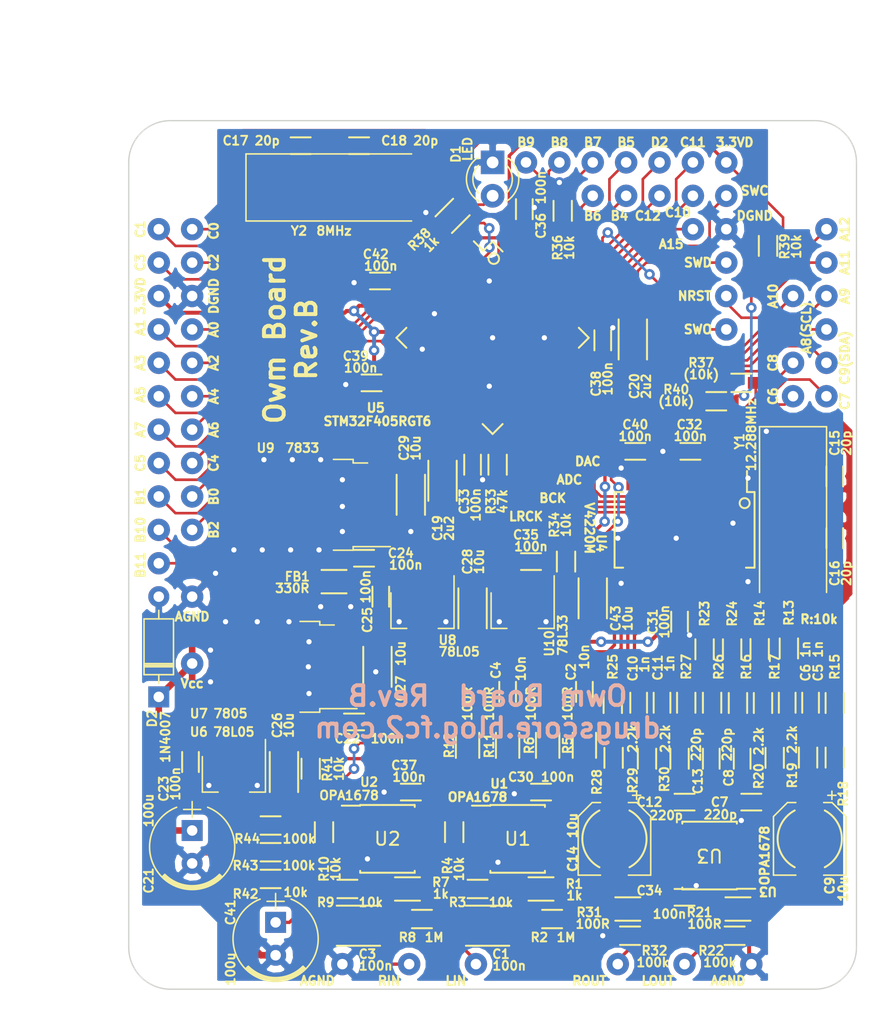
<source format=kicad_pcb>
(kicad_pcb (version 20171130) (host pcbnew "(5.0.0)")
  (layers (0 F.Cu signal) (31 B.Cu signal) (34 B.Paste user) (35 F.Paste user) (36 B.SilkS user) (37 F.SilkS user) (38 B.Mask user) (39 F.Mask user) (44 Edge.Cuts user))
  (net 0 "")
  (net 1 "Net-(C1-Pad1)")
  (net 2 "Net-(C1-Pad2)")
  (net 3 /LADC-)
  (net 4 /LADC+)
  (net 5 "Net-(C3-Pad2)")
  (net 6 "Net-(C3-Pad1)")
  (net 7 /RADC-)
  (net 8 /RADC+)
  (net 9 "Net-(C5-Pad1)")
  (net 10 /BIAS)
  (net 11 "Net-(C6-Pad1)")
  (net 12 "Net-(C7-Pad1)")
  (net 13 "Net-(C7-Pad2)")
  (net 14 "Net-(C8-Pad1)")
  (net 15 "Net-(C9-Pad2)")
  (net 16 "Net-(C10-Pad1)")
  (net 17 "Net-(C11-Pad1)")
  (net 18 "Net-(C12-Pad1)")
  (net 19 "Net-(C12-Pad2)")
  (net 20 "Net-(C13-Pad1)")
  (net 21 "Net-(C14-Pad2)")
  (net 22 +9V)
  (net 23 GNDA)
  (net 24 +5VA)
  (net 25 +5VD)
  (net 26 +3V3)
  (net 27 /+3.3VL)
  (net 28 "Net-(J3-Pad1)")
  (net 29 "Net-(J4-Pad1)")
  (net 30 "Net-(J8-Pad1)")
  (net 31 "Net-(J9-Pad1)")
  (net 32 "Net-(J10-Pad1)")
  (net 33 "Net-(J11-Pad1)")
  (net 34 "Net-(J12-Pad1)")
  (net 35 "Net-(J13-Pad1)")
  (net 36 "Net-(J14-Pad1)")
  (net 37 "Net-(J15-Pad1)")
  (net 38 "Net-(J16-Pad1)")
  (net 39 "Net-(J21-Pad1)")
  (net 40 "Net-(J22-Pad1)")
  (net 41 "Net-(J23-Pad1)")
  (net 42 "Net-(J24-Pad1)")
  (net 43 "Net-(J25-Pad1)")
  (net 44 "Net-(J26-Pad1)")
  (net 45 "Net-(J27-Pad1)")
  (net 46 "Net-(J28-Pad1)")
  (net 47 "Net-(J29-Pad1)")
  (net 48 "Net-(J30-Pad1)")
  (net 49 "Net-(J31-Pad1)")
  (net 50 "Net-(J32-Pad1)")
  (net 51 "Net-(J33-Pad1)")
  (net 52 "Net-(J34-Pad1)")
  (net 53 "Net-(J35-Pad1)")
  (net 54 "Net-(J36-Pad1)")
  (net 55 "Net-(J37-Pad1)")
  (net 56 "Net-(J38-Pad1)")
  (net 57 "Net-(J39-Pad1)")
  (net 58 "Net-(J40-Pad1)")
  (net 59 "Net-(J41-Pad1)")
  (net 60 "Net-(J42-Pad1)")
  (net 61 "Net-(J43-Pad1)")
  (net 62 "Net-(J44-Pad1)")
  (net 63 "Net-(J45-Pad1)")
  (net 64 "Net-(J46-Pad1)")
  (net 65 "Net-(J47-Pad1)")
  (net 66 "Net-(R1-Pad1)")
  (net 67 "Net-(R3-Pad2)")
  (net 68 "Net-(R3-Pad1)")
  (net 69 "Net-(R4-Pad1)")
  (net 70 "Net-(R7-Pad1)")
  (net 71 "Net-(R11-Pad2)")
  (net 72 "Net-(R10-Pad2)")
  (net 73 "Net-(R10-Pad1)")
  (net 74 "Net-(R13-Pad1)")
  (net 75 /LDAC-)
  (net 76 "Net-(R14-Pad1)")
  (net 77 /LDAC+)
  (net 78 /RDAC-)
  (net 79 "Net-(R23-Pad1)")
  (net 80 "Net-(R24-Pad1)")
  (net 81 /RDAC+)
  (net 82 /LRCK)
  (net 83 /BCK)
  (net 84 /DACDATA)
  (net 85 /ADCDATA)
  (net 86 "Net-(C15-Pad1)")
  (net 87 "Net-(C16-Pad1)")
  (net 88 "Net-(C17-Pad1)")
  (net 89 "Net-(C18-Pad1)")
  (net 90 "Net-(C19-Pad1)")
  (net 91 "Net-(C20-Pad1)")
  (net 92 "Net-(D1-Pad2)")
  (net 93 "Net-(J5-Pad1)")
  (net 94 "Net-(J6-Pad1)")
  (net 95 "Net-(J7-Pad1)")
  (net 96 "Net-(J48-Pad1)")
  (net 97 "Net-(R36-Pad1)")
  (net 98 "Net-(R38-Pad2)")
  (net 99 "Net-(J53-Pad1)")
  (net 100 "Net-(C24-Pad1)")
  (net 101 "Net-(C43-Pad1)")
  (net 102 /+5VAA)
  (net 103 "Net-(J54-Pad1)")
  (net 104 "Net-(J55-Pad1)")
  (module Crystal:Crystal_SMD_HC49-SD (layer F.Cu) (at 81.915 61.722 270)
    (fp_text reference Y1 (at -5.588 4.064 270) (layer F.SilkS) (effects (font (size 0.67 0.67))))
    (fp_text value 12.288MHz (at -6.096 3.175 270) (layer F.SilkS) (effects (font (size 0.67 0.67))))
    (pad 2 smd rect (at 4.25 0 270) (size 4.5 2) (layers F.Cu F.Paste F.Mask) (net 87 "Net-(C16-Pad1)"))
    (pad 1 smd rect (at -4.25 0 270) (size 4.5 2) (layers F.Cu F.Paste F.Mask) (net 86 "Net-(C15-Pad1)"))
  )
  (module "myFoot:my_R_1608(0603)_HandSoldering" (layer F.Cu) (at 77.978 51.689)
    (fp_text reference R37 (at -3.048 -1.524) (layer F.SilkS) (effects (font (size 0.67 0.67))))
    (fp_text value "(10k)" (at -3.048 -0.635) (layer F.SilkS) (effects (font (size 0.67 0.67))))
    (pad 1 smd rect (at -1.099999 0) (size 1.2 0.9) (layers F.Cu F.Paste F.Mask) (net 26 +3V3))
    (pad 2 smd rect (at 1.099999 0) (size 1.2 0.9) (layers F.Cu F.Paste F.Mask) (net 93 "Net-(J5-Pad1)"))
  )
  (module Package_TO_SOT_SMD:SOT-89-3 (layer F.Cu) (at 61.341 68.58 270)
    (fp_text reference U10 (at 2.921 -2.032 270) (layer F.SilkS) (effects (font (size 0.67 0.67))))
    (fp_text value 78L33 (at 2.286 -3.048 270) (layer F.SilkS) (effects (font (size 0.67 0.67))))
    (pad 2 smd trapezoid (at 2.667 0 180) (size 1.6 0.85) (rect_delta 0 0.6) (layers F.Cu F.Paste F.Mask) (net 23 GNDA))
    (pad 1 smd rect (at -1.48 -1.5 180) (size 1 1.5) (layers F.Cu F.Paste F.Mask) (net 27 /+3.3VL))
    (pad 2 smd rect (at -1.3335 0 180) (size 1 1.8) (layers F.Cu F.Paste F.Mask) (net 23 GNDA))
    (pad 3 smd rect (at -1.48 1.5 180) (size 1 1.5) (layers F.Cu F.Paste F.Mask) (net 25 +5VD))
    (pad 2 smd rect (at 1.3335 0 180) (size 2.2 1.84) (layers F.Cu F.Paste F.Mask) (net 23 GNDA))
    (pad 2 smd trapezoid (at -0.0762 0) (size 1.5 1) (rect_delta 0 0.7) (layers F.Cu F.Paste F.Mask) (net 23 GNDA))
  )
  (module Package_TO_SOT_SMD:TO-252-3_TabPin2 (layer F.Cu) (at 45.974 60.96 180)
    (fp_text reference U9 (at 4.191 4.318 180) (layer F.SilkS) (effects (font (size 0.67 0.67))))
    (fp_text value 7833 (at 1.397 4.318 180) (layer F.SilkS) (effects (font (size 0.67 0.67))))
    (pad 2 smd rect (at 2.1 0 180) (size 6.4 5.8) (layers F.Cu F.Mask) (net 23 GNDA))
    (pad 3 smd rect (at -4.2 2.28 180) (size 2.2 1.2) (layers F.Cu F.Paste F.Mask) (net 26 +3V3))
    (pad 2 smd rect (at -4.2 0 180) (size 2.2 1.2) (layers F.Cu F.Paste F.Mask) (net 23 GNDA))
    (pad 1 smd rect (at -4.2 -2.28 180) (size 2.2 1.2) (layers F.Cu F.Paste F.Mask) (net 100 "Net-(C24-Pad1)"))
  )
  (module Package_TO_SOT_SMD:TO-252-3_TabPin2 (layer F.Cu) (at 43.434 73.279 180)
    (fp_text reference U7 (at 6.731 -3.556 180) (layer F.SilkS) (effects (font (size 0.67 0.67))))
    (fp_text value 7805 (at 4.318 -3.556 180) (layer F.SilkS) (effects (font (size 0.67 0.67))))
    (pad 1 smd rect (at -4.2 -2.28 180) (size 2.2 1.2) (layers F.Cu F.Paste F.Mask) (net 22 +9V))
    (pad 2 smd rect (at -4.2 0 180) (size 2.2 1.2) (layers F.Cu F.Paste F.Mask) (net 23 GNDA))
    (pad 3 smd rect (at -4.2 2.28 180) (size 2.2 1.2) (layers F.Cu F.Paste F.Mask) (net 24 +5VA))
    (pad 2 smd rect (at 2.1 0 180) (size 6.4 5.8) (layers F.Cu F.Mask) (net 23 GNDA))
  )
  (module LED_THT:LED_D3.0mm (layer F.Cu) (at 59.055 34.925 270)
    (fp_text reference D1 (at -0.635 2.794 270) (layer F.SilkS) (effects (font (size 0.67 0.67))))
    (fp_text value LED (at -1.016 1.905 270) (layer F.SilkS) (effects (font (size 0.67 0.67))))
    (pad 2 thru_hole circle (at 2.54 0 270) (size 1.8 1.8) (drill 0.9) (layers *.Cu *.Mask) (net 92 "Net-(D1-Pad2)"))
    (pad 1 thru_hole rect (at 0 0 270) (size 1.8 1.8) (drill 0.9) (layers *.Cu *.Mask) (net 23 GNDA))
  )
  (module "myFoot:my_R_2012(0805)_HandSoldering" (layer F.Cu) (at 46.99 66.802 180)
    (fp_text reference FB1 (at 2.794 0.381 180) (layer F.SilkS) (effects (font (size 0.67 0.67))))
    (fp_text value 330R (at 3.175 -0.508 180) (layer F.SilkS) (effects (font (size 0.67 0.67))))
    (pad 1 smd rect (at -1.2 0 180) (size 1.2 1.3) (layers F.Cu F.Paste F.Mask) (net 100 "Net-(C24-Pad1)"))
    (pad 2 smd rect (at 1.2 0 180) (size 1.2 1.3) (layers F.Cu F.Paste F.Mask) (net 22 +9V))
  )
  (module "myFoot:my_R_1608(0603)_HandSoldering" (layer F.Cu) (at 59.436 57.912 270)
    (fp_text reference R33 (at 2.794 0.508 270) (layer F.SilkS) (effects (font (size 0.67 0.67))))
    (fp_text value 47k (at 2.794 -0.381 270) (layer F.SilkS) (effects (font (size 0.67 0.67))))
    (pad 1 smd rect (at -1.1 0 270) (size 1.2 0.9) (layers F.Cu F.Paste F.Mask) (net 85 /ADCDATA))
    (pad 2 smd rect (at 1.1 0 270) (size 1.2 0.9) (layers F.Cu F.Paste F.Mask) (net 23 GNDA))
  )
  (module myFoot:my_SSOP-28_5.3x10.2mm_Pitch0.65mm (layer F.Cu) (at 73.66 62.865 270)
    (fp_text reference U4 (at 1.016 6.35 270 unlocked) (layer F.SilkS) (effects (font (size 0.67 0.67) (thickness 0.1675))))
    (fp_text value V4220M (at -0.127 7.239 270 unlocked) (layer F.SilkS) (effects (font (size 0.67 0.67) (thickness 0.1675))))
    (pad 1 smd rect (at -4 -4.225 270) (size 2 0.4) (layers F.Cu F.Paste F.Mask) (net 23 GNDA))
    (pad 2 smd rect (at -4 -3.575 270) (size 2 0.4) (layers F.Cu F.Paste F.Mask) (net 87 "Net-(C16-Pad1)"))
    (pad 3 smd rect (at -4 -2.925 270) (size 2 0.4) (layers F.Cu F.Paste F.Mask) (net 86 "Net-(C15-Pad1)"))
    (pad 4 smd rect (at -4 -2.275 270) (size 2 0.4) (layers F.Cu F.Paste F.Mask) (net 82 /LRCK))
    (pad 5 smd rect (at -4 -1.625 270) (size 2 0.4) (layers F.Cu F.Paste F.Mask) (net 83 /BCK))
    (pad 6 smd rect (at -4 -0.975 270) (size 2 0.4) (layers F.Cu F.Paste F.Mask) (net 25 +5VD))
    (pad 7 smd rect (at -4 -0.325 270) (size 2 0.4) (layers F.Cu F.Paste F.Mask) (net 23 GNDA))
    (pad 8 smd rect (at -4 0.325 270) (size 2 0.4) (layers F.Cu F.Paste F.Mask) (net 85 /ADCDATA))
    (pad 9 smd rect (at -4 0.975 270) (size 2 0.4) (layers F.Cu F.Paste F.Mask) (net 84 /DACDATA))
    (pad 10 smd rect (at -4 1.625 270) (size 2 0.4) (layers F.Cu F.Paste F.Mask) (net 23 GNDA))
    (pad 11 smd rect (at -4 2.275 270) (size 2 0.4) (layers F.Cu F.Paste F.Mask) (net 23 GNDA))
    (pad 12 smd rect (at -4 2.925 270) (size 2 0.4) (layers F.Cu F.Paste F.Mask) (net 27 /+3.3VL))
    (pad 13 smd rect (at -4 3.575 270) (size 2 0.4) (layers F.Cu F.Paste F.Mask) (net 27 /+3.3VL))
    (pad 14 smd rect (at -4 4.225 270) (size 2 0.4) (layers F.Cu F.Paste F.Mask) (net 23 GNDA))
    (pad 15 smd rect (at 4 4.225 270) (size 2 0.4) (layers F.Cu F.Paste F.Mask) (net 23 GNDA))
    (pad 16 smd rect (at 4 3.575 270) (size 2 0.4) (layers F.Cu F.Paste F.Mask) (net 7 /RADC-))
    (pad 17 smd rect (at 4 2.925 270) (size 2 0.4) (layers F.Cu F.Paste F.Mask) (net 8 /RADC+))
    (pad 18 smd rect (at 4 2.275 270) (size 2 0.4) (layers F.Cu F.Paste F.Mask) (net 27 /+3.3VL))
    (pad 19 smd rect (at 4 1.625 270) (size 2 0.4) (layers F.Cu F.Paste F.Mask) (net 3 /LADC-))
    (pad 20 smd rect (at 4 0.975 270) (size 2 0.4) (layers F.Cu F.Paste F.Mask) (net 4 /LADC+))
    (pad 21 smd rect (at 4 0.325 270) (size 2 0.4) (layers F.Cu F.Paste F.Mask) (net 24 +5VA))
    (pad 22 smd rect (at 4 -0.325 270) (size 2 0.4) (layers F.Cu F.Paste F.Mask) (net 23 GNDA))
    (pad 23 smd rect (at 4 -0.975 270) (size 2 0.4) (layers F.Cu F.Paste F.Mask) (net 78 /RDAC-))
    (pad 24 smd rect (at 4 -1.625 270) (size 2 0.4) (layers F.Cu F.Paste F.Mask) (net 81 /RDAC+))
    (pad 25 smd rect (at 4 -2.275 270) (size 2 0.4) (layers F.Cu F.Paste F.Mask) (net 77 /LDAC+))
    (pad 26 smd rect (at 4 -2.925 270) (size 2 0.4) (layers F.Cu F.Paste F.Mask) (net 75 /LDAC-))
    (pad 27 smd rect (at 4 -3.575 270) (size 2 0.4) (layers F.Cu F.Paste F.Mask) (net 101 "Net-(C43-Pad1)"))
    (pad 28 smd rect (at 4 -4.225 270) (size 2 0.4) (layers F.Cu F.Paste F.Mask) (net 23 GNDA))
  )
  (module MountingHole:MountingHole_3.2mm_M3 (layer F.Cu) (at 34.925 34.925)
    (fp_text reference REF** hide)
    (fp_text value M hide)
    (pad 1 np_thru_hole circle (at 0 0) (size 3.2 3.2) (drill 3.2) (layers *.Cu *.Mask))
  )
  (module MountingHole:MountingHole_3.2mm_M3 (layer F.Cu) (at 83.185 94.615)
    (fp_text reference REF** hide)
    (fp_text value M hide)
    (pad 1 np_thru_hole circle (at 0 0) (size 3.2 3.2) (drill 3.2) (layers *.Cu *.Mask))
  )
  (module MountingHole:MountingHole_3.2mm_M3 (layer F.Cu) (at 34.925 94.615)
    (fp_text reference REF** hide)
    (fp_text value M hide)
    (pad 1 np_thru_hole circle (at 0 0) (size 3.2 3.2) (drill 3.2) (layers *.Cu *.Mask))
  )
  (module Package_TO_SOT_SMD:SOT-89-3 (layer F.Cu) (at 53.721 68.58 270)
    (fp_text reference U8 (at 2.667 -1.905) (layer F.SilkS) (effects (font (size 0.67 0.67))))
    (fp_text value 78L05 (at 3.556 -2.794) (layer F.SilkS) (effects (font (size 0.67 0.67))))
    (pad 2 smd trapezoid (at -0.0762 0) (size 1.5 1) (rect_delta 0 0.7) (layers F.Cu F.Paste F.Mask) (net 23 GNDA))
    (pad 2 smd rect (at 1.3335 0 180) (size 2.2 1.84) (layers F.Cu F.Paste F.Mask) (net 23 GNDA))
    (pad 3 smd rect (at -1.48 1.5 180) (size 1 1.5) (layers F.Cu F.Paste F.Mask) (net 100 "Net-(C24-Pad1)"))
    (pad 2 smd rect (at -1.3335 0 180) (size 1 1.8) (layers F.Cu F.Paste F.Mask) (net 23 GNDA))
    (pad 1 smd rect (at -1.48 -1.5 180) (size 1 1.5) (layers F.Cu F.Paste F.Mask) (net 25 +5VD))
    (pad 2 smd trapezoid (at 2.667 0 180) (size 1.6 0.85) (rect_delta 0 0.6) (layers F.Cu F.Paste F.Mask) (net 23 GNDA))
  )
  (module Package_TO_SOT_SMD:SOT-89-3 (layer F.Cu) (at 39.37 81.026 270)
    (fp_text reference U6 (at -2.794 2.667) (layer F.SilkS) (effects (font (size 0.67 0.67))))
    (fp_text value 78L05 (at -2.794 0) (layer F.SilkS) (effects (font (size 0.67 0.67))))
    (pad 2 smd trapezoid (at 2.667 0 180) (size 1.6 0.85) (rect_delta 0 0.6) (layers F.Cu F.Paste F.Mask) (net 23 GNDA))
    (pad 1 smd rect (at -1.48 -1.5 180) (size 1 1.5) (layers F.Cu F.Paste F.Mask) (net 102 /+5VAA))
    (pad 2 smd rect (at -1.3335 0 180) (size 1 1.8) (layers F.Cu F.Paste F.Mask) (net 23 GNDA))
    (pad 3 smd rect (at -1.48 1.5 180) (size 1 1.5) (layers F.Cu F.Paste F.Mask) (net 22 +9V))
    (pad 2 smd rect (at 1.3335 0 180) (size 2.2 1.84) (layers F.Cu F.Paste F.Mask) (net 23 GNDA))
    (pad 2 smd trapezoid (at -0.0762 0) (size 1.5 1) (rect_delta 0 0.7) (layers F.Cu F.Paste F.Mask) (net 23 GNDA))
  )
  (module "myFoot:my_C_1608(0603)_HandSoldering" (layer F.Cu) (at 50.546 67.945 270)
    (fp_text reference C25 (at 1.778 1.016 270) (layer F.SilkS) (effects (font (size 0.67 0.67))))
    (fp_text value 100n (at -0.762 1.143 270) (layer F.SilkS) (effects (font (size 0.67 0.67))))
    (pad 1 smd rect (at -0.95 0 270) (size 1.2 0.75) (layers F.Cu F.Paste F.Mask) (net 100 "Net-(C24-Pad1)"))
    (pad 2 smd rect (at 0.95 0 270) (size 1.2 0.75) (layers F.Cu F.Paste F.Mask) (net 23 GNDA))
  )
  (module "myFoot:my_C_1608(0603)_HandSoldering" (layer F.Cu) (at 49.845 51.689 180)
    (fp_text reference C39 (at 1.204 2.032 180) (layer F.SilkS) (effects (font (size 0.67 0.67))))
    (fp_text value 100n (at 0.823 1.143 180) (layer F.SilkS) (effects (font (size 0.67 0.67))))
    (pad 2 smd rect (at 0.95 0 180) (size 1.2 0.75) (layers F.Cu F.Paste F.Mask) (net 23 GNDA))
    (pad 1 smd rect (at -0.95 0 180) (size 1.2 0.75) (layers F.Cu F.Paste F.Mask) (net 26 +3V3))
  )
  (module "myFoot:my_C_1608(0603)_HandSoldering" (layer F.Cu) (at 50.485 43.942 180)
    (fp_text reference C42 (at 0.32 2.032 180) (layer F.SilkS) (effects (font (size 0.67 0.67))))
    (fp_text value 100n (at -0.061 1.143 180) (layer F.SilkS) (effects (font (size 0.67 0.67))))
    (pad 1 smd rect (at -0.95 0 180) (size 1.2 0.75) (layers F.Cu F.Paste F.Mask) (net 26 +3V3))
    (pad 2 smd rect (at 0.95 0 180) (size 1.2 0.75) (layers F.Cu F.Paste F.Mask) (net 23 GNDA))
  )
  (module myFoot:my_C_D6.3mm_P2.50mm (layer F.Cu) (at 42.545 92.71 270)
    (fp_text reference C41 (at -0.762 3.429 270) (layer F.SilkS) (effects (font (size 0.67 0.67))))
    (fp_text value 100u (at 3.556 3.429 270) (layer F.SilkS) (effects (font (size 0.67 0.67))))
    (pad 1 thru_hole rect (at 0 0 270) (size 1.6 1.6) (drill 0.8) (layers *.Cu *.Mask) (net 10 /BIAS))
    (pad 2 thru_hole circle (at 2.5 0 270) (size 1.6 1.6) (drill 0.8) (layers *.Cu *.Mask) (net 23 GNDA))
  )
  (module "myFoot:my_C_3225(1210)_HandSoldering" (layer F.Cu) (at 58.674 92.964 180)
    (fp_text reference C1 (at -1.016 -2.159 180) (layer F.SilkS) (effects (font (size 0.67 0.67))))
    (fp_text value 100n (at -1.651 -3.048 180) (layer F.SilkS) (effects (font (size 0.67 0.67))))
    (pad 1 smd rect (at -1.7 0 180) (size 1.4 2.5) (layers F.Cu F.Paste F.Mask) (net 1 "Net-(C1-Pad1)"))
    (pad 2 smd rect (at 1.7 0 180) (size 1.4 2.5) (layers F.Cu F.Paste F.Mask) (net 2 "Net-(C1-Pad2)"))
  )
  (module "myFoot:my_C_1608(0603)_HandSoldering" (layer F.Cu) (at 66.04 75.184 90)
    (fp_text reference C2 (at 1.524 -1.016 90) (layer F.SilkS) (effects (font (size 0.67 0.67))))
    (fp_text value 10n (at 2.667 0 90) (layer F.SilkS) (effects (font (size 0.67 0.67))))
    (pad 2 smd rect (at 0.95 0 90) (size 1.2 0.75) (layers F.Cu F.Paste F.Mask) (net 3 /LADC-))
    (pad 1 smd rect (at -0.95 0 90) (size 1.2 0.75) (layers F.Cu F.Paste F.Mask) (net 4 /LADC+))
  )
  (module "myFoot:my_C_3225(1210)_HandSoldering" (layer F.Cu) (at 48.846 92.964 180)
    (fp_text reference C3 (at -0.684 -2.159 180) (layer F.SilkS) (effects (font (size 0.67 0.67))))
    (fp_text value 100n (at -1.319 -3.048 180) (layer F.SilkS) (effects (font (size 0.67 0.67))))
    (pad 2 smd rect (at 1.7 0 180) (size 1.4 2.5) (layers F.Cu F.Paste F.Mask) (net 5 "Net-(C3-Pad2)"))
    (pad 1 smd rect (at -1.7 0 180) (size 1.4 2.5) (layers F.Cu F.Paste F.Mask) (net 6 "Net-(C3-Pad1)"))
  )
  (module "myFoot:my_C_1608(0603)_HandSoldering" (layer F.Cu) (at 60.198 75.184 90)
    (fp_text reference C4 (at 1.651 -0.889 90) (layer F.SilkS) (effects (font (size 0.67 0.67))))
    (fp_text value 10n (at 1.778 1.016 90) (layer F.SilkS) (effects (font (size 0.67 0.67))))
    (pad 2 smd rect (at 0.95 0 90) (size 1.2 0.75) (layers F.Cu F.Paste F.Mask) (net 7 /RADC-))
    (pad 1 smd rect (at -0.95 0 90) (size 1.2 0.75) (layers F.Cu F.Paste F.Mask) (net 8 /RADC+))
  )
  (module "myFoot:my_C_1608(0603)_HandSoldering" (layer F.Cu) (at 83.2485 76.0095 90)
    (fp_text reference C5 (at 2.286 0.5715 270) (layer F.SilkS) (effects (font (size 0.67 0.67))))
    (fp_text value 1n (at 4.064 0.5715 90) (layer F.SilkS) (effects (font (size 0.67 0.67))))
    (pad 1 smd rect (at -0.95 0 90) (size 1.2 0.75) (layers F.Cu F.Paste F.Mask) (net 9 "Net-(C5-Pad1)"))
    (pad 2 smd rect (at 0.95 0 90) (size 1.2 0.75) (layers F.Cu F.Paste F.Mask) (net 10 /BIAS))
  )
  (module "myFoot:my_C_1608(0603)_HandSoldering" (layer F.Cu) (at 81.4705 76.0095 90)
    (fp_text reference C6 (at 2.286 1.397 270) (layer F.SilkS) (effects (font (size 0.67 0.67))))
    (fp_text value 1n (at 4.064 1.397 90) (layer F.SilkS) (effects (font (size 0.67 0.67))))
    (pad 2 smd rect (at 0.95 0 90) (size 1.2 0.75) (layers F.Cu F.Paste F.Mask) (net 10 /BIAS))
    (pad 1 smd rect (at -0.95 0 90) (size 1.2 0.75) (layers F.Cu F.Paste F.Mask) (net 11 "Net-(C6-Pad1)"))
  )
  (module "myFoot:my_C_1608(0603)_HandSoldering" (layer F.Cu) (at 78.74 83.566 180)
    (fp_text reference C7 (at 2.413 0 180) (layer F.SilkS) (effects (font (size 0.67 0.67))))
    (fp_text value 220p (at 2.3495 -0.9525 180) (layer F.SilkS) (effects (font (size 0.67 0.67))))
    (pad 1 smd rect (at -0.95 0 180) (size 1.2 0.75) (layers F.Cu F.Paste F.Mask) (net 12 "Net-(C7-Pad1)"))
    (pad 2 smd rect (at 0.95 0 180) (size 1.2 0.75) (layers F.Cu F.Paste F.Mask) (net 13 "Net-(C7-Pad2)"))
  )
  (module "myFoot:my_C_1608(0603)_HandSoldering" (layer F.Cu) (at 78.0415 80.264 90)
    (fp_text reference C8 (at -1.4605 -1.016 90) (layer F.SilkS) (effects (font (size 0.67 0.67))))
    (fp_text value 220p (at 1.0795 -1.143 90) (layer F.SilkS) (effects (font (size 0.67 0.67))))
    (pad 1 smd rect (at -0.95 0 90) (size 1.2 0.75) (layers F.Cu F.Paste F.Mask) (net 14 "Net-(C8-Pad1)"))
    (pad 2 smd rect (at 0.95 0 90) (size 1.2 0.75) (layers F.Cu F.Paste F.Mask) (net 10 /BIAS))
  )
  (module "myFoot:my_C_1608(0603)_HandSoldering" (layer F.Cu) (at 70.1675 76.0095 90)
    (fp_text reference C10 (at 2.606 -0.4445 90) (layer F.SilkS) (effects (font (size 0.67 0.67))))
    (fp_text value 1n (at 2.9235 0.4445 90) (layer F.SilkS) (effects (font (size 0.67 0.67))))
    (pad 2 smd rect (at 0.95 0 90) (size 1.2 0.75) (layers F.Cu F.Paste F.Mask) (net 10 /BIAS))
    (pad 1 smd rect (at -0.95 0 90) (size 1.2 0.75) (layers F.Cu F.Paste F.Mask) (net 16 "Net-(C10-Pad1)"))
  )
  (module "myFoot:my_C_1608(0603)_HandSoldering" (layer F.Cu) (at 71.9455 76.0095 90)
    (fp_text reference C11 (at 2.6695 -0.3175 90) (layer F.SilkS) (effects (font (size 0.67 0.67))))
    (fp_text value 1n (at 2.987 0.5715 90) (layer F.SilkS) (effects (font (size 0.67 0.67))))
    (pad 2 smd rect (at 0.95 0 90) (size 1.2 0.75) (layers F.Cu F.Paste F.Mask) (net 10 /BIAS))
    (pad 1 smd rect (at -0.95 0 90) (size 1.2 0.75) (layers F.Cu F.Paste F.Mask) (net 17 "Net-(C11-Pad1)"))
  )
  (module "myFoot:my_C_1608(0603)_HandSoldering" (layer F.Cu) (at 73.66 83.566)
    (fp_text reference C12 (at -2.667 0) (layer F.SilkS) (effects (font (size 0.67 0.67))))
    (fp_text value 220p (at -1.397 1.016) (layer F.SilkS) (effects (font (size 0.67 0.67))))
    (pad 1 smd rect (at -0.95 0) (size 1.2 0.75) (layers F.Cu F.Paste F.Mask) (net 18 "Net-(C12-Pad1)"))
    (pad 2 smd rect (at 0.95 0) (size 1.2 0.75) (layers F.Cu F.Paste F.Mask) (net 19 "Net-(C12-Pad2)"))
  )
  (module "myFoot:my_C_1608(0603)_HandSoldering" (layer F.Cu) (at 75.692 80.264 90)
    (fp_text reference C13 (at -1.7145 -1.016 270) (layer F.SilkS) (effects (font (size 0.67 0.67))))
    (fp_text value 220p (at 1.0795 -1.143 90) (layer F.SilkS) (effects (font (size 0.67 0.67))))
    (pad 1 smd rect (at -0.95 0 90) (size 1.2 0.75) (layers F.Cu F.Paste F.Mask) (net 20 "Net-(C13-Pad1)"))
    (pad 2 smd rect (at 0.95 0 90) (size 1.2 0.75) (layers F.Cu F.Paste F.Mask) (net 10 /BIAS))
  )
  (module "myFoot:my_C_1608(0603)_HandSoldering" (layer F.Cu) (at 85.09 63.5 90)
    (fp_text reference C16 (at -2.667 0 90) (layer F.SilkS) (effects (font (size 0.67 0.67))))
    (fp_text value 20p (at -2.667 0.889 90) (layer F.SilkS) (effects (font (size 0.67 0.67))))
    (pad 2 smd rect (at 0.95 0 90) (size 1.2 0.75) (layers F.Cu F.Paste F.Mask) (net 23 GNDA))
    (pad 1 smd rect (at -0.95 0 90) (size 1.2 0.75) (layers F.Cu F.Paste F.Mask) (net 87 "Net-(C16-Pad1)"))
  )
  (module "myFoot:my_C_1608(0603)_HandSoldering" (layer F.Cu) (at 44.45 33.655)
    (fp_text reference C17 (at -4.953 -0.381) (layer F.SilkS) (effects (font (size 0.67 0.67))))
    (fp_text value 20p (at -2.54 -0.381) (layer F.SilkS) (effects (font (size 0.67 0.67))))
    (pad 2 smd rect (at 0.95 0) (size 1.2 0.75) (layers F.Cu F.Paste F.Mask) (net 23 GNDA))
    (pad 1 smd rect (at -0.95 0) (size 1.2 0.75) (layers F.Cu F.Paste F.Mask) (net 88 "Net-(C17-Pad1)"))
  )
  (module "myFoot:my_C_1608(0603)_HandSoldering" (layer F.Cu) (at 48.895 33.655 180)
    (fp_text reference C18 (at -2.667 0.381 180) (layer F.SilkS) (effects (font (size 0.67 0.67))))
    (fp_text value 20p (at -5.08 0.381 180) (layer F.SilkS) (effects (font (size 0.67 0.67))))
    (pad 1 smd rect (at -0.95 0 180) (size 1.2 0.75) (layers F.Cu F.Paste F.Mask) (net 89 "Net-(C18-Pad1)"))
    (pad 2 smd rect (at 0.95 0 180) (size 1.2 0.75) (layers F.Cu F.Paste F.Mask) (net 23 GNDA))
  )
  (module "myFoot:my_C_1608(0603)_HandSoldering" (layer F.Cu) (at 73.279 69.85 270)
    (fp_text reference C31 (at 0 2.032 270) (layer F.SilkS) (effects (font (size 0.67 0.67))))
    (fp_text value 100n (at 0 1.143 270) (layer F.SilkS) (effects (font (size 0.67 0.67))))
    (pad 2 smd rect (at 0.95 0 270) (size 1.2 0.75) (layers F.Cu F.Paste F.Mask) (net 23 GNDA))
    (pad 1 smd rect (at -0.95 0 270) (size 1.2 0.75) (layers F.Cu F.Paste F.Mask) (net 24 +5VA))
  )
  (module "myFoot:my_C_1608(0603)_HandSoldering" (layer F.Cu) (at 74.107 56.896 180)
    (fp_text reference C32 (at 0.066 2.032 180) (layer F.SilkS) (effects (font (size 0.67 0.67))))
    (fp_text value 100n (at 0 1.143 180) (layer F.SilkS) (effects (font (size 0.67 0.67))))
    (pad 1 smd rect (at -0.95 0 180) (size 1.2 0.75) (layers F.Cu F.Paste F.Mask) (net 25 +5VD))
    (pad 2 smd rect (at 0.95 0 180) (size 1.2 0.75) (layers F.Cu F.Paste F.Mask) (net 23 GNDA))
  )
  (module "myFoot:my_C_1608(0603)_HandSoldering" (layer F.Cu) (at 73.66 90.805)
    (fp_text reference C34 (at -2.667 -0.508) (layer F.SilkS) (effects (font (size 0.67 0.67))))
    (fp_text value 100n (at -1.143 1.27) (layer F.SilkS) (effects (font (size 0.67 0.67))))
    (pad 1 smd rect (at -0.95 0) (size 1.2 0.75) (layers F.Cu F.Paste F.Mask) (net 102 /+5VAA))
    (pad 2 smd rect (at 0.95 0) (size 1.2 0.75) (layers F.Cu F.Paste F.Mask) (net 23 GNDA))
  )
  (module "myFoot:my_C_1608(0603)_HandSoldering" (layer F.Cu) (at 61.976 65.278 180)
    (fp_text reference C35 (at 0.381 2.032 180) (layer F.SilkS) (effects (font (size 0.67 0.67))))
    (fp_text value 100n (at 0 1.143 180) (layer F.SilkS) (effects (font (size 0.67 0.67))))
    (pad 2 smd rect (at 0.95 0 180) (size 1.2 0.75) (layers F.Cu F.Paste F.Mask) (net 23 GNDA))
    (pad 1 smd rect (at -0.95 0 180) (size 1.2 0.75) (layers F.Cu F.Paste F.Mask) (net 27 /+3.3VL))
  )
  (module "myFoot:my_C_1608(0603)_HandSoldering" (layer F.Cu) (at 61.468 38.481 90)
    (fp_text reference C36 (at -1.27 1.27 90) (layer F.SilkS) (effects (font (size 0.67 0.67))))
    (fp_text value 100n (at 1.651 1.27 90) (layer F.SilkS) (effects (font (size 0.67 0.67))))
    (pad 2 smd rect (at 0.95 0 90) (size 1.2 0.75) (layers F.Cu F.Paste F.Mask) (net 23 GNDA))
    (pad 1 smd rect (at -0.95 0 90) (size 1.2 0.75) (layers F.Cu F.Paste F.Mask) (net 26 +3V3))
  )
  (module "myFoot:my_C_1608(0603)_HandSoldering" (layer F.Cu) (at 52.832 82.804 180)
    (fp_text reference C37 (at 0.508 2.032 180) (layer F.SilkS) (effects (font (size 0.67 0.67))))
    (fp_text value 100n (at 0.127 1.143 180) (layer F.SilkS) (effects (font (size 0.67 0.67))))
    (pad 2 smd rect (at 0.95 0 180) (size 1.2 0.75) (layers F.Cu F.Paste F.Mask) (net 23 GNDA))
    (pad 1 smd rect (at -0.95 0 180) (size 1.2 0.75) (layers F.Cu F.Paste F.Mask) (net 102 /+5VAA))
  )
  (module "myFoot:my_C_1608(0603)_HandSoldering" (layer F.Cu) (at 67.437 48.453 90)
    (fp_text reference C38 (at -3.302 -0.508 90) (layer F.SilkS) (effects (font (size 0.67 0.67))))
    (fp_text value 100n (at -2.921 0.381 90) (layer F.SilkS) (effects (font (size 0.67 0.67))))
    (pad 1 smd rect (at -0.95 0 90) (size 1.2 0.75) (layers F.Cu F.Paste F.Mask) (net 26 +3V3))
    (pad 2 smd rect (at 0.95 0 90) (size 1.2 0.75) (layers F.Cu F.Paste F.Mask) (net 23 GNDA))
  )
  (module "myFoot:my_R_2012(0805)_HandSoldering" (layer F.Cu) (at 62.738 90.17 180)
    (fp_text reference R1 (at -2.54 0.381 180) (layer F.SilkS) (effects (font (size 0.67 0.67))))
    (fp_text value 1k (at -2.54 -0.508 180) (layer F.SilkS) (effects (font (size 0.67 0.67))))
    (pad 2 smd rect (at 1.2 0 180) (size 1.2 1.3) (layers F.Cu F.Paste F.Mask) (net 1 "Net-(C1-Pad1)"))
    (pad 1 smd rect (at -1.2 0 180) (size 1.2 1.3) (layers F.Cu F.Paste F.Mask) (net 66 "Net-(R1-Pad1)"))
  )
  (module "myFoot:my_R_1608(0603)_HandSoldering" (layer F.Cu) (at 63.584 92.456 180)
    (fp_text reference R2 (at 0.973 -1.397 180) (layer F.SilkS) (effects (font (size 0.67 0.67))))
    (fp_text value 1M (at -1.059 -1.397 180) (layer F.SilkS) (effects (font (size 0.67 0.67))))
    (pad 2 smd rect (at 1.1 0 180) (size 1.2 0.9) (layers F.Cu F.Paste F.Mask) (net 10 /BIAS))
    (pad 1 smd rect (at -1.1 0 180) (size 1.2 0.9) (layers F.Cu F.Paste F.Mask) (net 66 "Net-(R1-Pad1)"))
  )
  (module "myFoot:my_R_1608(0603)_HandSoldering" (layer F.Cu) (at 57.912 90.17 180)
    (fp_text reference R3 (at 1.524 -1.016 180) (layer F.SilkS) (effects (font (size 0.67 0.67))))
    (fp_text value 10k (at -1.778 -1.016 180) (layer F.SilkS) (effects (font (size 0.67 0.67))))
    (pad 2 smd rect (at 1.1 0 180) (size 1.2 0.9) (layers F.Cu F.Paste F.Mask) (net 67 "Net-(R3-Pad2)"))
    (pad 1 smd rect (at -1.1 0 180) (size 1.2 0.9) (layers F.Cu F.Paste F.Mask) (net 68 "Net-(R3-Pad1)"))
  )
  (module "myFoot:my_R_1608(0603)_HandSoldering" (layer F.Cu) (at 56.134 85.852 270)
    (fp_text reference R4 (at 2.54 0.508 270) (layer F.SilkS) (effects (font (size 0.67 0.67))))
    (fp_text value 10k (at 2.794 -0.381 270) (layer F.SilkS) (effects (font (size 0.67 0.67))))
    (pad 2 smd rect (at 1.1 0 270) (size 1.2 0.9) (layers F.Cu F.Paste F.Mask) (net 67 "Net-(R3-Pad2)"))
    (pad 1 smd rect (at -1.1 0 270) (size 1.2 0.9) (layers F.Cu F.Paste F.Mask) (net 69 "Net-(R4-Pad1)"))
  )
  (module "myFoot:my_R_2012(0805)_HandSoldering" (layer F.Cu) (at 66.04 79.248 270)
    (fp_text reference R5 (at 0 1.27 270) (layer F.SilkS) (effects (font (size 0.67 0.67))))
    (fp_text value 100R (at -3.175 1.27 270) (layer F.SilkS) (effects (font (size 0.67 0.67))))
    (pad 1 smd rect (at -1.2 0 270) (size 1.2 1.3) (layers F.Cu F.Paste F.Mask) (net 4 /LADC+))
    (pad 2 smd rect (at 1.2 0 270) (size 1.2 1.3) (layers F.Cu F.Paste F.Mask) (net 68 "Net-(R3-Pad1)"))
  )
  (module "myFoot:my_R_2012(0805)_HandSoldering" (layer F.Cu) (at 63.246 79.248 270)
    (fp_text reference R6 (at 0 1.397 270) (layer F.SilkS) (effects (font (size 0.67 0.67))))
    (fp_text value 100R (at -3.175 1.27 270) (layer F.SilkS) (effects (font (size 0.67 0.67))))
    (pad 1 smd rect (at -1.2 0 270) (size 1.2 1.3) (layers F.Cu F.Paste F.Mask) (net 3 /LADC-))
    (pad 2 smd rect (at 1.2 0 270) (size 1.2 1.3) (layers F.Cu F.Paste F.Mask) (net 69 "Net-(R4-Pad1)"))
  )
  (module "myFoot:my_R_2012(0805)_HandSoldering" (layer F.Cu) (at 52.578 90.17 180)
    (fp_text reference R7 (at -2.54 0.508 180) (layer F.SilkS) (effects (font (size 0.67 0.67))))
    (fp_text value 1k (at -2.54 -0.381 180) (layer F.SilkS) (effects (font (size 0.67 0.67))))
    (pad 1 smd rect (at -1.2 0 180) (size 1.2 1.3) (layers F.Cu F.Paste F.Mask) (net 70 "Net-(R7-Pad1)"))
    (pad 2 smd rect (at 1.2 0 180) (size 1.2 1.3) (layers F.Cu F.Paste F.Mask) (net 6 "Net-(C3-Pad1)"))
  )
  (module "myFoot:my_R_1608(0603)_HandSoldering" (layer F.Cu) (at 53.678 92.456)
    (fp_text reference R8 (at -1.1 1.397) (layer F.SilkS) (effects (font (size 0.67 0.67))))
    (fp_text value 1M (at 0.932 1.397) (layer F.SilkS) (effects (font (size 0.67 0.67))))
    (pad 2 smd rect (at 1.1 0) (size 1.2 0.9) (layers F.Cu F.Paste F.Mask) (net 10 /BIAS))
    (pad 1 smd rect (at -1.1 0) (size 1.2 0.9) (layers F.Cu F.Paste F.Mask) (net 70 "Net-(R7-Pad1)"))
  )
  (module "myFoot:my_R_1608(0603)_HandSoldering" (layer F.Cu) (at 48.006 90.17 180)
    (fp_text reference R9 (at 1.651 -1.016 180) (layer F.SilkS) (effects (font (size 0.67 0.67))))
    (fp_text value 10k (at -1.778 -1.016 180) (layer F.SilkS) (effects (font (size 0.67 0.67))))
    (pad 1 smd rect (at -1.1 0 180) (size 1.2 0.9) (layers F.Cu F.Paste F.Mask) (net 71 "Net-(R11-Pad2)"))
    (pad 2 smd rect (at 1.1 0 180) (size 1.2 0.9) (layers F.Cu F.Paste F.Mask) (net 72 "Net-(R10-Pad2)"))
  )
  (module "myFoot:my_R_1608(0603)_HandSoldering" (layer F.Cu) (at 46.228 85.852 270)
    (fp_text reference R10 (at 2.794 0 270) (layer F.SilkS) (effects (font (size 0.67 0.67))))
    (fp_text value 10k (at 2.794 -0.889 270) (layer F.SilkS) (effects (font (size 0.67 0.67))))
    (pad 1 smd rect (at -1.1 0 270) (size 1.2 0.9) (layers F.Cu F.Paste F.Mask) (net 73 "Net-(R10-Pad1)"))
    (pad 2 smd rect (at 1.1 0 270) (size 1.2 0.9) (layers F.Cu F.Paste F.Mask) (net 72 "Net-(R10-Pad2)"))
  )
  (module "myFoot:my_R_2012(0805)_HandSoldering" (layer F.Cu) (at 60.198 79.248 270)
    (fp_text reference R11 (at 0 1.397 270) (layer F.SilkS) (effects (font (size 0.67 0.67))))
    (fp_text value 100R (at -3.175 1.397 270) (layer F.SilkS) (effects (font (size 0.67 0.67))))
    (pad 2 smd rect (at 1.2 0 270) (size 1.2 1.3) (layers F.Cu F.Paste F.Mask) (net 71 "Net-(R11-Pad2)"))
    (pad 1 smd rect (at -1.2 0 270) (size 1.2 1.3) (layers F.Cu F.Paste F.Mask) (net 8 /RADC+))
  )
  (module "myFoot:my_R_2012(0805)_HandSoldering" (layer F.Cu) (at 57.15 79.248 270)
    (fp_text reference R12 (at 0 1.397 270) (layer F.SilkS) (effects (font (size 0.67 0.67))))
    (fp_text value 100R (at -3.175 0 270) (layer F.SilkS) (effects (font (size 0.67 0.67))))
    (pad 1 smd rect (at -1.2 0 270) (size 1.2 1.3) (layers F.Cu F.Paste F.Mask) (net 7 /RADC-))
    (pad 2 smd rect (at 1.2 0 270) (size 1.2 1.3) (layers F.Cu F.Paste F.Mask) (net 73 "Net-(R10-Pad1)"))
  )
  (module "myFoot:my_R_1608(0603)_HandSoldering" (layer F.Cu) (at 81.5975 71.882 90)
    (fp_text reference R13 (at 2.71 0 90) (layer F.SilkS) (effects (font (size 0.67 0.67))))
    (fp_text value 10k hide)
    (pad 1 smd rect (at -1.1 0 90) (size 1.2 0.9) (layers F.Cu F.Paste F.Mask) (net 74 "Net-(R13-Pad1)"))
    (pad 2 smd rect (at 1.1 0 90) (size 1.2 0.9) (layers F.Cu F.Paste F.Mask) (net 75 /LDAC-))
  )
  (module "myFoot:my_R_1608(0603)_HandSoldering" (layer F.Cu) (at 79.375 71.925 90)
    (fp_text reference R14 (at 2.71 0 90) (layer F.SilkS) (effects (font (size 0.67 0.67))))
    (fp_text value 10k hide)
    (pad 1 smd rect (at -1.1 0 90) (size 1.2 0.9) (layers F.Cu F.Paste F.Mask) (net 76 "Net-(R14-Pad1)"))
    (pad 2 smd rect (at 1.1 0 90) (size 1.2 0.9) (layers F.Cu F.Paste F.Mask) (net 77 /LDAC+))
  )
  (module "myFoot:my_R_1608(0603)_HandSoldering" (layer F.Cu) (at 85.09 76.03 90)
    (fp_text reference R15 (at 2.751 0 90) (layer F.SilkS) (effects (font (size 0.67 0.67))))
    (fp_text value 10k hide)
    (pad 1 smd rect (at -1.1 0 90) (size 1.2 0.9) (layers F.Cu F.Paste F.Mask) (net 9 "Net-(C5-Pad1)"))
    (pad 2 smd rect (at 1.1 0 90) (size 1.2 0.9) (layers F.Cu F.Paste F.Mask) (net 74 "Net-(R13-Pad1)"))
  )
  (module "myFoot:my_R_1608(0603)_HandSoldering" (layer F.Cu) (at 77.724 76.03 90)
    (fp_text reference R16 (at 2.751 0.635 90) (layer F.SilkS) (effects (font (size 0.67 0.67))))
    (fp_text value 10k hide)
    (pad 2 smd rect (at 1.1 0 90) (size 1.2 0.9) (layers F.Cu F.Paste F.Mask) (net 76 "Net-(R14-Pad1)"))
    (pad 1 smd rect (at -1.1 0 90) (size 1.2 0.9) (layers F.Cu F.Paste F.Mask) (net 11 "Net-(C6-Pad1)"))
  )
  (module "myFoot:my_R_1608(0603)_HandSoldering" (layer F.Cu) (at 79.629 76.03 90)
    (fp_text reference R17 (at 2.751 0.889 90) (layer F.SilkS) (effects (font (size 0.67 0.67))))
    (fp_text value 10k hide)
    (pad 2 smd rect (at 1.1 0 90) (size 1.2 0.9) (layers F.Cu F.Paste F.Mask) (net 10 /BIAS))
    (pad 1 smd rect (at -1.1 0 90) (size 1.2 0.9) (layers F.Cu F.Paste F.Mask) (net 11 "Net-(C6-Pad1)"))
  )
  (module "myFoot:my_R_1608(0603)_HandSoldering" (layer F.Cu) (at 85.09 80.18 90)
    (fp_text reference R18 (at -2.751 0.635 90) (layer F.SilkS) (effects (font (size 0.67 0.67))))
    (fp_text value 10k hide)
    (pad 2 smd rect (at 1.1 0 90) (size 1.2 0.9) (layers F.Cu F.Paste F.Mask) (net 9 "Net-(C5-Pad1)"))
    (pad 1 smd rect (at -1.1 0 90) (size 1.2 0.9) (layers F.Cu F.Paste F.Mask) (net 12 "Net-(C7-Pad1)"))
  )
  (module "myFoot:my_R_1608(0603)_HandSoldering" (layer F.Cu) (at 83.058 80.18 90)
    (fp_text reference R19 (at -1.354 -1.2065 90) (layer F.SilkS) (effects (font (size 0.67 0.67))))
    (fp_text value 2.2k (at 1.3765 -1.2065 90) (layer F.SilkS) (effects (font (size 0.67 0.67))))
    (pad 2 smd rect (at 1.1 0 90) (size 1.2 0.9) (layers F.Cu F.Paste F.Mask) (net 9 "Net-(C5-Pad1)"))
    (pad 1 smd rect (at -1.1 0 90) (size 1.2 0.9) (layers F.Cu F.Paste F.Mask) (net 13 "Net-(C7-Pad2)"))
  )
  (module "myFoot:my_R_1608(0603)_HandSoldering" (layer F.Cu) (at 80.518 80.2005 90)
    (fp_text reference R20 (at -1.397 -1.2065 90) (layer F.SilkS) (effects (font (size 0.67 0.67))))
    (fp_text value 2.2k (at 1.27 -1.2065 90) (layer F.SilkS) (effects (font (size 0.67 0.67))))
    (pad 1 smd rect (at -1.1 0 90) (size 1.2 0.9) (layers F.Cu F.Paste F.Mask) (net 14 "Net-(C8-Pad1)"))
    (pad 2 smd rect (at 1.1 0 90) (size 1.2 0.9) (layers F.Cu F.Paste F.Mask) (net 11 "Net-(C6-Pad1)"))
  )
  (module "myFoot:my_R_2012(0805)_HandSoldering" (layer F.Cu) (at 77.724 91.694)
    (fp_text reference R21 (at -2.921 0.254) (layer F.SilkS) (effects (font (size 0.67 0.67))))
    (fp_text value 100R (at -2.54 1.143) (layer F.SilkS) (effects (font (size 0.67 0.67))))
    (pad 2 smd rect (at 1.2 0) (size 1.2 1.3) (layers F.Cu F.Paste F.Mask) (net 15 "Net-(C9-Pad2)"))
    (pad 1 smd rect (at -1.2 0) (size 1.2 1.3) (layers F.Cu F.Paste F.Mask) (net 28 "Net-(J3-Pad1)"))
  )
  (module "myFoot:my_R_1608(0603)_HandSoldering" (layer F.Cu) (at 77.47 93.726)
    (fp_text reference R22 (at -1.778 1.143) (layer F.SilkS) (effects (font (size 0.67 0.67))))
    (fp_text value 100k (at -1.143 2.032) (layer F.SilkS) (effects (font (size 0.67 0.67))))
    (pad 1 smd rect (at -1.1 0) (size 1.2 0.9) (layers F.Cu F.Paste F.Mask) (net 28 "Net-(J3-Pad1)"))
    (pad 2 smd rect (at 1.1 0) (size 1.2 0.9) (layers F.Cu F.Paste F.Mask) (net 23 GNDA))
  )
  (module "myFoot:my_R_1608(0603)_HandSoldering" (layer F.Cu) (at 75.184 71.9455 90)
    (fp_text reference R23 (at 2.71 0 90) (layer F.SilkS) (effects (font (size 0.67 0.67))))
    (fp_text value 10k hide)
    (pad 2 smd rect (at 1.1 0 90) (size 1.2 0.9) (layers F.Cu F.Paste F.Mask) (net 78 /RDAC-))
    (pad 1 smd rect (at -1.1 0 90) (size 1.2 0.9) (layers F.Cu F.Paste F.Mask) (net 79 "Net-(R23-Pad1)"))
  )
  (module "myFoot:my_R_1608(0603)_HandSoldering" (layer F.Cu) (at 77.2795 71.9455 90)
    (fp_text reference R24 (at 2.71 0 90) (layer F.SilkS) (effects (font (size 0.67 0.67))))
    (fp_text value 10k hide)
    (pad 1 smd rect (at -1.1 0 90) (size 1.2 0.9) (layers F.Cu F.Paste F.Mask) (net 80 "Net-(R24-Pad1)"))
    (pad 2 smd rect (at 1.1 0 90) (size 1.2 0.9) (layers F.Cu F.Paste F.Mask) (net 81 /RDAC+))
  )
  (module "myFoot:my_R_1608(0603)_HandSoldering" (layer F.Cu) (at 68.199 76.03 90)
    (fp_text reference R25 (at 2.751 0 90) (layer F.SilkS) (effects (font (size 0.67 0.67))))
    (fp_text value 10k hide)
    (pad 2 smd rect (at 1.1 0 90) (size 1.2 0.9) (layers F.Cu F.Paste F.Mask) (net 79 "Net-(R23-Pad1)"))
    (pad 1 smd rect (at -1.1 0 90) (size 1.2 0.9) (layers F.Cu F.Paste F.Mask) (net 16 "Net-(C10-Pad1)"))
  )
  (module "myFoot:my_R_1608(0603)_HandSoldering" (layer F.Cu) (at 75.7555 76.0095 90)
    (fp_text reference R26 (at 2.7305 0.508 90) (layer F.SilkS) (effects (font (size 0.67 0.67))))
    (fp_text value 10k hide)
    (pad 2 smd rect (at 1.1 0 90) (size 1.2 0.9) (layers F.Cu F.Paste F.Mask) (net 80 "Net-(R24-Pad1)"))
    (pad 1 smd rect (at -1.1 0 90) (size 1.2 0.9) (layers F.Cu F.Paste F.Mask) (net 17 "Net-(C11-Pad1)"))
  )
  (module "myFoot:my_R_1608(0603)_HandSoldering" (layer F.Cu) (at 73.787 76.0095 90)
    (fp_text reference R27 (at 2.7305 0 90) (layer F.SilkS) (effects (font (size 0.67 0.67))))
    (fp_text value 10k hide)
    (pad 1 smd rect (at -1.1 0 90) (size 1.2 0.9) (layers F.Cu F.Paste F.Mask) (net 17 "Net-(C11-Pad1)"))
    (pad 2 smd rect (at 1.1 0 90) (size 1.2 0.9) (layers F.Cu F.Paste F.Mask) (net 10 /BIAS))
  )
  (module "myFoot:my_R_1608(0603)_HandSoldering" (layer F.Cu) (at 68.2625 80.2005 90)
    (fp_text reference R28 (at -1.8415 -1.27 90) (layer F.SilkS) (effects (font (size 0.67 0.67))))
    (fp_text value 10k hide)
    (pad 1 smd rect (at -1.1 0 90) (size 1.2 0.9) (layers F.Cu F.Paste F.Mask) (net 18 "Net-(C12-Pad1)"))
    (pad 2 smd rect (at 1.1 0 90) (size 1.2 0.9) (layers F.Cu F.Paste F.Mask) (net 16 "Net-(C10-Pad1)"))
  )
  (module "myFoot:my_R_1608(0603)_HandSoldering" (layer F.Cu) (at 70.8025 80.264 90)
    (fp_text reference R29 (at -1.651 -1.0795 270) (layer F.SilkS) (effects (font (size 0.67 0.67))))
    (fp_text value 2.2k (at 1.524 -1.0795 90) (layer F.SilkS) (effects (font (size 0.67 0.67))))
    (pad 2 smd rect (at 1.1 0 90) (size 1.2 0.9) (layers F.Cu F.Paste F.Mask) (net 16 "Net-(C10-Pad1)"))
    (pad 1 smd rect (at -1.1 0 90) (size 1.2 0.9) (layers F.Cu F.Paste F.Mask) (net 19 "Net-(C12-Pad2)"))
  )
  (module "myFoot:my_R_1608(0603)_HandSoldering" (layer F.Cu) (at 73.279 80.264 90)
    (fp_text reference R30 (at -1.562 -1.143 90) (layer F.SilkS) (effects (font (size 0.67 0.67))))
    (fp_text value 2.2k (at 1.524 -1.0795 90) (layer F.SilkS) (effects (font (size 0.67 0.67))))
    (pad 1 smd rect (at -1.1 0 90) (size 1.2 0.9) (layers F.Cu F.Paste F.Mask) (net 20 "Net-(C13-Pad1)"))
    (pad 2 smd rect (at 1.1 0 90) (size 1.2 0.9) (layers F.Cu F.Paste F.Mask) (net 17 "Net-(C11-Pad1)"))
  )
  (module "myFoot:my_R_2012(0805)_HandSoldering" (layer F.Cu) (at 69.342 91.694 180)
    (fp_text reference R31 (at 2.921 -0.254 180) (layer F.SilkS) (effects (font (size 0.67 0.67))))
    (fp_text value 100R (at 2.667 -1.143 180) (layer F.SilkS) (effects (font (size 0.67 0.67))))
    (pad 2 smd rect (at 1.2 0 180) (size 1.2 1.3) (layers F.Cu F.Paste F.Mask) (net 21 "Net-(C14-Pad2)"))
    (pad 1 smd rect (at -1.2 0 180) (size 1.2 1.3) (layers F.Cu F.Paste F.Mask) (net 29 "Net-(J4-Pad1)"))
  )
  (module "myFoot:my_R_1608(0603)_HandSoldering" (layer F.Cu) (at 69.512 93.726 180)
    (fp_text reference R32 (at -1.862 -1.143 180) (layer F.SilkS) (effects (font (size 0.67 0.67))))
    (fp_text value 100k (at -1.735 -2.032 180) (layer F.SilkS) (effects (font (size 0.67 0.67))))
    (pad 2 smd rect (at 1.1 0 180) (size 1.2 0.9) (layers F.Cu F.Paste F.Mask) (net 23 GNDA))
    (pad 1 smd rect (at -1.1 0 180) (size 1.2 0.9) (layers F.Cu F.Paste F.Mask) (net 29 "Net-(J4-Pad1)"))
  )
  (module "myFoot:my_R_1608(0603)_HandSoldering" (layer F.Cu) (at 64.643 65.278 270)
    (fp_text reference R34 (at -2.794 0.889 270) (layer F.SilkS) (effects (font (size 0.67 0.67))))
    (fp_text value 10k (at -2.794 0 270) (layer F.SilkS) (effects (font (size 0.67 0.67))))
    (pad 1 smd rect (at -1.1 0 270) (size 1.2 0.9) (layers F.Cu F.Paste F.Mask) (net 27 /+3.3VL))
    (pad 2 smd rect (at 1.1 0 270) (size 1.2 0.9) (layers F.Cu F.Paste F.Mask) (net 101 "Net-(C43-Pad1)"))
  )
  (module "myFoot:my_R_1608(0603)_HandSoldering" (layer F.Cu) (at 64.389 38.608 90)
    (fp_text reference R36 (at -2.794 -0.381 90) (layer F.SilkS) (effects (font (size 0.67 0.67))))
    (fp_text value 10k (at -2.794 0.508 90) (layer F.SilkS) (effects (font (size 0.67 0.67))))
    (pad 1 smd rect (at -1.1 0 90) (size 1.2 0.9) (layers F.Cu F.Paste F.Mask) (net 97 "Net-(R36-Pad1)"))
    (pad 2 smd rect (at 1.1 0 90) (size 1.2 0.9) (layers F.Cu F.Paste F.Mask) (net 23 GNDA))
  )
  (module "myFoot:my_R_1608(0603)_HandSoldering" (layer F.Cu) (at 76.073 53.086 180)
    (fp_text reference R40 (at 3.048 0.889 180) (layer F.SilkS) (effects (font (size 0.67 0.67))))
    (fp_text value "(10k)" (at 3.048 0 180) (layer F.SilkS) (effects (font (size 0.67 0.67))))
    (pad 2 smd rect (at 1.099999 0 180) (size 1.2 0.9) (layers F.Cu F.Paste F.Mask) (net 96 "Net-(J48-Pad1)"))
    (pad 1 smd rect (at -1.099999 0 180) (size 1.2 0.9) (layers F.Cu F.Paste F.Mask) (net 26 +3V3))
  )
  (module "myFoot:my_R_1608(0603)_HandSoldering" (layer F.Cu) (at 45.212 81.026 90)
    (fp_text reference R41 (at 0 1.27 90) (layer F.SilkS) (effects (font (size 0.67 0.67))))
    (fp_text value 10k (at 0 2.159 90) (layer F.SilkS) (effects (font (size 0.67 0.67))))
    (pad 2 smd rect (at 1.1 0 90) (size 1.2 0.9) (layers F.Cu F.Paste F.Mask) (net 102 /+5VAA))
    (pad 1 smd rect (at -1.1 0 90) (size 1.2 0.9) (layers F.Cu F.Paste F.Mask) (net 10 /BIAS))
  )
  (module "myFoot:my_R_1608(0603)_HandSoldering" (layer F.Cu) (at 42.164 89.408 180)
    (fp_text reference R42 (at 1.905 -1.143 180) (layer F.SilkS) (effects (font (size 0.67 0.67))))
    (fp_text value 10k (at -1.905 -1.016 180) (layer F.SilkS) (effects (font (size 0.67 0.67))))
    (pad 2 smd rect (at 1.1 0 180) (size 1.2 0.9) (layers F.Cu F.Paste F.Mask) (net 23 GNDA))
    (pad 1 smd rect (at -1.1 0 180) (size 1.2 0.9) (layers F.Cu F.Paste F.Mask) (net 10 /BIAS))
  )
  (module "myFoot:my_R_1608(0603)_HandSoldering" (layer F.Cu) (at 42.164 87.376 180)
    (fp_text reference R43 (at 1.905 -1.016 180) (layer F.SilkS) (effects (font (size 0.67 0.67))))
    (fp_text value 100k (at -2.159 -1.016 180) (layer F.SilkS) (effects (font (size 0.67 0.67))))
    (pad 1 smd rect (at -1.1 0 180) (size 1.2 0.9) (layers F.Cu F.Paste F.Mask) (net 10 /BIAS))
    (pad 2 smd rect (at 1.1 0 180) (size 1.2 0.9) (layers F.Cu F.Paste F.Mask) (net 23 GNDA))
  )
  (module "myFoot:my_R_1608(0603)_HandSoldering" (layer F.Cu) (at 42.164 85.344 180)
    (fp_text reference R44 (at 1.778 -1.016 180) (layer F.SilkS) (effects (font (size 0.67 0.67))))
    (fp_text value 100k (at -2.159 -1.016 180) (layer F.SilkS) (effects (font (size 0.67 0.67))))
    (pad 1 smd rect (at -1.1 0 180) (size 1.2 0.9) (layers F.Cu F.Paste F.Mask) (net 10 /BIAS))
    (pad 2 smd rect (at 1.1 0 180) (size 1.2 0.9) (layers F.Cu F.Paste F.Mask) (net 23 GNDA))
  )
  (module Crystal:Crystal_SMD_HC49-SD (layer F.Cu) (at 46.99 36.83)
    (fp_text reference Y2 (at -2.667 3.302) (layer F.SilkS) (effects (font (size 0.67 0.67))))
    (fp_text value 8MHz (at 0 3.302) (layer F.SilkS) (effects (font (size 0.67 0.67))))
    (pad 1 smd rect (at -4.25 0) (size 4.5 2) (layers F.Cu F.Paste F.Mask) (net 88 "Net-(C17-Pad1)"))
    (pad 2 smd rect (at 4.25 0) (size 4.5 2) (layers F.Cu F.Paste F.Mask) (net 89 "Net-(C18-Pad1)"))
  )
  (module Package_SO:SOIC-8_3.9x4.9mm_P1.27mm (layer F.Cu) (at 60.96 86.36)
    (fp_text reference U1 (at -1.397 -4.191) (layer F.SilkS) (effects (font (size 0.67 0.67) (thickness 0.1675))))
    (fp_text value OPA1678 (at -3.048 -3.175) (layer F.SilkS) (effects (font (size 0.67 0.67) (thickness 0.1675))))
    (fp_text user %R (at 0 0) (layer F.SilkS))
    (pad 1 smd rect (at -2.7 -1.905) (size 1.55 0.6) (layers F.Cu F.Paste F.Mask) (net 69 "Net-(R4-Pad1)"))
    (pad 2 smd rect (at -2.7 -0.635) (size 1.55 0.6) (layers F.Cu F.Paste F.Mask) (net 67 "Net-(R3-Pad2)"))
    (pad 3 smd rect (at -2.7 0.635) (size 1.55 0.6) (layers F.Cu F.Paste F.Mask) (net 10 /BIAS))
    (pad 4 smd rect (at -2.7 1.905) (size 1.55 0.6) (layers F.Cu F.Paste F.Mask) (net 23 GNDA))
    (pad 5 smd rect (at 2.7 1.905) (size 1.55 0.6) (layers F.Cu F.Paste F.Mask) (net 66 "Net-(R1-Pad1)"))
    (pad 6 smd rect (at 2.7 0.635) (size 1.55 0.6) (layers F.Cu F.Paste F.Mask) (net 68 "Net-(R3-Pad1)"))
    (pad 7 smd rect (at 2.7 -0.635) (size 1.55 0.6) (layers F.Cu F.Paste F.Mask) (net 68 "Net-(R3-Pad1)"))
    (pad 8 smd rect (at 2.7 -1.905) (size 1.55 0.6) (layers F.Cu F.Paste F.Mask) (net 102 /+5VAA))
  )
  (module Package_SO:SOIC-8_3.9x4.9mm_P1.27mm (layer F.Cu) (at 51.054 86.36)
    (fp_text reference U2 (at -1.397 -4.318) (layer F.SilkS) (effects (font (size 0.67 0.67))))
    (fp_text value OPA1678 (at -2.921 -3.302) (layer F.SilkS) (effects (font (size 0.67 0.67))))
    (fp_text user %R (at 0 0) (layer F.SilkS))
    (pad 8 smd rect (at 2.7 -1.905) (size 1.55 0.6) (layers F.Cu F.Paste F.Mask) (net 102 /+5VAA))
    (pad 7 smd rect (at 2.7 -0.635) (size 1.55 0.6) (layers F.Cu F.Paste F.Mask) (net 71 "Net-(R11-Pad2)"))
    (pad 6 smd rect (at 2.7 0.635) (size 1.55 0.6) (layers F.Cu F.Paste F.Mask) (net 71 "Net-(R11-Pad2)"))
    (pad 5 smd rect (at 2.7 1.905) (size 1.55 0.6) (layers F.Cu F.Paste F.Mask) (net 70 "Net-(R7-Pad1)"))
    (pad 4 smd rect (at -2.7 1.905) (size 1.55 0.6) (layers F.Cu F.Paste F.Mask) (net 23 GNDA))
    (pad 3 smd rect (at -2.7 0.635) (size 1.55 0.6) (layers F.Cu F.Paste F.Mask) (net 10 /BIAS))
    (pad 2 smd rect (at -2.7 -0.635) (size 1.55 0.6) (layers F.Cu F.Paste F.Mask) (net 72 "Net-(R10-Pad2)"))
    (pad 1 smd rect (at -2.7 -1.905) (size 1.55 0.6) (layers F.Cu F.Paste F.Mask) (net 73 "Net-(R10-Pad1)"))
  )
  (module Package_SO:SOIC-8_3.9x4.9mm_P1.27mm (layer F.Cu) (at 75.565 87.63 180)
    (fp_text reference U3 (at -4.445 -2.7305 180 unlocked) (layer F.SilkS) (effects (font (size 0.67 0.67) (thickness 0.1675))))
    (fp_text value OPA1678 (at -4.191 0 90 unlocked) (layer F.SilkS) (effects (font (size 0.67 0.67) (thickness 0.1675))))
    (fp_text user %R (at 0 0 180 unlocked) (layer F.SilkS))
    (pad 1 smd rect (at -2.7 -1.905 180) (size 1.55 0.6) (layers F.Cu F.Paste F.Mask) (net 12 "Net-(C7-Pad1)"))
    (pad 2 smd rect (at -2.7 -0.635 180) (size 1.55 0.6) (layers F.Cu F.Paste F.Mask) (net 13 "Net-(C7-Pad2)"))
    (pad 3 smd rect (at -2.7 0.635 180) (size 1.55 0.6) (layers F.Cu F.Paste F.Mask) (net 14 "Net-(C8-Pad1)"))
    (pad 4 smd rect (at -2.7 1.905 180) (size 1.55 0.6) (layers F.Cu F.Paste F.Mask) (net 23 GNDA))
    (pad 5 smd rect (at 2.7 1.905 180) (size 1.55 0.6) (layers F.Cu F.Paste F.Mask) (net 20 "Net-(C13-Pad1)"))
    (pad 6 smd rect (at 2.7 0.635 180) (size 1.55 0.6) (layers F.Cu F.Paste F.Mask) (net 19 "Net-(C12-Pad2)"))
    (pad 7 smd rect (at 2.7 -0.635 180) (size 1.55 0.6) (layers F.Cu F.Paste F.Mask) (net 18 "Net-(C12-Pad1)"))
    (pad 8 smd rect (at 2.7 -1.905 180) (size 1.55 0.6) (layers F.Cu F.Paste F.Mask) (net 102 /+5VAA))
  )
  (module "myFoot:my_C_1608(0603)_HandSoldering" (layer F.Cu) (at 85.09 58.801 270)
    (fp_text reference C15 (at -2.54 0 270) (layer F.SilkS) (effects (font (size 0.67 0.67))))
    (fp_text value 20p (at -2.54 -0.889 270) (layer F.SilkS) (effects (font (size 0.67 0.67))))
    (pad 2 smd rect (at 0.95 0 270) (size 1.2 0.75) (layers F.Cu F.Paste F.Mask) (net 23 GNDA))
    (pad 1 smd rect (at -0.95 0 270) (size 1.2 0.75) (layers F.Cu F.Paste F.Mask) (net 86 "Net-(C15-Pad1)"))
  )
  (module myFoot:my_C_D6.3mm_P2.50mm (layer F.Cu) (at 36.195 85.725 270)
    (fp_text reference C21 (at 3.81 3.302 270) (layer F.SilkS) (effects (font (size 0.67 0.67))))
    (fp_text value 100u (at -1.524 3.302 270) (layer F.SilkS) (effects (font (size 0.67 0.67))))
    (pad 1 thru_hole rect (at 0 0 270) (size 1.6 1.6) (drill 0.8) (layers *.Cu *.Mask) (net 22 +9V))
    (pad 2 thru_hole circle (at 2.5 0 270) (size 1.6 1.6) (drill 0.8) (layers *.Cu *.Mask) (net 23 GNDA))
  )
  (module "myFoot:my_C_1608(0603)_HandSoldering" (layer F.Cu) (at 48.514 77.47)
    (fp_text reference C22 (at -0.508 1.27) (layer F.SilkS) (effects (font (size 0.67 0.67))))
    (fp_text value 100n (at 2.54 1.27) (layer F.SilkS) (effects (font (size 0.67 0.67))))
    (pad 1 smd rect (at -0.95 0) (size 1.2 0.75) (layers F.Cu F.Paste F.Mask) (net 22 +9V))
    (pad 2 smd rect (at 0.95 0) (size 1.2 0.75) (layers F.Cu F.Paste F.Mask) (net 23 GNDA))
  )
  (module "myFoot:my_C_1608(0603)_HandSoldering" (layer F.Cu) (at 36.068 80.518 270)
    (fp_text reference C23 (at 2.032 2.032 270) (layer F.SilkS) (effects (font (size 0.67 0.67))))
    (fp_text value 100n (at 1.651 1.143 270) (layer F.SilkS) (effects (font (size 0.67 0.67))))
    (pad 1 smd rect (at -0.95 0 270) (size 1.2 0.75) (layers F.Cu F.Paste F.Mask) (net 22 +9V))
    (pad 2 smd rect (at 0.95 0 270) (size 1.2 0.75) (layers F.Cu F.Paste F.Mask) (net 23 GNDA))
  )
  (module "myFoot:my_C_1608(0603)_HandSoldering" (layer F.Cu) (at 49.276 65.024 180)
    (fp_text reference C24 (at -2.794 0.381 180) (layer F.SilkS) (effects (font (size 0.67 0.67))))
    (fp_text value 100n (at -3.175 -0.508 180) (layer F.SilkS) (effects (font (size 0.67 0.67))))
    (pad 2 smd rect (at 0.95 0 180) (size 1.2 0.75) (layers F.Cu F.Paste F.Mask) (net 23 GNDA))
    (pad 1 smd rect (at -0.95 0 180) (size 1.2 0.75) (layers F.Cu F.Paste F.Mask) (net 100 "Net-(C24-Pad1)"))
  )
  (module "myFoot:my_C_1608(0603)_HandSoldering" (layer F.Cu) (at 57.531 57.912 270)
    (fp_text reference C33 (at 2.794 0.635 270) (layer F.SilkS) (effects (font (size 0.67 0.67))))
    (fp_text value 100n (at 3.048 -0.254 270) (layer F.SilkS) (effects (font (size 0.67 0.67))))
    (pad 1 smd rect (at -0.95 0 270) (size 1.2 0.75) (layers F.Cu F.Paste F.Mask) (net 26 +3V3))
    (pad 2 smd rect (at 0.95 0 270) (size 1.2 0.75) (layers F.Cu F.Paste F.Mask) (net 23 GNDA))
  )
  (module "myFoot:my_C_1608(0603)_HandSoldering" (layer F.Cu) (at 69.911 56.896)
    (fp_text reference C40 (at 0 -2.032) (layer F.SilkS) (effects (font (size 0.67 0.67))))
    (fp_text value 100n (at 0 -1.143) (layer F.SilkS) (effects (font (size 0.67 0.67))))
    (pad 2 smd rect (at 0.95 0) (size 1.2 0.75) (layers F.Cu F.Paste F.Mask) (net 23 GNDA))
    (pad 1 smd rect (at -0.95 0) (size 1.2 0.75) (layers F.Cu F.Paste F.Mask) (net 27 /+3.3VL))
  )
  (module Diode_THT:D_DO-35_SOD27_P7.62mm_Horizontal (layer F.Cu) (at 33.655 75.565 90)
    (fp_text reference D2 (at -1.651 -0.508 90) (layer F.SilkS) (effects (font (size 0.67 0.67))))
    (fp_text value 1N4007 (at -3.048 0.508 90) (layer F.SilkS) (effects (font (size 0.67 0.67))))
    (pad 1 thru_hole rect (at 0 0 90) (size 1.6 1.6) (drill 0.8) (layers *.Cu *.Mask) (net 22 +9V))
    (pad 2 thru_hole oval (at 7.62 0 90) (size 1.6 1.6) (drill 0.8) (layers *.Cu *.Mask) (net 23 GNDA))
  )
  (module "myFoot:my_R_2012(0805)_HandSoldering" (layer F.Cu) (at 56.007 38.989 225)
    (fp_text reference R38 (at 3.048 0.508 225) (layer F.SilkS) (effects (font (size 0.67 0.67))))
    (fp_text value 1k (at 2.667 -0.381 225) (layer F.SilkS) (effects (font (size 0.67 0.67))))
    (pad 1 smd rect (at -1.2 0 225) (size 1.2 1.3) (layers F.Cu F.Paste F.Mask) (net 92 "Net-(D1-Pad2)"))
    (pad 2 smd rect (at 1.2 0 225) (size 1.2 1.3) (layers F.Cu F.Paste F.Mask) (net 98 "Net-(R38-Pad2)"))
  )
  (module "myFoot:my_R_1608(0603)_HandSoldering" (layer F.Cu) (at 80.01 41.275 270)
    (fp_text reference R39 (at 0.043 -1.27 270) (layer F.SilkS) (effects (font (size 0.67 0.67))))
    (fp_text value 10k (at 0.043 -2.159 270) (layer F.SilkS) (effects (font (size 0.67 0.67))))
    (pad 2 smd rect (at 1.1 0 270) (size 1.2 0.9) (layers F.Cu F.Paste F.Mask) (net 99 "Net-(J53-Pad1)"))
    (pad 1 smd rect (at -1.1 0 270) (size 1.2 0.9) (layers F.Cu F.Paste F.Mask) (net 26 +3V3))
  )
  (module "myFoot:my_C_1608(0603)_HandSoldering" (layer F.Cu) (at 62.738 82.804 180)
    (fp_text reference C30 (at 1.524 1.143 180) (layer F.SilkS) (effects (font (size 0.67 0.67))))
    (fp_text value 100n (at -1.27 1.143 180) (layer F.SilkS) (effects (font (size 0.67 0.67))))
    (pad 2 smd rect (at 0.95 0 180) (size 1.2 0.75) (layers F.Cu F.Paste F.Mask) (net 23 GNDA))
    (pad 1 smd rect (at -0.95 0 180) (size 1.2 0.75) (layers F.Cu F.Paste F.Mask) (net 102 /+5VAA))
  )
  (module myFoot:my_SmallPad_0-8mmDrill (layer F.Cu) (at 57.785 95.885)
    (fp_text reference J1 hide)
    (fp_text value LIN (at -1.524 1.27) (layer F.SilkS) (effects (font (size 0.67 0.67) (thickness 0.1675))))
    (pad 1 thru_hole circle (at 0 0) (size 1.7 1.7) (drill 0.8001) (layers *.Cu *.Mask) (net 2 "Net-(C1-Pad2)"))
  )
  (module myFoot:my_SmallPad_0-8mmDrill (layer F.Cu) (at 52.705 95.885)
    (fp_text reference J2 hide)
    (fp_text value RIN (at -1.524 1.27) (layer F.SilkS) (effects (font (size 0.67 0.67) (thickness 0.1675))))
    (pad 1 thru_hole circle (at 0 0) (size 1.7 1.7) (drill 0.8001) (layers *.Cu *.Mask) (net 5 "Net-(C3-Pad2)"))
  )
  (module myFoot:my_SmallPad_0-8mmDrill (layer F.Cu) (at 73.66 95.885)
    (fp_text reference J3 hide)
    (fp_text value LOUT (at -2.032 1.27) (layer F.SilkS) (effects (font (size 0.67 0.67) (thickness 0.1675))))
    (pad 1 thru_hole circle (at 0 0) (size 1.7 1.7) (drill 0.8001) (layers *.Cu *.Mask) (net 28 "Net-(J3-Pad1)"))
  )
  (module myFoot:my_SmallPad_0-8mmDrill (layer F.Cu) (at 68.58 95.885)
    (fp_text reference J4 hide)
    (fp_text value ROUT (at -2.159 1.27) (layer F.SilkS) (effects (font (size 0.67 0.67) (thickness 0.1675))))
    (pad 1 thru_hole circle (at 0 0) (size 1.7 1.7) (drill 0.8001) (layers *.Cu *.Mask) (net 29 "Net-(J4-Pad1)"))
  )
  (module myFoot:my_SmallPad_0-8mmDrill (layer F.Cu) (at 84.455 50.165)
    (fp_text reference J5 hide)
    (fp_text value "C9(SDA)" (at 1.397 -0.381 90) (layer F.SilkS) (effects (font (size 0.67 0.67) (thickness 0.1675))))
    (pad 1 thru_hole circle (at 0 0) (size 1.7 1.7) (drill 0.8001) (layers *.Cu *.Mask) (net 93 "Net-(J5-Pad1)"))
  )
  (module myFoot:my_SmallPad_0-8mmDrill (layer F.Cu) (at 71.755 34.925)
    (fp_text reference J6 hide)
    (fp_text value D2 (at 0 -1.524) (layer F.SilkS) (effects (font (size 0.67 0.67) (thickness 0.1675))))
    (pad 1 thru_hole circle (at 0 0) (size 1.7 1.7) (drill 0.8001) (layers *.Cu *.Mask) (net 94 "Net-(J6-Pad1)"))
  )
  (module myFoot:my_SmallPad_0-8mmDrill (layer F.Cu) (at 36.195 40.005)
    (fp_text reference J7 hide)
    (fp_text value C0 (at 1.651 0.127 90) (layer F.SilkS) (effects (font (size 0.67 0.67) (thickness 0.1675))))
    (pad 1 thru_hole circle (at 0 0) (size 1.7 1.7) (drill 0.8001) (layers *.Cu *.Mask) (net 95 "Net-(J7-Pad1)"))
  )
  (module myFoot:my_SmallPad_0-8mmDrill (layer F.Cu) (at 33.655 40.005)
    (fp_text reference J8 hide)
    (fp_text value C1 (at -1.397 0 90) (layer F.SilkS) (effects (font (size 0.67 0.67) (thickness 0.1675))))
    (pad 1 thru_hole circle (at 0 0) (size 1.7 1.7) (drill 0.8001) (layers *.Cu *.Mask) (net 30 "Net-(J8-Pad1)"))
  )
  (module myFoot:my_SmallPad_0-8mmDrill (layer F.Cu) (at 36.195 42.545)
    (fp_text reference J9 hide)
    (fp_text value C2 (at 1.651 0 90) (layer F.SilkS) (effects (font (size 0.67 0.67) (thickness 0.1675))))
    (pad 1 thru_hole circle (at 0 0) (size 1.7 1.7) (drill 0.8001) (layers *.Cu *.Mask) (net 31 "Net-(J9-Pad1)"))
  )
  (module myFoot:my_SmallPad_0-8mmDrill (layer F.Cu) (at 33.655 42.545)
    (fp_text reference J10 hide)
    (fp_text value C3 (at -1.397 0 90) (layer F.SilkS) (effects (font (size 0.67 0.67) (thickness 0.1675))))
    (pad 1 thru_hole circle (at 0 0) (size 1.7 1.7) (drill 0.8001) (layers *.Cu *.Mask) (net 32 "Net-(J10-Pad1)"))
  )
  (module myFoot:my_SmallPad_0-8mmDrill (layer F.Cu) (at 36.195 57.785)
    (fp_text reference J11 hide)
    (fp_text value C4 (at 1.651 0 90) (layer F.SilkS) (effects (font (size 0.67 0.67) (thickness 0.1675))))
    (pad 1 thru_hole circle (at 0 0) (size 1.7 1.7) (drill 0.8001) (layers *.Cu *.Mask) (net 33 "Net-(J11-Pad1)"))
  )
  (module myFoot:my_SmallPad_0-8mmDrill (layer F.Cu) (at 33.655 57.785)
    (fp_text reference J12 hide)
    (fp_text value C5 (at -1.397 0 90) (layer F.SilkS) (effects (font (size 0.67 0.67) (thickness 0.1675))))
    (pad 1 thru_hole circle (at 0 0) (size 1.7 1.7) (drill 0.8001) (layers *.Cu *.Mask) (net 34 "Net-(J12-Pad1)"))
  )
  (module myFoot:my_SmallPad_0-8mmDrill (layer F.Cu) (at 81.915 52.705)
    (fp_text reference J13 hide)
    (fp_text value C6 (at -1.524 0 90) (layer F.SilkS) (effects (font (size 0.67 0.67) (thickness 0.1675))))
    (pad 1 thru_hole circle (at 0 0) (size 1.7 1.7) (drill 0.8001) (layers *.Cu *.Mask) (net 35 "Net-(J13-Pad1)"))
  )
  (module myFoot:my_SmallPad_0-8mmDrill (layer F.Cu) (at 84.455 52.705)
    (fp_text reference J14 hide)
    (fp_text value C7 (at 1.397 0.381 90) (layer F.SilkS) (effects (font (size 0.67 0.67) (thickness 0.1675))))
    (pad 1 thru_hole circle (at 0 0) (size 1.7 1.7) (drill 0.8001) (layers *.Cu *.Mask) (net 36 "Net-(J14-Pad1)"))
  )
  (module myFoot:my_SmallPad_0-8mmDrill (layer F.Cu) (at 81.915 50.165)
    (fp_text reference J15 hide)
    (fp_text value C8 (at -1.524 0 90) (layer F.SilkS) (effects (font (size 0.67 0.67) (thickness 0.1675))))
    (pad 1 thru_hole circle (at 0 0) (size 1.7 1.7) (drill 0.8001) (layers *.Cu *.Mask) (net 37 "Net-(J15-Pad1)"))
  )
  (module myFoot:my_SmallPad_0-8mmDrill (layer F.Cu) (at 74.295 34.925)
    (fp_text reference J16 hide)
    (fp_text value C11 (at 0 -1.524) (layer F.SilkS) (effects (font (size 0.67 0.67) (thickness 0.1675))))
    (pad 1 thru_hole circle (at 0 0) (size 1.7 1.7) (drill 0.8001) (layers *.Cu *.Mask) (net 38 "Net-(J16-Pad1)"))
  )
  (module myFoot:my_SmallPad_0-8mmDrill (layer F.Cu) (at 76.835 34.925)
    (fp_text reference J17 hide)
    (fp_text value 3.3VD (at 0.635 -1.524) (layer F.SilkS) (effects (font (size 0.67 0.67) (thickness 0.1675))))
    (pad 1 thru_hole circle (at 0 0) (size 1.7 1.7) (drill 0.8001) (layers *.Cu *.Mask) (net 26 +3V3))
  )
  (module myFoot:my_SmallPad_0-8mmDrill (layer F.Cu) (at 33.655 45.085)
    (fp_text reference J18 hide)
    (fp_text value 3.3VD (at -1.397 0 90) (layer F.SilkS) (effects (font (size 0.67 0.67) (thickness 0.1675))))
    (pad 1 thru_hole circle (at 0 0) (size 1.7 1.7) (drill 0.8001) (layers *.Cu *.Mask) (net 26 +3V3))
  )
  (module myFoot:my_SmallPad_0-8mmDrill (layer F.Cu) (at 76.835 40.005)
    (fp_text reference J19 hide)
    (fp_text value DGND (at 2.159 -1.016) (layer F.SilkS) (effects (font (size 0.67 0.67) (thickness 0.1675))))
    (pad 1 thru_hole circle (at 0 0) (size 1.7 1.7) (drill 0.8001) (layers *.Cu *.Mask) (net 23 GNDA))
  )
  (module myFoot:my_SmallPad_0-8mmDrill (layer F.Cu) (at 36.195 45.085)
    (fp_text reference J20 hide)
    (fp_text value DGND (at 1.651 0 90) (layer F.SilkS) (effects (font (size 0.67 0.67) (thickness 0.1675))))
    (pad 1 thru_hole circle (at 0 0) (size 1.7 1.7) (drill 0.8001) (layers *.Cu *.Mask) (net 23 GNDA))
  )
  (module myFoot:my_SmallPad_0-8mmDrill (layer F.Cu) (at 36.195 47.625)
    (fp_text reference J21 hide)
    (fp_text value A0 (at 1.651 0 90) (layer F.SilkS) (effects (font (size 0.67 0.67) (thickness 0.1675))))
    (pad 1 thru_hole circle (at 0 0) (size 1.7 1.7) (drill 0.8001) (layers *.Cu *.Mask) (net 39 "Net-(J21-Pad1)"))
  )
  (module myFoot:my_SmallPad_0-8mmDrill (layer F.Cu) (at 33.655 47.625)
    (fp_text reference J22 hide)
    (fp_text value A1 (at -1.397 -0.127 90) (layer F.SilkS) (effects (font (size 0.67 0.67) (thickness 0.1675))))
    (pad 1 thru_hole circle (at 0 0) (size 1.7 1.7) (drill 0.8001) (layers *.Cu *.Mask) (net 40 "Net-(J22-Pad1)"))
  )
  (module myFoot:my_SmallPad_0-8mmDrill (layer F.Cu) (at 36.195 50.165)
    (fp_text reference J23 hide)
    (fp_text value A2 (at 1.651 0 90) (layer F.SilkS) (effects (font (size 0.67 0.67) (thickness 0.1675))))
    (pad 1 thru_hole circle (at 0 0) (size 1.7 1.7) (drill 0.8001) (layers *.Cu *.Mask) (net 41 "Net-(J23-Pad1)"))
  )
  (module myFoot:my_SmallPad_0-8mmDrill (layer F.Cu) (at 33.655 50.165)
    (fp_text reference J24 hide)
    (fp_text value A3 (at -1.397 0 90) (layer F.SilkS) (effects (font (size 0.67 0.67) (thickness 0.1675))))
    (pad 1 thru_hole circle (at 0 0) (size 1.7 1.7) (drill 0.8001) (layers *.Cu *.Mask) (net 42 "Net-(J24-Pad1)"))
  )
  (module myFoot:my_SmallPad_0-8mmDrill (layer F.Cu) (at 36.195 52.705)
    (fp_text reference J25 hide)
    (fp_text value A4 (at 1.651 0 90) (layer F.SilkS) (effects (font (size 0.67 0.67) (thickness 0.1675))))
    (pad 1 thru_hole circle (at 0 0) (size 1.7 1.7) (drill 0.8001) (layers *.Cu *.Mask) (net 43 "Net-(J25-Pad1)"))
  )
  (module myFoot:my_SmallPad_0-8mmDrill (layer F.Cu) (at 33.655 52.705)
    (fp_text reference J26 hide)
    (fp_text value A5 (at -1.397 -0.127 90) (layer F.SilkS) (effects (font (size 0.67 0.67) (thickness 0.1675))))
    (pad 1 thru_hole circle (at 0 0) (size 1.7 1.7) (drill 0.8001) (layers *.Cu *.Mask) (net 44 "Net-(J26-Pad1)"))
  )
  (module myFoot:my_SmallPad_0-8mmDrill (layer F.Cu) (at 36.195 55.245)
    (fp_text reference J27 hide)
    (fp_text value A6 (at 1.651 0 90) (layer F.SilkS) (effects (font (size 0.67 0.67) (thickness 0.1675))))
    (pad 1 thru_hole circle (at 0 0) (size 1.7 1.7) (drill 0.8001) (layers *.Cu *.Mask) (net 45 "Net-(J27-Pad1)"))
  )
  (module myFoot:my_SmallPad_0-8mmDrill (layer F.Cu) (at 33.655 55.245)
    (fp_text reference J28 hide)
    (fp_text value A7 (at -1.397 0 90) (layer F.SilkS) (effects (font (size 0.67 0.67) (thickness 0.1675))))
    (pad 1 thru_hole circle (at 0 0) (size 1.7 1.7) (drill 0.8001) (layers *.Cu *.Mask) (net 46 "Net-(J28-Pad1)"))
  )
  (module myFoot:my_SmallPad_0-8mmDrill (layer F.Cu) (at 84.455 45.085)
    (fp_text reference J29 hide)
    (fp_text value A9 (at 1.397 0 90) (layer F.SilkS) (effects (font (size 0.67 0.67) (thickness 0.1675))))
    (pad 1 thru_hole circle (at 0 0) (size 1.7 1.7) (drill 0.8001) (layers *.Cu *.Mask) (net 47 "Net-(J29-Pad1)"))
  )
  (module myFoot:my_SmallPad_0-8mmDrill (layer F.Cu) (at 81.915 45.085)
    (fp_text reference J30 hide)
    (fp_text value A10 (at -1.524 0 270) (layer F.SilkS) (effects (font (size 0.67 0.67) (thickness 0.1675))))
    (pad 1 thru_hole circle (at 0 0) (size 1.7 1.7) (drill 0.8001) (layers *.Cu *.Mask) (net 48 "Net-(J30-Pad1)"))
  )
  (module myFoot:my_SmallPad_0-8mmDrill (layer F.Cu) (at 84.455 42.545)
    (fp_text reference J31 hide)
    (fp_text value A11 (at 1.397 0 90) (layer F.SilkS) (effects (font (size 0.67 0.67) (thickness 0.1675))))
    (pad 1 thru_hole circle (at 0 0) (size 1.7 1.7) (drill 0.8001) (layers *.Cu *.Mask) (net 49 "Net-(J31-Pad1)"))
  )
  (module myFoot:my_SmallPad_0-8mmDrill (layer F.Cu) (at 84.455 40.005)
    (fp_text reference J32 hide)
    (fp_text value A12 (at 1.397 0 90) (layer F.SilkS) (effects (font (size 0.67 0.67) (thickness 0.1675))))
    (pad 1 thru_hole circle (at 0 0) (size 1.7 1.7) (drill 0.8001) (layers *.Cu *.Mask) (net 50 "Net-(J32-Pad1)"))
  )
  (module myFoot:my_SmallPad_0-8mmDrill (layer F.Cu) (at 76.835 42.545)
    (fp_text reference J33 hide)
    (fp_text value SWD (at -2.159 0) (layer F.SilkS) (effects (font (size 0.67 0.67) (thickness 0.1675))))
    (pad 1 thru_hole circle (at 0 0) (size 1.7 1.7) (drill 0.8001) (layers *.Cu *.Mask) (net 51 "Net-(J33-Pad1)"))
  )
  (module myFoot:my_SmallPad_0-8mmDrill (layer F.Cu) (at 76.835 37.465)
    (fp_text reference J34 hide)
    (fp_text value SWC (at 2.159 -0.381) (layer F.SilkS) (effects (font (size 0.67 0.67) (thickness 0.1675))))
    (pad 1 thru_hole circle (at 0 0) (size 1.7 1.7) (drill 0.8001) (layers *.Cu *.Mask) (net 52 "Net-(J34-Pad1)"))
  )
  (module myFoot:my_SmallPad_0-8mmDrill (layer F.Cu) (at 36.195 60.325)
    (fp_text reference J35 hide)
    (fp_text value B0 (at 1.651 0 90) (layer F.SilkS) (effects (font (size 0.67 0.67) (thickness 0.1675))))
    (pad 1 thru_hole circle (at 0 0) (size 1.7 1.7) (drill 0.8001) (layers *.Cu *.Mask) (net 53 "Net-(J35-Pad1)"))
  )
  (module myFoot:my_SmallPad_0-8mmDrill (layer F.Cu) (at 33.655 60.325)
    (fp_text reference J36 hide)
    (fp_text value B1 (at -1.397 0 90) (layer F.SilkS) (effects (font (size 0.67 0.67) (thickness 0.1675))))
    (pad 1 thru_hole circle (at 0 0) (size 1.7 1.7) (drill 0.8001) (layers *.Cu *.Mask) (net 54 "Net-(J36-Pad1)"))
  )
  (module myFoot:my_SmallPad_0-8mmDrill (layer F.Cu) (at 36.195 62.865)
    (fp_text reference J37 hide)
    (fp_text value B2 (at 1.651 0 90) (layer F.SilkS) (effects (font (size 0.67 0.67) (thickness 0.1675))))
    (pad 1 thru_hole circle (at 0 0) (size 1.7 1.7) (drill 0.8001) (layers *.Cu *.Mask) (net 55 "Net-(J37-Pad1)"))
  )
  (module myFoot:my_SmallPad_0-8mmDrill (layer F.Cu) (at 76.835 47.625)
    (fp_text reference J38 hide)
    (fp_text value SWO (at -2.159 0) (layer F.SilkS) (effects (font (size 0.67 0.67) (thickness 0.1675))))
    (pad 1 thru_hole circle (at 0 0) (size 1.7 1.7) (drill 0.8001) (layers *.Cu *.Mask) (net 56 "Net-(J38-Pad1)"))
  )
  (module myFoot:my_SmallPad_0-8mmDrill (layer F.Cu) (at 69.215 37.465)
    (fp_text reference J39 hide)
    (fp_text value B4 (at -0.508 1.524) (layer F.SilkS) (effects (font (size 0.67 0.67) (thickness 0.1675))))
    (pad 1 thru_hole circle (at 0 0) (size 1.7 1.7) (drill 0.8001) (layers *.Cu *.Mask) (net 57 "Net-(J39-Pad1)"))
  )
  (module myFoot:my_SmallPad_0-8mmDrill (layer F.Cu) (at 69.215 34.925)
    (fp_text reference J40 hide)
    (fp_text value B5 (at 0 -1.524) (layer F.SilkS) (effects (font (size 0.67 0.67) (thickness 0.1675))))
    (pad 1 thru_hole circle (at 0 0) (size 1.7 1.7) (drill 0.8001) (layers *.Cu *.Mask) (net 58 "Net-(J40-Pad1)"))
  )
  (module myFoot:my_SmallPad_0-8mmDrill (layer F.Cu) (at 66.675 37.465)
    (fp_text reference J41 hide)
    (fp_text value B6 (at 0 1.524) (layer F.SilkS) (effects (font (size 0.67 0.67) (thickness 0.1675))))
    (pad 1 thru_hole circle (at 0 0) (size 1.7 1.7) (drill 0.8001) (layers *.Cu *.Mask) (net 59 "Net-(J41-Pad1)"))
  )
  (module myFoot:my_SmallPad_0-8mmDrill (layer F.Cu) (at 66.675 34.925)
    (fp_text reference J42 hide)
    (fp_text value B7 (at 0 -1.524) (layer F.SilkS) (effects (font (size 0.67 0.67) (thickness 0.1675))))
    (pad 1 thru_hole circle (at 0 0) (size 1.7 1.7) (drill 0.8001) (layers *.Cu *.Mask) (net 60 "Net-(J42-Pad1)"))
  )
  (module myFoot:my_SmallPad_0-8mmDrill (layer F.Cu) (at 64.135 34.925)
    (fp_text reference J43 hide)
    (fp_text value B8 (at 0 -1.524) (layer F.SilkS) (effects (font (size 0.67 0.67) (thickness 0.1675))))
    (pad 1 thru_hole circle (at 0 0) (size 1.7 1.7) (drill 0.8001) (layers *.Cu *.Mask) (net 61 "Net-(J43-Pad1)"))
  )
  (module myFoot:my_SmallPad_0-8mmDrill (layer F.Cu) (at 61.595 34.925)
    (fp_text reference J44 hide)
    (fp_text value B9 (at 0 -1.524) (layer F.SilkS) (effects (font (size 0.67 0.67) (thickness 0.1675))))
    (pad 1 thru_hole circle (at 0 0) (size 1.7 1.7) (drill 0.8001) (layers *.Cu *.Mask) (net 62 "Net-(J44-Pad1)"))
  )
  (module myFoot:my_SmallPad_0-8mmDrill (layer F.Cu) (at 33.655 62.865)
    (fp_text reference J45 hide)
    (fp_text value B10 (at -1.397 0 90) (layer F.SilkS) (effects (font (size 0.67 0.67) (thickness 0.1675))))
    (pad 1 thru_hole circle (at 0 0) (size 1.7 1.7) (drill 0.8001) (layers *.Cu *.Mask) (net 63 "Net-(J45-Pad1)"))
  )
  (module myFoot:my_SmallPad_0-8mmDrill (layer F.Cu) (at 33.655 65.405)
    (fp_text reference J46 hide)
    (fp_text value B11 (at -1.397 0.127 90) (layer F.SilkS) (effects (font (size 0.67 0.67) (thickness 0.1675))))
    (pad 1 thru_hole circle (at 0 0) (size 1.7 1.7) (drill 0.8001) (layers *.Cu *.Mask) (net 64 "Net-(J46-Pad1)"))
  )
  (module myFoot:my_SmallPad_0-8mmDrill (layer F.Cu) (at 74.295 40.005)
    (fp_text reference J47 hide)
    (fp_text value A15 (at -1.651 1.143 180) (layer F.SilkS) (effects (font (size 0.67 0.67) (thickness 0.1675))))
    (pad 1 thru_hole circle (at 0 0) (size 1.7 1.7) (drill 0.8001) (layers *.Cu *.Mask) (net 65 "Net-(J47-Pad1)"))
  )
  (module myFoot:my_SmallPad_0-8mmDrill (layer F.Cu) (at 84.455 47.625)
    (fp_text reference J48 hide)
    (fp_text value "A8(SCL)" (at -1.524 -0.127 90) (layer F.SilkS) (effects (font (size 0.67 0.67) (thickness 0.1675))))
    (pad 1 thru_hole circle (at 0 0) (size 1.7 1.7) (drill 0.8001) (layers *.Cu *.Mask) (net 96 "Net-(J48-Pad1)"))
  )
  (module myFoot:my_SmallPad_0-8mmDrill (layer F.Cu) (at 78.74 95.885)
    (fp_text reference J49 hide)
    (fp_text value AGND (at -1.778 1.27) (layer F.SilkS) (effects (font (size 0.67 0.67) (thickness 0.1675))))
    (pad 1 thru_hole circle (at 0 0) (size 1.7 1.7) (drill 0.8001) (layers *.Cu *.Mask) (net 23 GNDA))
  )
  (module myFoot:my_SmallPad_0-8mmDrill (layer F.Cu) (at 36.195 73.025)
    (fp_text reference J50 hide)
    (fp_text value Vcc (at 0 1.524) (layer F.SilkS) (effects (font (size 0.67 0.67) (thickness 0.1675))))
    (pad 1 thru_hole circle (at 0 0) (size 1.7 1.7) (drill 0.8001) (layers *.Cu *.Mask) (net 22 +9V))
  )
  (module myFoot:my_SmallPad_0-8mmDrill (layer F.Cu) (at 36.195 67.945)
    (fp_text reference J51 hide)
    (fp_text value AGND (at 0 1.524) (layer F.SilkS) (effects (font (size 0.67 0.67) (thickness 0.1675))))
    (pad 1 thru_hole circle (at 0 0) (size 1.7 1.7) (drill 0.8001) (layers *.Cu *.Mask) (net 23 GNDA))
  )
  (module myFoot:my_SmallPad_0-8mmDrill (layer F.Cu) (at 47.625 95.885)
    (fp_text reference J52 hide)
    (fp_text value AGND (at -1.905 1.27) (layer F.SilkS) (effects (font (size 0.67 0.67) (thickness 0.1675))))
    (pad 1 thru_hole circle (at 0 0) (size 1.7 1.7) (drill 0.8001) (layers *.Cu *.Mask) (net 23 GNDA))
  )
  (module myFoot:my_SmallPad_0-8mmDrill (layer F.Cu) (at 76.835 45.085)
    (fp_text reference J53 hide)
    (fp_text value NRST (at -2.413 0) (layer F.SilkS) (effects (font (size 0.67 0.67) (thickness 0.1675))))
    (pad 1 thru_hole circle (at 0 0) (size 1.7 1.7) (drill 0.8001) (layers *.Cu *.Mask) (net 99 "Net-(J53-Pad1)"))
  )
  (module MountingHole:MountingHole_3.2mm_M3 (layer F.Cu) (at 83.185 34.925)
    (fp_text reference REF** hide)
    (fp_text value M hide)
    (pad 1 np_thru_hole circle (at 0 0) (size 3.2 3.2) (drill 3.2) (layers *.Cu *.Mask))
  )
  (module myFoot:my_LQFP-64_10x10_P0.5 (layer F.Cu) (at 59.055 48.26 315)
    (fp_text reference U5 (at -2.514472 10.057887 unlocked) (layer F.SilkS) (effects (font (size 0.67 0.67) (thickness 0.1675))))
    (fp_text value STM32F405RGT6 (at -1.706249 10.686505 unlocked) (layer F.SilkS) (effects (font (size 0.67 0.67) (thickness 0.1675))))
    (pad 1 smd rect (at -6.2 -3.749999 315) (size 2 0.26) (layers F.Cu F.Paste F.Mask) (net 26 +3V3))
    (pad 2 smd rect (at -6.2 -3.25 315) (size 2 0.26) (layers F.Cu F.Paste F.Mask) (net 98 "Net-(R38-Pad2)"))
    (pad 3 smd rect (at -6.2 -2.75 315) (size 2 0.26) (layers F.Cu F.Paste F.Mask))
    (pad 4 smd rect (at -6.2 -2.25 315) (size 2 0.26) (layers F.Cu F.Paste F.Mask))
    (pad 5 smd rect (at -6.2 -1.75 315) (size 2 0.26) (layers F.Cu F.Paste F.Mask) (net 89 "Net-(C18-Pad1)"))
    (pad 6 smd rect (at -6.200001 -1.25 315) (size 2 0.26) (layers F.Cu F.Paste F.Mask) (net 88 "Net-(C17-Pad1)"))
    (pad 7 smd rect (at -6.2 -0.75 315) (size 2 0.26) (layers F.Cu F.Paste F.Mask) (net 99 "Net-(J53-Pad1)"))
    (pad 8 smd rect (at -6.2 -0.25 315) (size 2 0.26) (layers F.Cu F.Paste F.Mask) (net 95 "Net-(J7-Pad1)"))
    (pad 9 smd rect (at -6.2 0.25 315) (size 2 0.26) (layers F.Cu F.Paste F.Mask) (net 30 "Net-(J8-Pad1)"))
    (pad 10 smd rect (at -6.2 0.75 315) (size 2 0.26) (layers F.Cu F.Paste F.Mask) (net 31 "Net-(J9-Pad1)"))
    (pad 11 smd rect (at -6.200001 1.25 315) (size 2 0.26) (layers F.Cu F.Paste F.Mask) (net 32 "Net-(J10-Pad1)"))
    (pad 12 smd rect (at -6.2 1.75 315) (size 2 0.26) (layers F.Cu F.Paste F.Mask) (net 23 GNDA))
    (pad 13 smd rect (at -6.2 2.25 315) (size 2 0.26) (layers F.Cu F.Paste F.Mask) (net 26 +3V3))
    (pad 14 smd rect (at -6.2 2.75 315) (size 2 0.26) (layers F.Cu F.Paste F.Mask) (net 39 "Net-(J21-Pad1)"))
    (pad 15 smd rect (at -6.2 3.25 315) (size 2 0.26) (layers F.Cu F.Paste F.Mask) (net 40 "Net-(J22-Pad1)"))
    (pad 16 smd rect (at -6.2 3.749999 315) (size 2 0.26) (layers F.Cu F.Paste F.Mask) (net 41 "Net-(J23-Pad1)"))
    (pad 17 smd rect (at -3.749999 6.2 45) (size 2 0.26) (layers F.Cu F.Paste F.Mask) (net 42 "Net-(J24-Pad1)"))
    (pad 18 smd rect (at -3.25 6.2 45) (size 2 0.26) (layers F.Cu F.Paste F.Mask) (net 23 GNDA))
    (pad 19 smd rect (at -2.75 6.2 45) (size 2 0.26) (layers F.Cu F.Paste F.Mask) (net 26 +3V3))
    (pad 20 smd rect (at -2.25 6.2 45) (size 2 0.26) (layers F.Cu F.Paste F.Mask) (net 43 "Net-(J25-Pad1)"))
    (pad 21 smd rect (at -1.75 6.2 45) (size 2 0.26) (layers F.Cu F.Paste F.Mask) (net 44 "Net-(J26-Pad1)"))
    (pad 22 smd rect (at -1.25 6.200001 45) (size 2 0.26) (layers F.Cu F.Paste F.Mask) (net 45 "Net-(J27-Pad1)"))
    (pad 23 smd rect (at -0.75 6.2 45) (size 2 0.26) (layers F.Cu F.Paste F.Mask) (net 46 "Net-(J28-Pad1)"))
    (pad 24 smd rect (at -0.25 6.2 45) (size 2 0.26) (layers F.Cu F.Paste F.Mask) (net 33 "Net-(J11-Pad1)"))
    (pad 25 smd rect (at 0.25 6.2 45) (size 2 0.26) (layers F.Cu F.Paste F.Mask) (net 34 "Net-(J12-Pad1)"))
    (pad 26 smd rect (at 0.75 6.2 45) (size 2 0.26) (layers F.Cu F.Paste F.Mask) (net 53 "Net-(J35-Pad1)"))
    (pad 27 smd rect (at 1.25 6.200001 45) (size 2 0.26) (layers F.Cu F.Paste F.Mask) (net 54 "Net-(J36-Pad1)"))
    (pad 28 smd rect (at 1.75 6.2 45) (size 2 0.26) (layers F.Cu F.Paste F.Mask) (net 55 "Net-(J37-Pad1)"))
    (pad 29 smd rect (at 2.25 6.2 45) (size 2 0.26) (layers F.Cu F.Paste F.Mask) (net 63 "Net-(J45-Pad1)"))
    (pad 30 smd rect (at 2.75 6.2 45) (size 2 0.26) (layers F.Cu F.Paste F.Mask) (net 64 "Net-(J46-Pad1)"))
    (pad 31 smd rect (at 3.25 6.2 45) (size 2 0.26) (layers F.Cu F.Paste F.Mask) (net 90 "Net-(C19-Pad1)"))
    (pad 32 smd rect (at 3.749999 6.2 45) (size 2 0.26) (layers F.Cu F.Paste F.Mask) (net 26 +3V3))
    (pad 33 smd rect (at 6.2 3.749999 315) (size 2 0.26) (layers F.Cu F.Paste F.Mask) (net 82 /LRCK))
    (pad 34 smd rect (at 6.2 3.25 315) (size 2 0.26) (layers F.Cu F.Paste F.Mask) (net 83 /BCK))
    (pad 35 smd rect (at 6.2 2.75 315) (size 2 0.26) (layers F.Cu F.Paste F.Mask) (net 85 /ADCDATA))
    (pad 36 smd rect (at 6.2 2.25 315) (size 2 0.26) (layers F.Cu F.Paste F.Mask) (net 84 /DACDATA))
    (pad 37 smd rect (at 6.2 1.75 315) (size 2 0.26) (layers F.Cu F.Paste F.Mask) (net 35 "Net-(J13-Pad1)"))
    (pad 38 smd rect (at 6.200001 1.25 315) (size 2 0.26) (layers F.Cu F.Paste F.Mask) (net 36 "Net-(J14-Pad1)"))
    (pad 39 smd rect (at 6.2 0.75 315) (size 2 0.26) (layers F.Cu F.Paste F.Mask) (net 37 "Net-(J15-Pad1)"))
    (pad 40 smd rect (at 6.2 0.25 315) (size 2 0.26) (layers F.Cu F.Paste F.Mask) (net 93 "Net-(J5-Pad1)"))
    (pad 41 smd rect (at 6.2 -0.25 315) (size 2 0.26) (layers F.Cu F.Paste F.Mask) (net 96 "Net-(J48-Pad1)"))
    (pad 42 smd rect (at 6.2 -0.75 315) (size 2 0.26) (layers F.Cu F.Paste F.Mask) (net 47 "Net-(J29-Pad1)"))
    (pad 43 smd rect (at 6.200001 -1.25 315) (size 2 0.26) (layers F.Cu F.Paste F.Mask) (net 48 "Net-(J30-Pad1)"))
    (pad 44 smd rect (at 6.2 -1.75 315) (size 2 0.26) (layers F.Cu F.Paste F.Mask) (net 49 "Net-(J31-Pad1)"))
    (pad 45 smd rect (at 6.2 -2.25 315) (size 2 0.26) (layers F.Cu F.Paste F.Mask) (net 50 "Net-(J32-Pad1)"))
    (pad 46 smd rect (at 6.2 -2.75 315) (size 2 0.26) (layers F.Cu F.Paste F.Mask) (net 51 "Net-(J33-Pad1)"))
    (pad 47 smd rect (at 6.2 -3.25 315) (size 2 0.26) (layers F.Cu F.Paste F.Mask) (net 91 "Net-(C20-Pad1)"))
    (pad 48 smd rect (at 6.2 -3.749999 315) (size 2 0.26) (layers F.Cu F.Paste F.Mask) (net 26 +3V3))
    (pad 49 smd rect (at 3.749999 -6.2 45) (size 2 0.26) (layers F.Cu F.Paste F.Mask) (net 52 "Net-(J34-Pad1)"))
    (pad 50 smd rect (at 3.25 -6.2 45) (size 2 0.26) (layers F.Cu F.Paste F.Mask) (net 65 "Net-(J47-Pad1)"))
    (pad 51 smd rect (at 2.75 -6.2 45) (size 2 0.26) (layers F.Cu F.Paste F.Mask) (net 103 "Net-(J54-Pad1)"))
    (pad 52 smd rect (at 2.25 -6.2 45) (size 2 0.26) (layers F.Cu F.Paste F.Mask) (net 38 "Net-(J16-Pad1)"))
    (pad 53 smd rect (at 1.75 -6.2 45) (size 2 0.26) (layers F.Cu F.Paste F.Mask) (net 104 "Net-(J55-Pad1)"))
    (pad 54 smd rect (at 1.25 -6.200001 45) (size 2 0.26) (layers F.Cu F.Paste F.Mask) (net 94 "Net-(J6-Pad1)"))
    (pad 55 smd rect (at 0.75 -6.2 45) (size 2 0.26) (layers F.Cu F.Paste F.Mask) (net 56 "Net-(J38-Pad1)"))
    (pad 56 smd rect (at 0.25 -6.2 45) (size 2 0.26) (layers F.Cu F.Paste F.Mask) (net 57 "Net-(J39-Pad1)"))
    (pad 57 smd rect (at -0.25 -6.2 45) (size 2 0.26) (layers F.Cu F.Paste F.Mask) (net 58 "Net-(J40-Pad1)"))
    (pad 58 smd rect (at -0.75 -6.2 45) (size 2 0.26) (layers F.Cu F.Paste F.Mask) (net 59 "Net-(J41-Pad1)"))
    (pad 59 smd rect (at -1.25 -6.200001 45) (size 2 0.26) (layers F.Cu F.Paste F.Mask) (net 60 "Net-(J42-Pad1)"))
    (pad 60 smd rect (at -1.75 -6.2 45) (size 2 0.26) (layers F.Cu F.Paste F.Mask) (net 97 "Net-(R36-Pad1)"))
    (pad 61 smd rect (at -2.25 -6.2 45) (size 2 0.26) (layers F.Cu F.Paste F.Mask) (net 61 "Net-(J43-Pad1)"))
    (pad 62 smd rect (at -2.75 -6.2 45) (size 2 0.26) (layers F.Cu F.Paste F.Mask) (net 62 "Net-(J44-Pad1)"))
    (pad 63 smd rect (at -3.25 -6.2 45) (size 2 0.26) (layers F.Cu F.Paste F.Mask) (net 23 GNDA))
    (pad 64 smd rect (at -3.749999 -6.2 45) (size 2 0.26) (layers F.Cu F.Paste F.Mask) (net 26 +3V3))
  )
  (module "myFoot:my_C_3216(1206)_HandSoldering" (layer F.Cu) (at 55.245 59.133 270)
    (fp_text reference C19 (at 3.605 0.381 270) (layer F.SilkS) (effects (font (size 0.67 0.67))))
    (fp_text value 2u2 (at 3.605 -0.508 270) (layer F.SilkS) (effects (font (size 0.67 0.67))))
    (pad 2 smd rect (at 1.7 0 270) (size 1.4 1.6) (layers F.Cu F.Paste F.Mask) (net 23 GNDA))
    (pad 1 smd rect (at -1.7 0 270) (size 1.4 1.6) (layers F.Cu F.Paste F.Mask) (net 90 "Net-(C19-Pad1)"))
  )
  (module "myFoot:my_C_3216(1206)_HandSoldering" (layer F.Cu) (at 69.723 48.387 90)
    (fp_text reference C20 (at -3.556 0.127 90) (layer F.SilkS) (effects (font (size 0.67 0.67))))
    (fp_text value 2u2 (at -3.556 1.016 90) (layer F.SilkS) (effects (font (size 0.67 0.67))))
    (pad 1 smd rect (at -1.7 0 90) (size 1.4 1.6) (layers F.Cu F.Paste F.Mask) (net 91 "Net-(C20-Pad1)"))
    (pad 2 smd rect (at 1.7 0 90) (size 1.4 1.6) (layers F.Cu F.Paste F.Mask) (net 23 GNDA))
  )
  (module "myFoot:my_C_3216(1206)_HandSoldering" (layer F.Cu) (at 43.18 81.28 270)
    (fp_text reference C26 (at -3.556 0.508 270) (layer F.SilkS) (effects (font (size 0.67 0.67))))
    (fp_text value 10u (at -3.556 -0.381 270) (layer F.SilkS) (effects (font (size 0.67 0.67))))
    (pad 1 smd rect (at -1.7 0 270) (size 1.4 1.6) (layers F.Cu F.Paste F.Mask) (net 102 /+5VAA))
    (pad 2 smd rect (at 1.7 0 270) (size 1.4 1.6) (layers F.Cu F.Paste F.Mask) (net 23 GNDA))
  )
  (module "myFoot:my_C_3216(1206)_HandSoldering" (layer F.Cu) (at 50.292 73.279 270)
    (fp_text reference C27 (at 1.651 -1.778 270) (layer F.SilkS) (effects (font (size 0.67 0.67))))
    (fp_text value 10u (at -1.016 -1.778 270) (layer F.SilkS) (effects (font (size 0.67 0.67))))
    (pad 1 smd rect (at -1.7 0 270) (size 1.4 1.6) (layers F.Cu F.Paste F.Mask) (net 24 +5VA))
    (pad 2 smd rect (at 1.7 0 270) (size 1.4 1.6) (layers F.Cu F.Paste F.Mask) (net 23 GNDA))
  )
  (module "myFoot:my_C_3216(1206)_HandSoldering" (layer F.Cu) (at 57.531 68.834 270)
    (fp_text reference C28 (at -3.556 0.381 270) (layer F.SilkS) (effects (font (size 0.67 0.67))))
    (fp_text value 10u (at -3.556 -0.508 270) (layer F.SilkS) (effects (font (size 0.67 0.67))))
    (pad 2 smd rect (at 1.7 0 270) (size 1.4 1.6) (layers F.Cu F.Paste F.Mask) (net 23 GNDA))
    (pad 1 smd rect (at -1.7 0 270) (size 1.4 1.6) (layers F.Cu F.Paste F.Mask) (net 25 +5VD))
  )
  (module "myFoot:my_C_3216(1206)_HandSoldering" (layer F.Cu) (at 52.832 60.198 270)
    (fp_text reference C29 (at -3.556 0.508 270) (layer F.SilkS) (effects (font (size 0.67 0.67))))
    (fp_text value 10u (at -3.556 -0.381 270) (layer F.SilkS) (effects (font (size 0.67 0.67))))
    (pad 1 smd rect (at -1.7 0 270) (size 1.4 1.6) (layers F.Cu F.Paste F.Mask) (net 26 +3V3))
    (pad 2 smd rect (at 1.7 0 270) (size 1.4 1.6) (layers F.Cu F.Paste F.Mask) (net 23 GNDA))
  )
  (module "myFoot:my_C_3216(1206)_HandSoldering" (layer F.Cu) (at 66.675 68.072 270)
    (fp_text reference C43 (at 1.524 -1.75 270) (layer F.SilkS) (effects (font (size 0.67 0.67))))
    (fp_text value 10u (at 1.524 -2.667 270) (layer F.SilkS) (effects (font (size 0.67 0.67))))
    (pad 2 smd rect (at 1.7 0 270) (size 1.4 1.6) (layers F.Cu F.Paste F.Mask) (net 23 GNDA))
    (pad 1 smd rect (at -1.7 0 270) (size 1.4 1.6) (layers F.Cu F.Paste F.Mask) (net 101 "Net-(C43-Pad1)"))
  )
  (module myFoot:my_CP_Elec_5 (layer F.Cu) (at 83.185 86.36 270)
    (fp_text reference C9 (at 3.556 -1.524 270) (layer F.SilkS) (effects (font (size 0.67 0.67) (thickness 0.1675))))
    (fp_text value 10u (at 3.81 -2.54 270) (layer F.SilkS) (effects (font (size 0.67 0.67) (thickness 0.1675))))
    (pad 2 smd rect (at 2.2 0 270) (size 3 1.6) (layers F.Cu F.Paste F.Mask) (net 15 "Net-(C9-Pad2)"))
    (pad 1 smd rect (at -2.2 0 270) (size 3 1.6) (layers F.Cu F.Paste F.Mask) (net 12 "Net-(C7-Pad1)"))
  )
  (module myFoot:my_CP_Elec_5 (layer F.Cu) (at 68.326 86.36 270)
    (fp_text reference C14 (at 1.524 3.175 270) (layer F.SilkS) (effects (font (size 0.67 0.67) (thickness 0.1675))))
    (fp_text value 10u (at -1.016 3.175 270) (layer F.SilkS) (effects (font (size 0.67 0.67) (thickness 0.1675))))
    (pad 1 smd rect (at -2.2 0 270) (size 3 1.6) (layers F.Cu F.Paste F.Mask) (net 18 "Net-(C12-Pad1)"))
    (pad 2 smd rect (at 2.2 0 270) (size 3 1.6) (layers F.Cu F.Paste F.Mask) (net 21 "Net-(C14-Pad2)"))
  )
  (module myFoot:my_TestPoint_1.2mm (layer F.Cu) (at 64.389 57.912)
    (fp_text reference TP1 hide)
    (fp_text value ADC (at 0.508 1.143) (layer F.SilkS) (effects (font (size 0.67 0.67) (thickness 0.1675))))
    (pad 1 smd circle (at 0 0) (size 1.2 1.2) (layers F.Cu F.Mask) (net 85 /ADCDATA))
  )
  (module myFoot:my_TestPoint_1.2mm (layer F.Cu) (at 61.595 60.706)
    (fp_text reference TP2 hide)
    (fp_text value LRCK (at 0 1.143) (layer F.SilkS) (effects (font (size 0.67 0.67) (thickness 0.1675))))
    (pad 1 smd circle (at 0 0) (size 1.2 1.2) (layers F.Cu F.Mask) (net 82 /LRCK))
  )
  (module myFoot:my_TestPoint_1.2mm (layer F.Cu) (at 62.992 59.309)
    (fp_text reference TP3 hide)
    (fp_text value BCK (at 0.635 1.143) (layer F.SilkS) (effects (font (size 0.67 0.67) (thickness 0.1675))))
    (pad 1 smd circle (at 0 0) (size 1.2 1.2) (layers F.Cu F.Mask) (net 83 /BCK))
  )
  (module myFoot:my_TestPoint_1.2mm (layer F.Cu) (at 65.786 56.515)
    (fp_text reference TP4 hide)
    (fp_text value DAC (at 0.508 1.143) (layer F.SilkS) (effects (font (size 0.67 0.67) (thickness 0.1675))))
    (pad 1 smd circle (at 0 0) (size 1.2 1.2) (layers F.Cu F.Mask) (net 84 /DACDATA))
  )
  (module myFoot:my_SmallPad_0-8mmDrill (layer F.Cu) (at 74.295 37.465)
    (fp_text reference J54 hide)
    (fp_text value C10 (at -1.143 1.27) (layer F.SilkS) (effects (font (size 0.67 0.67) (thickness 0.1675))))
    (pad 1 thru_hole circle (at 0 0) (size 1.7 1.7) (drill 0.8001) (layers *.Cu *.Mask) (net 103 "Net-(J54-Pad1)"))
  )
  (module myFoot:my_SmallPad_0-8mmDrill (layer F.Cu) (at 71.755 37.465)
    (fp_text reference J55 hide)
    (fp_text value C12 (at -0.889 1.524) (layer F.SilkS) (effects (font (size 0.67 0.67) (thickness 0.1675))))
    (pad 1 thru_hole circle (at 0 0) (size 1.7 1.7) (drill 0.8001) (layers *.Cu *.Mask) (net 104 "Net-(J55-Pad1)"))
  )
  (gr_text "Owm Board  Rev.B\ndrugscore.blog.fc2.com" (at 58.674 76.708) (layer B.SilkS) (effects (font (size 1.5 1.5) (thickness 0.3)) (justify mirror)))
  (gr_line (start 86.741 94.615) (end 86.741 34.925) (layer Edge.Cuts) (width 0.1))
  (gr_line (start 34.544 97.79) (end 83.566 97.79) (layer Edge.Cuts) (width 0.1))
  (gr_line (start 31.369 34.925) (end 31.369 94.615) (layer Edge.Cuts) (width 0.1))
  (gr_arc (start 34.544 34.925) (end 34.544 31.75) (angle -90) (layer Edge.Cuts) (width 0.1))
  (gr_line (start 83.566 31.75) (end 34.544 31.75) (layer Edge.Cuts) (width 0.1))
  (gr_arc (start 83.566 34.925) (end 86.741 34.925) (angle -90) (layer Edge.Cuts) (width 0.1))
  (gr_arc (start 83.566 94.615) (end 83.566 97.79) (angle -90) (layer Edge.Cuts) (width 0.1))
  (gr_arc (start 34.544 94.615) (end 31.369 94.615) (angle -90) (layer Edge.Cuts) (width 0.1))
  (gr_text R:10k (at 83.8835 69.6595) (layer F.SilkS) (effects (font (size 0.67 0.67) (thickness 0.1675))))
  (gr_text "Owm Board\nRev.B" (at 43.688 48.387 90) (layer F.SilkS) (effects (font (size 1.5 1.5) (thickness 0.3))))
  (segment (start 61.538 91.25) (end 61.538 90.17) (width 0.25) (layer F.Cu) (net 1))
  (segment (start 60.374 92.964) (end 60.374 92.414) (width 0.25) (layer F.Cu) (net 1))
  (segment (start 60.374 92.414) (end 61.538 91.25) (width 0.25) (layer F.Cu) (net 1))
  (segment (start 57.785 95.885) (end 57.785 95.631) (width 0.25) (layer F.Cu) (net 2))
  (segment (start 56.974 94.82) (end 56.974 92.964) (width 0.25) (layer F.Cu) (net 2))
  (segment (start 57.785 95.631) (end 56.974 94.82) (width 0.25) (layer F.Cu) (net 2))
  (segment (start 63.246 76.403) (end 63.246 78.048) (width 0.25) (layer F.Cu) (net 3))
  (segment (start 65.415 74.234) (end 63.246 76.403) (width 0.25) (layer F.Cu) (net 3))
  (segment (start 66.04 74.234) (end 65.415 74.234) (width 0.25) (layer F.Cu) (net 3))
  (segment (start 72.035 67.919) (end 72.035 66.865) (width 0.25) (layer F.Cu) (net 3))
  (segment (start 69.342 70.612) (end 72.035 67.919) (width 0.25) (layer F.Cu) (net 3))
  (segment (start 69.342 72.644) (end 69.342 70.612) (width 0.25) (layer F.Cu) (net 3))
  (segment (start 66.04 74.234) (end 66.04 73.384) (width 0.25) (layer F.Cu) (net 3))
  (segment (start 66.04 73.384) (end 66.272 73.152) (width 0.25) (layer F.Cu) (net 3))
  (segment (start 66.272 73.152) (end 68.834 73.152) (width 0.25) (layer F.Cu) (net 3))
  (segment (start 68.834 73.152) (end 69.342 72.644) (width 0.25) (layer F.Cu) (net 3))
  (segment (start 66.04 76.134) (end 66.04 78.048) (width 0.25) (layer F.Cu) (net 4))
  (segment (start 66.04 75.909) (end 66.04 76.134) (width 0.25) (layer F.Cu) (net 4))
  (segment (start 66.929 75.02) (end 66.04 75.909) (width 0.25) (layer F.Cu) (net 4))
  (segment (start 66.929 74.2315) (end 66.929 75.02) (width 0.25) (layer F.Cu) (net 4))
  (segment (start 67.5005 73.66) (end 66.929 74.2315) (width 0.25) (layer F.Cu) (net 4))
  (segment (start 69.088 73.66) (end 67.5005 73.66) (width 0.25) (layer F.Cu) (net 4))
  (segment (start 72.685 66.865) (end 72.685 68.031) (width 0.25) (layer F.Cu) (net 4))
  (segment (start 72.685 68.031) (end 69.85 70.866) (width 0.25) (layer F.Cu) (net 4))
  (segment (start 69.85 72.898) (end 69.088 73.66) (width 0.25) (layer F.Cu) (net 4))
  (segment (start 69.85 70.866) (end 69.85 72.898) (width 0.25) (layer F.Cu) (net 4))
  (segment (start 47.146 93.514) (end 47.866 94.234) (width 0.25) (layer F.Cu) (net 5))
  (segment (start 47.146 92.964) (end 47.146 93.514) (width 0.25) (layer F.Cu) (net 5))
  (segment (start 47.866 94.234) (end 48.133 94.234) (width 0.25) (layer F.Cu) (net 5))
  (segment (start 49.784 95.885) (end 52.705 95.885) (width 0.25) (layer F.Cu) (net 5))
  (segment (start 48.133 94.234) (end 49.784 95.885) (width 0.25) (layer F.Cu) (net 5))
  (segment (start 50.546 91.002) (end 51.378 90.17) (width 0.25) (layer F.Cu) (net 6))
  (segment (start 50.546 92.964) (end 50.546 91.002) (width 0.25) (layer F.Cu) (net 6))
  (segment (start 63.18 74.234) (end 60.198 74.234) (width 0.25) (layer F.Cu) (net 7))
  (segment (start 70.085 66.865) (end 70.085 68.000002) (width 0.25) (layer F.Cu) (net 7))
  (segment (start 70.085 68.000002) (end 68.326 69.759002) (width 0.25) (layer F.Cu) (net 7))
  (segment (start 68.326 69.759002) (end 68.326 71.628) (width 0.25) (layer F.Cu) (net 7))
  (segment (start 68.326 71.628) (end 67.818 72.136) (width 0.25) (layer F.Cu) (net 7))
  (segment (start 67.818 72.136) (end 65.278 72.136) (width 0.25) (layer F.Cu) (net 7))
  (segment (start 65.278 72.136) (end 63.18 74.234) (width 0.25) (layer F.Cu) (net 7))
  (segment (start 57.15 76.657) (end 57.15 78.048) (width 0.25) (layer F.Cu) (net 7))
  (segment (start 59.573 74.234) (end 57.15 76.657) (width 0.25) (layer F.Cu) (net 7))
  (segment (start 60.198 74.234) (end 59.573 74.234) (width 0.25) (layer F.Cu) (net 7))
  (segment (start 62.296 76.134) (end 60.198 76.134) (width 0.25) (layer F.Cu) (net 8))
  (segment (start 70.735 68.115) (end 68.834 70.016) (width 0.25) (layer F.Cu) (net 8))
  (segment (start 70.735 66.865) (end 70.735 68.115) (width 0.25) (layer F.Cu) (net 8))
  (segment (start 68.834 70.016) (end 68.834 71.882) (width 0.25) (layer F.Cu) (net 8))
  (segment (start 68.834 71.882) (end 68.072 72.644) (width 0.25) (layer F.Cu) (net 8))
  (segment (start 68.072 72.644) (end 65.786 72.644) (width 0.25) (layer F.Cu) (net 8))
  (segment (start 65.786 72.644) (end 62.296 76.134) (width 0.25) (layer F.Cu) (net 8))
  (segment (start 60.198 76.134) (end 60.198 78.048) (width 0.25) (layer F.Cu) (net 8))
  (segment (start 85.09 77.13) (end 85.09 79.08) (width 0.2) (layer F.Cu) (net 9))
  (segment (start 83.058 79.08) (end 85.09 79.08) (width 0.25) (layer F.Cu) (net 9))
  (segment (start 83.419 77.13) (end 83.2485 76.9595) (width 0.25) (layer F.Cu) (net 9))
  (segment (start 85.09 77.13) (end 83.419 77.13) (width 0.25) (layer F.Cu) (net 9))
  (segment (start 47.879 86.995) (end 47.117 87.757) (width 0.25) (layer F.Cu) (net 10))
  (segment (start 48.354 86.995) (end 47.879 86.995) (width 0.25) (layer F.Cu) (net 10))
  (segment (start 47.117 87.757) (end 47.117 88.9) (width 0.25) (layer F.Cu) (net 10))
  (segment (start 47.117 88.9) (end 47.371 89.154) (width 0.25) (layer F.Cu) (net 10))
  (segment (start 47.371 89.154) (end 47.752 89.154) (width 0.25) (layer F.Cu) (net 10))
  (segment (start 48.006 89.408) (end 48.006 91.186) (width 0.25) (layer F.Cu) (net 10))
  (segment (start 47.752 89.154) (end 48.006 89.408) (width 0.25) (layer F.Cu) (net 10))
  (segment (start 57.785 86.995) (end 58.26 86.995) (width 0.25) (layer F.Cu) (net 10))
  (segment (start 56.896 88.9) (end 56.896 87.884) (width 0.25) (layer F.Cu) (net 10))
  (segment (start 61.341 94.996) (end 59.436 94.996) (width 0.25) (layer F.Cu) (net 10))
  (segment (start 56.896 87.884) (end 57.785 86.995) (width 0.25) (layer F.Cu) (net 10))
  (segment (start 59.436 94.996) (end 58.547 94.107) (width 0.25) (layer F.Cu) (net 10))
  (segment (start 62.484 93.853) (end 61.341 94.996) (width 0.25) (layer F.Cu) (net 10))
  (segment (start 62.484 92.456) (end 62.484 93.853) (width 0.25) (layer F.Cu) (net 10))
  (segment (start 58.547 94.107) (end 58.547 91.821) (width 0.25) (layer F.Cu) (net 10))
  (segment (start 57.912 89.408) (end 57.658 89.154) (width 0.25) (layer F.Cu) (net 10))
  (segment (start 57.912 91.186) (end 57.912 89.408) (width 0.25) (layer F.Cu) (net 10))
  (segment (start 58.547 91.821) (end 57.912 91.186) (width 0.25) (layer F.Cu) (net 10))
  (segment (start 57.658 89.154) (end 57.15 89.154) (width 0.25) (layer F.Cu) (net 10))
  (segment (start 57.15 89.154) (end 56.896 88.9) (width 0.25) (layer F.Cu) (net 10))
  (segment (start 54.778 91.756) (end 54.778 92.456) (width 0.25) (layer F.Cu) (net 10))
  (segment (start 55.348 91.186) (end 54.778 91.756) (width 0.25) (layer F.Cu) (net 10))
  (segment (start 57.912 91.186) (end 55.348 91.186) (width 0.25) (layer F.Cu) (net 10))
  (segment (start 54.778 93.156) (end 54.081 93.853) (width 0.25) (layer F.Cu) (net 10))
  (segment (start 54.778 92.456) (end 54.778 93.156) (width 0.25) (layer F.Cu) (net 10))
  (segment (start 54.081 93.853) (end 52.451 93.853) (width 0.25) (layer F.Cu) (net 10))
  (segment (start 52.451 93.853) (end 51.435 94.869) (width 0.25) (layer F.Cu) (net 10))
  (segment (start 51.435 94.869) (end 49.657 94.869) (width 0.25) (layer F.Cu) (net 10))
  (segment (start 49.657 94.869) (end 48.895 94.107) (width 0.25) (layer F.Cu) (net 10))
  (segment (start 48.895 92.075) (end 48.006 91.186) (width 0.25) (layer F.Cu) (net 10))
  (segment (start 48.895 94.107) (end 48.895 92.075) (width 0.25) (layer F.Cu) (net 10))
  (segment (start 44.342 91.186) (end 48.006 91.186) (width 0.25) (layer F.Cu) (net 10))
  (segment (start 43.264 90.108) (end 44.342 91.186) (width 0.25) (layer F.Cu) (net 10))
  (segment (start 43.264 89.408) (end 43.264 90.108) (width 0.25) (layer F.Cu) (net 10))
  (segment (start 45.212 83.546) (end 43.414 85.344) (width 0.25) (layer F.Cu) (net 10))
  (segment (start 43.414 85.344) (end 43.264 85.344) (width 0.25) (layer F.Cu) (net 10))
  (segment (start 45.212 82.126) (end 45.212 83.546) (width 0.25) (layer F.Cu) (net 10))
  (segment (start 43.264 85.344) (end 43.264 87.376) (width 0.25) (layer F.Cu) (net 10))
  (segment (start 43.264 87.376) (end 43.264 89.408) (width 0.25) (layer F.Cu) (net 10))
  (segment (start 44.342 91.963) (end 44.342 91.186) (width 0.25) (layer F.Cu) (net 10))
  (segment (start 43.595 92.71) (end 44.342 91.963) (width 0.25) (layer F.Cu) (net 10))
  (segment (start 42.545 92.71) (end 43.595 92.71) (width 0.25) (layer F.Cu) (net 10))
  (via (at 48.514 79.502) (size 0.8) (drill 0.4) (layers F.Cu B.Cu) (net 10))
  (via (at 48.514 81.026) (size 0.8) (drill 0.4) (layers F.Cu B.Cu) (net 10))
  (segment (start 48.514 79.502) (end 48.514 81.026) (width 0.2) (layer B.Cu) (net 10))
  (segment (start 47.414 82.126) (end 45.212 82.126) (width 0.2) (layer F.Cu) (net 10))
  (segment (start 48.514 81.026) (end 47.414 82.126) (width 0.2) (layer F.Cu) (net 10))
  (segment (start 76.7715 79.314) (end 78.0415 79.314) (width 0.25) (layer F.Cu) (net 10))
  (segment (start 48.514 79.502) (end 48.93901 79.07699) (width 0.2) (layer F.Cu) (net 10))
  (segment (start 48.93901 79.07699) (end 66.97301 79.07699) (width 0.2) (layer F.Cu) (net 10))
  (segment (start 66.97301 79.07699) (end 67.2465 78.8035) (width 0.2) (layer F.Cu) (net 10))
  (segment (start 70.1675 75.0595) (end 71.9455 75.0595) (width 0.25) (layer F.Cu) (net 10))
  (segment (start 73.637 75.0595) (end 73.787 74.9095) (width 0.25) (layer F.Cu) (net 10))
  (segment (start 71.9455 75.0595) (end 73.637 75.0595) (width 0.25) (layer F.Cu) (net 10))
  (segment (start 81.341 74.93) (end 81.4705 75.0595) (width 0.25) (layer F.Cu) (net 10))
  (segment (start 79.629 74.93) (end 81.341 74.93) (width 0.25) (layer F.Cu) (net 10))
  (segment (start 83.2485 75.0595) (end 81.4705 75.0595) (width 0.25) (layer F.Cu) (net 10))
  (segment (start 79.629 75.78) (end 79.3995 76.0095) (width 0.25) (layer F.Cu) (net 10))
  (segment (start 79.629 74.93) (end 79.629 75.78) (width 0.25) (layer F.Cu) (net 10))
  (segment (start 74.737 76.0095) (end 73.787 75.0595) (width 0.25) (layer F.Cu) (net 10))
  (segment (start 73.787 75.0595) (end 73.787 74.9095) (width 0.25) (layer F.Cu) (net 10))
  (segment (start 76.7715 76.0095) (end 76.7715 79.314) (width 0.25) (layer F.Cu) (net 10))
  (segment (start 76.7715 76.0095) (end 74.737 76.0095) (width 0.25) (layer F.Cu) (net 10))
  (segment (start 79.3995 76.0095) (end 76.7715 76.0095) (width 0.25) (layer F.Cu) (net 10))
  (segment (start 75.692 79.314) (end 76.7715 79.314) (width 0.25) (layer F.Cu) (net 10))
  (segment (start 70.1675 75.0595) (end 70.1675 75.1205) (width 0.2) (layer F.Cu) (net 10))
  (segment (start 70.1675 75.1205) (end 69.2785 76.0095) (width 0.2) (layer F.Cu) (net 10))
  (segment (start 69.2785 76.0095) (end 67.437 76.0095) (width 0.2) (layer F.Cu) (net 10))
  (segment (start 67.2465 76.2) (end 67.2465 78.8035) (width 0.2) (layer F.Cu) (net 10))
  (segment (start 67.437 76.0095) (end 67.2465 76.2) (width 0.2) (layer F.Cu) (net 10))
  (segment (start 79.99 76.896) (end 79.756 77.13) (width 0.25) (layer F.Cu) (net 11))
  (segment (start 80.518 78.74) (end 80.518 79.1005) (width 0.25) (layer F.Cu) (net 11))
  (segment (start 79.9485 78.1705) (end 80.518 78.74) (width 0.25) (layer F.Cu) (net 11))
  (segment (start 79.9465 78.1705) (end 79.9485 78.1705) (width 0.25) (layer F.Cu) (net 11))
  (segment (start 79.756 77.13) (end 79.756 77.98) (width 0.25) (layer F.Cu) (net 11))
  (segment (start 79.756 77.98) (end 79.9465 78.1705) (width 0.25) (layer F.Cu) (net 11))
  (segment (start 79.7995 76.9595) (end 79.629 77.13) (width 0.25) (layer F.Cu) (net 11))
  (segment (start 81.4705 76.9595) (end 79.7995 76.9595) (width 0.25) (layer F.Cu) (net 11))
  (segment (start 77.724 77.13) (end 79.629 77.13) (width 0.25) (layer F.Cu) (net 11))
  (segment (start 84.235 84.16) (end 83.185 84.16) (width 0.25) (layer F.Cu) (net 12))
  (segment (start 85.09 83.305) (end 84.235 84.16) (width 0.25) (layer F.Cu) (net 12))
  (segment (start 85.09 81.28) (end 85.09 83.305) (width 0.25) (layer F.Cu) (net 12))
  (segment (start 80.284 84.16) (end 79.69 83.566) (width 0.25) (layer F.Cu) (net 12))
  (segment (start 80.772 88.053) (end 80.772 84.16) (width 0.25) (layer F.Cu) (net 12))
  (segment (start 78.265 89.535) (end 79.29 89.535) (width 0.25) (layer F.Cu) (net 12))
  (segment (start 83.185 84.16) (end 80.772 84.16) (width 0.25) (layer F.Cu) (net 12))
  (segment (start 79.29 89.535) (end 80.772 88.053) (width 0.25) (layer F.Cu) (net 12))
  (segment (start 80.772 84.16) (end 80.284 84.16) (width 0.25) (layer F.Cu) (net 12))
  (segment (start 78.015 83.566) (end 79.756 85.307) (width 0.25) (layer F.Cu) (net 13))
  (segment (start 78.74 88.265) (end 78.265 88.265) (width 0.25) (layer F.Cu) (net 13))
  (segment (start 79.756 87.249) (end 78.74 88.265) (width 0.25) (layer F.Cu) (net 13))
  (segment (start 79.756 85.307) (end 79.756 87.249) (width 0.25) (layer F.Cu) (net 13))
  (segment (start 78.015 83.566) (end 77.79 83.566) (width 0.25) (layer F.Cu) (net 13))
  (segment (start 79.031 82.55) (end 78.015 83.566) (width 0.25) (layer F.Cu) (net 13))
  (segment (start 81.534 82.55) (end 79.031 82.55) (width 0.25) (layer F.Cu) (net 13))
  (segment (start 83.058 81.43) (end 82.573 81.915) (width 0.25) (layer F.Cu) (net 13))
  (segment (start 83.058 81.28) (end 83.058 81.43) (width 0.25) (layer F.Cu) (net 13))
  (segment (start 82.169 81.915) (end 81.534 82.55) (width 0.25) (layer F.Cu) (net 13))
  (segment (start 82.573 81.915) (end 82.169 81.915) (width 0.25) (layer F.Cu) (net 13))
  (segment (start 76.737998 85.942998) (end 77.79 86.995) (width 0.25) (layer F.Cu) (net 14))
  (segment (start 77.79 86.995) (end 78.265 86.995) (width 0.25) (layer F.Cu) (net 14))
  (segment (start 78.128 81.3005) (end 78.0415 81.214) (width 0.25) (layer F.Cu) (net 14))
  (segment (start 80.518 81.3005) (end 78.128 81.3005) (width 0.25) (layer F.Cu) (net 14))
  (segment (start 76.737998 81.892502) (end 76.737998 85.942998) (width 0.25) (layer F.Cu) (net 14))
  (segment (start 77.4165 81.214) (end 76.737998 81.892502) (width 0.25) (layer F.Cu) (net 14))
  (segment (start 78.0415 81.214) (end 77.4165 81.214) (width 0.25) (layer F.Cu) (net 14))
  (segment (start 78.924 91.644) (end 78.924 91.694) (width 0.25) (layer F.Cu) (net 15))
  (segment (start 82.008 88.56) (end 78.924 91.644) (width 0.25) (layer F.Cu) (net 15))
  (segment (start 83.185 88.56) (end 82.008 88.56) (width 0.25) (layer F.Cu) (net 15))
  (segment (start 68.2625 77.2555) (end 68.2625 79.1005) (width 0.25) (layer F.Cu) (net 16))
  (segment (start 69.997 77.13) (end 70.1675 76.9595) (width 0.25) (layer F.Cu) (net 16))
  (segment (start 68.199 77.13) (end 69.997 77.13) (width 0.25) (layer F.Cu) (net 16))
  (segment (start 70.1675 78.529) (end 70.8025 79.164) (width 0.25) (layer F.Cu) (net 16))
  (segment (start 70.1675 76.9595) (end 70.1675 78.529) (width 0.25) (layer F.Cu) (net 16))
  (segment (start 73.637 76.9595) (end 73.787 77.1095) (width 0.25) (layer F.Cu) (net 17))
  (segment (start 71.9455 76.9595) (end 73.637 76.9595) (width 0.25) (layer F.Cu) (net 17))
  (segment (start 75.7555 77.1095) (end 73.787 77.1095) (width 0.25) (layer F.Cu) (net 17))
  (segment (start 73.787 78.656) (end 73.279 79.164) (width 0.25) (layer F.Cu) (net 17))
  (segment (start 73.787 77.1095) (end 73.787 78.656) (width 0.25) (layer F.Cu) (net 17))
  (segment (start 72.39 88.265) (end 72.865 88.265) (width 0.25) (layer F.Cu) (net 18))
  (segment (start 70.866 86.741) (end 72.39 88.265) (width 0.25) (layer F.Cu) (net 18))
  (segment (start 70.866 84.56) (end 70.866 86.741) (width 0.25) (layer F.Cu) (net 18))
  (segment (start 70.466 84.16) (end 68.326 84.16) (width 0.25) (layer F.Cu) (net 18))
  (segment (start 70.866 84.56) (end 70.466 84.16) (width 0.25) (layer F.Cu) (net 18))
  (segment (start 71.86 83.566) (end 72.71 83.566) (width 0.25) (layer F.Cu) (net 18))
  (segment (start 71.86 83.566) (end 70.866 84.56) (width 0.25) (layer F.Cu) (net 18))
  (segment (start 68.2625 84.0965) (end 68.326 84.16) (width 0.25) (layer F.Cu) (net 18))
  (segment (start 68.2625 81.3005) (end 68.2625 84.0965) (width 0.25) (layer F.Cu) (net 18))
  (segment (start 71.628 85.301998) (end 71.628 86.233) (width 0.25) (layer F.Cu) (net 19))
  (segment (start 71.628 86.233) (end 72.39 86.995) (width 0.25) (layer F.Cu) (net 19))
  (segment (start 72.39 86.995) (end 72.865 86.995) (width 0.25) (layer F.Cu) (net 19))
  (segment (start 74.219 84.582) (end 72.347998 84.582) (width 0.25) (layer F.Cu) (net 19))
  (segment (start 72.347998 84.582) (end 71.628 85.301998) (width 0.25) (layer F.Cu) (net 19))
  (segment (start 74.61 83.566) (end 74.61 84.191) (width 0.25) (layer F.Cu) (net 19))
  (segment (start 74.61 84.191) (end 74.219 84.582) (width 0.25) (layer F.Cu) (net 19))
  (segment (start 70.8025 82.214) (end 71.1385 82.55) (width 0.25) (layer F.Cu) (net 19))
  (segment (start 70.8025 81.364) (end 70.8025 82.214) (width 0.25) (layer F.Cu) (net 19))
  (segment (start 74.385 83.566) (end 74.61 83.566) (width 0.25) (layer F.Cu) (net 19))
  (segment (start 73.369 82.55) (end 74.385 83.566) (width 0.25) (layer F.Cu) (net 19))
  (segment (start 71.1385 82.55) (end 73.369 82.55) (width 0.25) (layer F.Cu) (net 19))
  (segment (start 75.946 83.790002) (end 74.011002 85.725) (width 0.25) (layer F.Cu) (net 20))
  (segment (start 74.011002 85.725) (end 72.865 85.725) (width 0.25) (layer F.Cu) (net 20))
  (segment (start 75.415 81.491) (end 75.692 81.214) (width 0.25) (layer F.Cu) (net 20))
  (segment (start 73.2155 81.491) (end 75.415 81.491) (width 0.25) (layer F.Cu) (net 20))
  (segment (start 75.946 82.318) (end 75.946 83.790002) (width 0.25) (layer F.Cu) (net 20))
  (segment (start 75.692 82.064) (end 75.946 82.318) (width 0.25) (layer F.Cu) (net 20))
  (segment (start 75.692 81.214) (end 75.692 82.064) (width 0.25) (layer F.Cu) (net 20))
  (segment (start 68.326 91.51) (end 68.142 91.694) (width 0.25) (layer F.Cu) (net 21))
  (segment (start 68.326 88.56) (end 68.326 91.51) (width 0.25) (layer F.Cu) (net 21))
  (segment (start 36.195 70.485) (end 36.195 73.025) (width 0.5) (layer F.Cu) (net 22))
  (segment (start 45.79 66.802) (end 39.878 66.802) (width 0.5) (layer F.Cu) (net 22))
  (segment (start 39.878 66.802) (end 36.195 70.485) (width 0.5) (layer F.Cu) (net 22))
  (segment (start 36.195 73.025) (end 33.655 75.565) (width 0.5) (layer F.Cu) (net 22))
  (segment (start 35.193 79.568) (end 36.068 79.568) (width 0.5) (layer F.Cu) (net 22))
  (segment (start 33.655 78.03) (end 35.193 79.568) (width 0.5) (layer F.Cu) (net 22))
  (segment (start 33.655 75.565) (end 33.655 78.03) (width 0.5) (layer F.Cu) (net 22))
  (segment (start 37.848 79.568) (end 37.87 79.546) (width 0.5) (layer F.Cu) (net 22))
  (segment (start 36.068 79.568) (end 37.848 79.568) (width 0.5) (layer F.Cu) (net 22))
  (segment (start 36.195 73.025) (end 36.195 75.819) (width 0.5) (layer F.Cu) (net 22))
  (segment (start 36.195 75.819) (end 37.846 77.47) (width 0.5) (layer F.Cu) (net 22))
  (segment (start 37.846 77.47) (end 47.564 77.47) (width 0.5) (layer F.Cu) (net 22))
  (segment (start 47.564 75.629) (end 47.634 75.559) (width 0.5) (layer F.Cu) (net 22))
  (segment (start 47.564 77.47) (end 47.564 75.629) (width 0.5) (layer F.Cu) (net 22))
  (segment (start 33.655 84.485) (end 33.655 78.03) (width 0.5) (layer F.Cu) (net 22))
  (segment (start 34.895 85.725) (end 33.655 84.485) (width 0.5) (layer F.Cu) (net 22))
  (segment (start 36.195 85.725) (end 34.895 85.725) (width 0.5) (layer F.Cu) (net 22))
  (segment (start 71.385 57.195) (end 71.385 58.865) (width 0.2) (layer F.Cu) (net 23))
  (segment (start 71.086 56.896) (end 71.385 57.195) (width 0.2) (layer F.Cu) (net 23))
  (segment (start 70.861 56.896) (end 71.086 56.896) (width 0.2) (layer F.Cu) (net 23))
  (segment (start 72.035 58.865) (end 71.385 58.865) (width 0.2) (layer F.Cu) (net 23))
  (via (at 72.009 56.896) (size 0.8) (drill 0.4) (layers F.Cu B.Cu) (net 23))
  (segment (start 73.157 56.896) (end 72.009 56.896) (width 0.2) (layer F.Cu) (net 23))
  (segment (start 70.861 56.896) (end 72.009 56.896) (width 0.2) (layer F.Cu) (net 23))
  (segment (start 73.985 57.499) (end 73.985 58.865) (width 0.2) (layer F.Cu) (net 23))
  (segment (start 73.382 56.896) (end 73.985 57.499) (width 0.2) (layer F.Cu) (net 23))
  (segment (start 73.157 56.896) (end 73.382 56.896) (width 0.2) (layer F.Cu) (net 23))
  (segment (start 85.09 59.751) (end 85.09 62.55) (width 0.3) (layer F.Cu) (net 23))
  (segment (start 73.279 70.575) (end 73.279 70.8) (width 0.25) (layer F.Cu) (net 23))
  (segment (start 73.985 69.869) (end 73.279 70.575) (width 0.25) (layer F.Cu) (net 23))
  (segment (start 73.985 66.865) (end 73.985 69.869) (width 0.25) (layer F.Cu) (net 23))
  (segment (start 38.8518 81.468) (end 39.37 80.9498) (width 0.5) (layer F.Cu) (net 23))
  (segment (start 39.37 79.6925) (end 39.37 80.9498) (width 0.5) (layer F.Cu) (net 23))
  (segment (start 39.37 83.693) (end 39.37 82.3595) (width 0.5) (layer F.Cu) (net 23))
  (segment (start 43.18 83.228) (end 41.064 85.344) (width 0.5) (layer F.Cu) (net 23))
  (segment (start 43.18 82.98) (end 43.18 83.228) (width 0.5) (layer F.Cu) (net 23))
  (segment (start 41.064 85.344) (end 41.064 87.376) (width 0.5) (layer F.Cu) (net 23))
  (segment (start 41.064 87.376) (end 41.064 89.408) (width 0.5) (layer F.Cu) (net 23))
  (via (at 48.514 44.069) (size 0.8) (drill 0.4) (layers F.Cu B.Cu) (net 23))
  (segment (start 49.535 43.942) (end 48.641 43.942) (width 0.5) (layer F.Cu) (net 23))
  (segment (start 48.641 43.942) (end 48.514 44.069) (width 0.5) (layer F.Cu) (net 23))
  (via (at 47.879 51.816) (size 0.8) (drill 0.4) (layers F.Cu B.Cu) (net 23))
  (segment (start 48.895 51.689) (end 48.006 51.689) (width 0.5) (layer F.Cu) (net 23))
  (segment (start 48.006 51.689) (end 47.879 51.816) (width 0.5) (layer F.Cu) (net 23))
  (via (at 54.628304 46.428028) (size 0.8) (drill 0.4) (layers F.Cu B.Cu) (net 23))
  (segment (start 53.433501 45.113375) (end 54.628304 46.308178) (width 0.25) (layer F.Cu) (net 23))
  (segment (start 54.628304 46.308178) (end 54.628304 46.428028) (width 0.25) (layer F.Cu) (net 23))
  (via (at 53.703991 49.127595) (size 0.8) (drill 0.4) (layers F.Cu B.Cu) (net 23))
  (segment (start 52.372841 50.345965) (end 53.591211 49.127595) (width 0.25) (layer F.Cu) (net 23))
  (segment (start 53.591211 49.127595) (end 53.703991 49.127595) (width 0.25) (layer F.Cu) (net 23))
  (via (at 78.486 58.928) (size 0.8) (drill 0.4) (layers F.Cu B.Cu) (net 23))
  (segment (start 77.885 58.865) (end 78.423 58.865) (width 0.3) (layer F.Cu) (net 23))
  (segment (start 78.423 58.865) (end 78.486 58.928) (width 0.3) (layer F.Cu) (net 23))
  (via (at 78.486 66.802) (size 0.8) (drill 0.4) (layers F.Cu B.Cu) (net 23))
  (segment (start 77.885 66.865) (end 78.423 66.865) (width 0.3) (layer F.Cu) (net 23))
  (segment (start 78.423 66.865) (end 78.486 66.802) (width 0.3) (layer F.Cu) (net 23))
  (via (at 74.041 70.866) (size 0.8) (drill 0.4) (layers F.Cu B.Cu) (net 23))
  (segment (start 73.279 70.8) (end 73.975 70.8) (width 0.3) (layer F.Cu) (net 23))
  (segment (start 73.975 70.8) (end 74.041 70.866) (width 0.3) (layer F.Cu) (net 23))
  (via (at 68.834 66.929) (size 0.8) (drill 0.4) (layers F.Cu B.Cu) (net 23))
  (segment (start 69.435 66.865) (end 68.898 66.865) (width 0.3) (layer F.Cu) (net 23))
  (segment (start 68.898 66.865) (end 68.834 66.929) (width 0.3) (layer F.Cu) (net 23))
  (via (at 77.978 84.963) (size 0.8) (drill 0.4) (layers F.Cu B.Cu) (net 23))
  (segment (start 78.265 85.725) (end 78.265 85.25) (width 0.3) (layer F.Cu) (net 23))
  (segment (start 78.265 85.25) (end 77.978 84.963) (width 0.3) (layer F.Cu) (net 23))
  (segment (start 61.788 85.812) (end 61.788 82.804) (width 0.3) (layer F.Cu) (net 23))
  (segment (start 59.335 88.265) (end 59.462 88.138) (width 0.3) (layer F.Cu) (net 23))
  (segment (start 58.26 88.265) (end 59.335 88.265) (width 0.3) (layer F.Cu) (net 23))
  (via (at 74.549 89.916) (size 0.8) (drill 0.4) (layers F.Cu B.Cu) (net 23))
  (segment (start 74.61 90.805) (end 74.61 89.977) (width 0.3) (layer F.Cu) (net 23))
  (segment (start 74.61 89.977) (end 74.549 89.916) (width 0.3) (layer F.Cu) (net 23))
  (segment (start 78.57 95.715) (end 78.74 95.885) (width 0.3) (layer F.Cu) (net 23))
  (segment (start 78.57 93.726) (end 78.57 95.715) (width 0.3) (layer F.Cu) (net 23))
  (via (at 67.437 93.726) (size 0.8) (drill 0.4) (layers F.Cu B.Cu) (net 23))
  (segment (start 68.412 93.726) (end 67.437 93.726) (width 0.3) (layer F.Cu) (net 23))
  (via (at 60.706 82.931) (size 0.8) (drill 0.4) (layers F.Cu B.Cu) (net 23))
  (segment (start 61.788 82.804) (end 60.833 82.804) (width 0.3) (layer F.Cu) (net 23))
  (segment (start 60.833 82.804) (end 60.706 82.931) (width 0.3) (layer F.Cu) (net 23))
  (via (at 49.53 87.884) (size 0.8) (drill 0.4) (layers F.Cu B.Cu) (net 23))
  (segment (start 48.354 88.265) (end 49.149 88.265) (width 0.3) (layer F.Cu) (net 23))
  (segment (start 49.149 88.265) (end 49.53 87.884) (width 0.3) (layer F.Cu) (net 23))
  (segment (start 51.882 85.532) (end 51.882 82.804) (width 0.3) (layer F.Cu) (net 23))
  (segment (start 49.53 87.884) (end 51.882 85.532) (width 0.3) (layer F.Cu) (net 23))
  (via (at 50.8 82.804) (size 0.8) (drill 0.4) (layers F.Cu B.Cu) (net 23))
  (segment (start 51.882 82.804) (end 50.8 82.804) (width 0.3) (layer F.Cu) (net 23))
  (segment (start 50.674 60.96) (end 51.944 62.23) (width 0.5) (layer F.Cu) (net 23))
  (segment (start 50.174 60.96) (end 50.674 60.96) (width 0.5) (layer F.Cu) (net 23))
  (segment (start 52.5 62.23) (end 52.832 61.898) (width 0.5) (layer F.Cu) (net 23))
  (segment (start 51.944 62.23) (end 52.5 62.23) (width 0.5) (layer F.Cu) (net 23))
  (segment (start 61.026 65.278) (end 61.026 65.471) (width 0.5) (layer F.Cu) (net 23))
  (segment (start 61.341 65.786) (end 61.341 67.2465) (width 0.5) (layer F.Cu) (net 23))
  (segment (start 61.026 65.471) (end 61.341 65.786) (width 0.5) (layer F.Cu) (net 23))
  (segment (start 61.341 67.2465) (end 61.341 68.5038) (width 0.2) (layer F.Cu) (net 23))
  (segment (start 61.341 68.5038) (end 61.341 69.9135) (width 0.2) (layer F.Cu) (net 23))
  (segment (start 61.341 69.9135) (end 61.341 71.247) (width 0.2) (layer F.Cu) (net 23))
  (segment (start 66.775 69.772) (end 66.675 69.772) (width 0.2) (layer F.Cu) (net 23))
  (segment (start 68.834 67.713) (end 66.775 69.772) (width 0.2) (layer F.Cu) (net 23))
  (segment (start 68.834 66.929) (end 68.834 67.713) (width 0.2) (layer F.Cu) (net 23))
  (segment (start 77.885 60.065) (end 76.2 61.75) (width 0.2) (layer F.Cu) (net 23))
  (segment (start 77.885 58.865) (end 77.885 60.065) (width 0.2) (layer F.Cu) (net 23))
  (segment (start 76.2 61.75) (end 76.2 63.5) (width 0.2) (layer F.Cu) (net 23))
  (segment (start 77.885 65.185) (end 77.885 66.865) (width 0.2) (layer F.Cu) (net 23))
  (segment (start 76.2 63.5) (end 77.885 65.185) (width 0.2) (layer F.Cu) (net 23))
  (via (at 68.58 63.5) (size 0.8) (drill 0.4) (layers F.Cu B.Cu) (net 23))
  (via (at 77.343 62.357) (size 0.8) (drill 0.4) (layers F.Cu B.Cu) (net 23))
  (via (at 73.025 63.5) (size 0.8) (drill 0.4) (layers F.Cu B.Cu) (net 23))
  (via (at 62.2285 38.354) (size 0.8) (drill 0.4) (layers F.Cu B.Cu) (net 23))
  (segment (start 61.468 37.5935) (end 62.2285 38.354) (width 0.3) (layer F.Cu) (net 23))
  (segment (start 61.468 37.531) (end 61.468 37.5935) (width 0.3) (layer F.Cu) (net 23))
  (segment (start 62.2285 40.490306) (end 61.140965 41.577841) (width 0.25) (layer F.Cu) (net 23))
  (segment (start 62.2285 38.354) (end 62.2285 40.490306) (width 0.25) (layer F.Cu) (net 23))
  (segment (start 42.545 72.068) (end 41.334 73.279) (width 0.5) (layer F.Cu) (net 23))
  (segment (start 43.053 73.279) (end 41.334 73.279) (width 0.5) (layer F.Cu) (net 23))
  (segment (start 46.16 63.246) (end 43.874 60.96) (width 0.5) (layer F.Cu) (net 23))
  (segment (start 41.334 73.093) (end 41.334 73.279) (width 0.5) (layer F.Cu) (net 23))
  (segment (start 39.497 71.442) (end 41.334 73.279) (width 0.5) (layer F.Cu) (net 23))
  (segment (start 40.64 72.585) (end 41.334 73.279) (width 0.5) (layer F.Cu) (net 23))
  (segment (start 54.18 61.898) (end 55.245 60.833) (width 0.5) (layer F.Cu) (net 23))
  (segment (start 52.832 61.898) (end 54.18 61.898) (width 0.5) (layer F.Cu) (net 23))
  (segment (start 41.334 73.279) (end 45.034 73.279) (width 0.5) (layer F.Cu) (net 23))
  (segment (start 48.592 73.279) (end 50.292 74.979) (width 0.5) (layer F.Cu) (net 23))
  (segment (start 47.634 73.279) (end 48.592 73.279) (width 0.5) (layer F.Cu) (net 23))
  (segment (start 50.292 76.642) (end 49.464 77.47) (width 0.5) (layer F.Cu) (net 23))
  (segment (start 50.292 74.979) (end 50.292 76.642) (width 0.5) (layer F.Cu) (net 23))
  (via (at 50.165 73.66) (size 0.8) (drill 0.4) (layers F.Cu B.Cu) (net 23))
  (segment (start 50.292 74.979) (end 50.292 73.787) (width 0.5) (layer F.Cu) (net 23))
  (segment (start 50.292 73.787) (end 50.165 73.66) (width 0.5) (layer F.Cu) (net 23))
  (via (at 59.563 69.85) (size 0.8) (drill 0.4) (layers F.Cu B.Cu) (net 23))
  (segment (start 61.341 69.9135) (end 59.6265 69.9135) (width 0.5) (layer F.Cu) (net 23))
  (segment (start 59.6265 69.9135) (end 59.563 69.85) (width 0.5) (layer F.Cu) (net 23))
  (via (at 63.119 69.85) (size 0.8) (drill 0.4) (layers F.Cu B.Cu) (net 23))
  (segment (start 61.341 69.9135) (end 63.0555 69.9135) (width 0.5) (layer F.Cu) (net 23))
  (segment (start 63.0555 69.9135) (end 63.119 69.85) (width 0.5) (layer F.Cu) (net 23))
  (segment (start 66.597 69.85) (end 66.675 69.772) (width 0.5) (layer F.Cu) (net 23))
  (segment (start 63.119 69.85) (end 66.597 69.85) (width 0.5) (layer F.Cu) (net 23))
  (segment (start 58.215 69.85) (end 57.531 70.534) (width 0.5) (layer F.Cu) (net 23))
  (segment (start 59.563 69.85) (end 58.215 69.85) (width 0.5) (layer F.Cu) (net 23))
  (via (at 55.499 69.85) (size 0.8) (drill 0.4) (layers F.Cu B.Cu) (net 23))
  (segment (start 53.721 69.9135) (end 55.4355 69.9135) (width 0.5) (layer F.Cu) (net 23))
  (segment (start 55.4355 69.9135) (end 55.499 69.85) (width 0.5) (layer F.Cu) (net 23))
  (via (at 51.943 69.85) (size 0.8) (drill 0.4) (layers F.Cu B.Cu) (net 23))
  (segment (start 53.721 69.9135) (end 52.0065 69.9135) (width 0.5) (layer F.Cu) (net 23))
  (segment (start 52.0065 69.9135) (end 51.943 69.85) (width 0.5) (layer F.Cu) (net 23))
  (segment (start 50.988 68.895) (end 51.943 69.85) (width 0.5) (layer F.Cu) (net 23))
  (segment (start 50.546 68.895) (end 50.988 68.895) (width 0.5) (layer F.Cu) (net 23))
  (segment (start 56.847 69.85) (end 57.531 70.534) (width 0.5) (layer F.Cu) (net 23))
  (segment (start 55.499 69.85) (end 56.847 69.85) (width 0.5) (layer F.Cu) (net 23))
  (segment (start 44.037 60.96) (end 43.874 60.96) (width 0.5) (layer F.Cu) (net 23))
  (segment (start 48.101 65.024) (end 44.037 60.96) (width 0.5) (layer F.Cu) (net 23))
  (segment (start 48.326 65.024) (end 48.101 65.024) (width 0.5) (layer F.Cu) (net 23))
  (via (at 37.465 82.296) (size 0.8) (drill 0.4) (layers F.Cu B.Cu) (net 23))
  (segment (start 39.37 82.3595) (end 37.5285 82.3595) (width 0.5) (layer F.Cu) (net 23))
  (segment (start 37.5285 82.3595) (end 37.465 82.296) (width 0.5) (layer F.Cu) (net 23))
  (via (at 41.148 82.296) (size 0.8) (drill 0.4) (layers F.Cu B.Cu) (net 23))
  (segment (start 39.37 82.3595) (end 41.0845 82.3595) (width 0.5) (layer F.Cu) (net 23))
  (segment (start 41.0845 82.3595) (end 41.148 82.296) (width 0.5) (layer F.Cu) (net 23))
  (segment (start 36.637 81.468) (end 37.465 82.296) (width 0.5) (layer F.Cu) (net 23))
  (segment (start 36.068 81.468) (end 36.637 81.468) (width 0.5) (layer F.Cu) (net 23))
  (segment (start 42.496 82.296) (end 43.18 82.98) (width 0.5) (layer F.Cu) (net 23))
  (segment (start 41.148 82.296) (end 42.496 82.296) (width 0.5) (layer F.Cu) (net 23))
  (segment (start 37.044 87.376) (end 36.195 88.225) (width 0.5) (layer F.Cu) (net 23))
  (segment (start 41.064 87.376) (end 37.044 87.376) (width 0.5) (layer F.Cu) (net 23))
  (segment (start 41.064 90.381) (end 41.064 89.408) (width 0.5) (layer F.Cu) (net 23))
  (segment (start 40.386 91.059) (end 41.064 90.381) (width 0.5) (layer F.Cu) (net 23))
  (segment (start 40.386 94.18237) (end 40.386 91.059) (width 0.5) (layer F.Cu) (net 23))
  (segment (start 42.545 95.21) (end 41.41363 95.21) (width 0.5) (layer F.Cu) (net 23))
  (segment (start 41.41363 95.21) (end 40.386 94.18237) (width 0.5) (layer F.Cu) (net 23))
  (segment (start 53.721 67.2465) (end 53.721 68.5038) (width 0.5) (layer F.Cu) (net 23))
  (segment (start 53.721 68.5038) (end 53.721 69.9135) (width 0.5) (layer F.Cu) (net 23))
  (segment (start 53.721 69.9135) (end 53.721 71.247) (width 0.5) (layer F.Cu) (net 23))
  (via (at 37.973 66.167) (size 0.8) (drill 0.4) (layers F.Cu B.Cu) (net 23))
  (via (at 45.847 64.389) (size 0.8) (drill 0.4) (layers F.Cu B.Cu) (net 23))
  (via (at 43.688 64.389) (size 0.8) (drill 0.4) (layers F.Cu B.Cu) (net 23))
  (via (at 41.529 64.389) (size 0.8) (drill 0.4) (layers F.Cu B.Cu) (net 23))
  (via (at 39.37 64.389) (size 0.8) (drill 0.4) (layers F.Cu B.Cu) (net 23))
  (via (at 47.625 62.992) (size 0.8) (drill 0.4) (layers F.Cu B.Cu) (net 23))
  (via (at 47.625 61.087) (size 0.8) (drill 0.4) (layers F.Cu B.Cu) (net 23))
  (via (at 47.625 59.055) (size 0.8) (drill 0.4) (layers F.Cu B.Cu) (net 23))
  (via (at 45.974 57.531) (size 0.8) (drill 0.4) (layers F.Cu B.Cu) (net 23))
  (via (at 43.815 57.531) (size 0.8) (drill 0.4) (layers F.Cu B.Cu) (net 23))
  (via (at 41.656 57.531) (size 0.8) (drill 0.4) (layers F.Cu B.Cu) (net 23))
  (via (at 37.592 74.422) (size 0.8) (drill 0.4) (layers F.Cu B.Cu) (net 23))
  (via (at 37.592 72.009) (size 0.8) (drill 0.4) (layers F.Cu B.Cu) (net 23))
  (via (at 38.735 69.85) (size 0.8) (drill 0.4) (layers F.Cu B.Cu) (net 23))
  (via (at 43.561 69.85) (size 0.8) (drill 0.4) (layers F.Cu B.Cu) (net 23))
  (via (at 45.085 71.374) (size 0.8) (drill 0.4) (layers F.Cu B.Cu) (net 23))
  (segment (start 45.034 73.279) (end 47.634 73.279) (width 0.5) (layer F.Cu) (net 23))
  (via (at 45.034 73.279) (size 0.8) (drill 0.4) (layers F.Cu B.Cu) (net 23))
  (via (at 45.085 75.311) (size 0.8) (drill 0.4) (layers F.Cu B.Cu) (net 23))
  (via (at 41.148 69.85) (size 0.8) (drill 0.4) (layers F.Cu B.Cu) (net 23))
  (via (at 48.26 68.707) (size 0.8) (drill 0.4) (layers F.Cu B.Cu) (net 23))
  (via (at 45.974 68.707) (size 0.8) (drill 0.4) (layers F.Cu B.Cu) (net 23))
  (segment (start 47.752 60.96) (end 47.625 61.087) (width 0.5) (layer F.Cu) (net 23))
  (segment (start 50.174 60.96) (end 47.752 60.96) (width 0.5) (layer F.Cu) (net 23))
  (segment (start 44.001 61.087) (end 43.874 60.96) (width 0.5) (layer F.Cu) (net 23))
  (segment (start 47.625 61.087) (end 44.001 61.087) (width 0.5) (layer F.Cu) (net 23))
  (via (at 68.834 58.166) (size 0.8) (drill 0.4) (layers F.Cu B.Cu) (net 23))
  (segment (start 69.435 58.767) (end 68.834 58.166) (width 0.2) (layer F.Cu) (net 23))
  (segment (start 69.435 58.865) (end 69.435 58.767) (width 0.2) (layer F.Cu) (net 23))
  (via (at 52.832 62.992) (size 0.8) (drill 0.4) (layers F.Cu B.Cu) (net 23))
  (segment (start 52.832 61.898) (end 52.832 62.992) (width 0.3) (layer F.Cu) (net 23))
  (segment (start 55.56 60.833) (end 57.531 58.862) (width 0.5) (layer F.Cu) (net 23))
  (segment (start 55.245 60.833) (end 55.56 60.833) (width 0.5) (layer F.Cu) (net 23))
  (via (at 58.293 59.055) (size 0.8) (drill 0.4) (layers F.Cu B.Cu) (net 23))
  (segment (start 58.1 58.862) (end 58.293 59.055) (width 0.5) (layer F.Cu) (net 23))
  (segment (start 57.531 58.862) (end 58.1 58.862) (width 0.5) (layer F.Cu) (net 23))
  (segment (start 59.393 59.055) (end 59.436 59.012) (width 0.5) (layer F.Cu) (net 23))
  (segment (start 58.293 59.055) (end 59.393 59.055) (width 0.5) (layer F.Cu) (net 23))
  (segment (start 58.985 34.995) (end 59.055 34.925) (width 0.2) (layer F.Cu) (net 23))
  (via (at 53.975 38.735) (size 0.8) (drill 0.4) (layers F.Cu B.Cu) (net 23))
  (via (at 64.135 36.449) (size 0.8) (drill 0.4) (layers F.Cu B.Cu) (net 23))
  (segment (start 64.389 37.508) (end 64.389 36.703) (width 0.5) (layer F.Cu) (net 23))
  (segment (start 64.389 36.703) (end 64.135 36.449) (width 0.5) (layer F.Cu) (net 23))
  (via (at 59.055 48.26) (size 0.8) (drill 0.4) (layers F.Cu B.Cu) (net 23))
  (via (at 58.801 51.943) (size 0.8) (drill 0.4) (layers F.Cu B.Cu) (net 23))
  (via (at 62.992 48.26) (size 0.8) (drill 0.4) (layers F.Cu B.Cu) (net 23))
  (via (at 58.801 43.942) (size 0.8) (drill 0.4) (layers F.Cu B.Cu) (net 23))
  (via (at 79.883 55.372) (size 0.8) (drill 0.4) (layers F.Cu B.Cu) (net 23))
  (segment (start 79.883 55.372) (end 80.772 54.483) (width 0.4) (layer F.Cu) (net 23))
  (segment (start 80.772 54.483) (end 85.344 54.483) (width 0.4) (layer F.Cu) (net 23))
  (segment (start 85.344 54.483) (end 86.233 55.372) (width 0.4) (layer F.Cu) (net 23))
  (segment (start 86.233 55.372) (end 86.233 67.691) (width 0.4) (layer F.Cu) (net 23))
  (segment (start 86.233 67.691) (end 85.598 68.326) (width 0.4) (layer F.Cu) (net 23))
  (segment (start 59.462 88.138) (end 61.788 85.812) (width 0.3) (layer F.Cu) (net 23))
  (via (at 59.462 88.138) (size 0.8) (drill 0.4) (layers F.Cu B.Cu) (net 23))
  (via (at 68.199 47.498) (size 0.8) (drill 0.4) (layers F.Cu B.Cu) (net 23))
  (segment (start 68.194 47.503) (end 68.199 47.498) (width 0.5) (layer F.Cu) (net 23))
  (segment (start 67.437 47.503) (end 68.194 47.503) (width 0.5) (layer F.Cu) (net 23))
  (segment (start 68.912 47.498) (end 69.723 46.687) (width 0.5) (layer F.Cu) (net 23))
  (segment (start 68.199 47.498) (end 68.912 47.498) (width 0.5) (layer F.Cu) (net 23))
  (segment (start 73.335 68.844) (end 73.279 68.9) (width 0.3) (layer F.Cu) (net 24))
  (segment (start 73.335 66.865) (end 73.335 68.844) (width 0.3) (layer F.Cu) (net 24))
  (via (at 70.866 71.374) (size 0.8) (drill 0.4) (layers F.Cu B.Cu) (net 24))
  (segment (start 71.03 71.374) (end 70.866 71.374) (width 0.3) (layer F.Cu) (net 24))
  (segment (start 73.279 68.9) (end 73.279 69.125) (width 0.3) (layer F.Cu) (net 24))
  (segment (start 73.279 69.125) (end 71.03 71.374) (width 0.3) (layer F.Cu) (net 24))
  (via (at 67.31 71.374) (size 0.8) (drill 0.4) (layers F.Cu B.Cu) (net 24))
  (segment (start 70.866 71.374) (end 67.31 71.374) (width 0.3) (layer B.Cu) (net 24))
  (segment (start 67.31 71.374) (end 64.262 71.374) (width 0.3) (layer F.Cu) (net 24))
  (segment (start 64.262 71.374) (end 62.738 72.898) (width 0.3) (layer F.Cu) (net 24))
  (segment (start 51.392 71.579) (end 50.292 71.579) (width 0.3) (layer F.Cu) (net 24))
  (segment (start 52.711 72.898) (end 51.392 71.579) (width 0.3) (layer F.Cu) (net 24))
  (segment (start 62.738 72.898) (end 52.711 72.898) (width 0.3) (layer F.Cu) (net 24))
  (segment (start 49.712 70.999) (end 50.292 71.579) (width 0.3) (layer F.Cu) (net 24))
  (segment (start 47.634 70.999) (end 49.712 70.999) (width 0.3) (layer F.Cu) (net 24))
  (segment (start 74.635 57.318) (end 75.057 56.896) (width 0.3) (layer F.Cu) (net 25))
  (segment (start 74.635 58.865) (end 74.635 57.318) (width 0.3) (layer F.Cu) (net 25))
  (segment (start 57.497 67.1) (end 57.531 67.134) (width 0.3) (layer F.Cu) (net 25))
  (segment (start 55.221 67.1) (end 57.497 67.1) (width 0.3) (layer F.Cu) (net 25))
  (segment (start 59.807 67.134) (end 59.841 67.1) (width 0.3) (layer F.Cu) (net 25))
  (segment (start 57.531 67.134) (end 59.807 67.134) (width 0.3) (layer F.Cu) (net 25))
  (via (at 67.60362 59.583573) (size 0.8) (drill 0.4) (layers F.Cu B.Cu) (net 25))
  (via (at 67.579997 62.22503) (size 0.8) (drill 0.4) (layers F.Cu B.Cu) (net 25))
  (segment (start 67.60362 59.583573) (end 67.60362 62.201407) (width 0.25) (layer B.Cu) (net 25))
  (segment (start 67.60362 62.201407) (end 67.579997 62.22503) (width 0.25) (layer B.Cu) (net 25))
  (segment (start 75.057 56.271) (end 75.057 56.896) (width 0.25) (layer F.Cu) (net 25))
  (segment (start 67.60362 59.583573) (end 67.60362 56.60238) (width 0.25) (layer F.Cu) (net 25))
  (segment (start 67.60362 56.60238) (end 68.199 56.007) (width 0.25) (layer F.Cu) (net 25))
  (segment (start 68.199 56.007) (end 74.793 56.007) (width 0.25) (layer F.Cu) (net 25))
  (segment (start 74.793 56.007) (end 75.057 56.271) (width 0.25) (layer F.Cu) (net 25))
  (segment (start 57.531 65.278) (end 57.531 67.134) (width 0.25) (layer F.Cu) (net 25))
  (segment (start 58.928 63.881) (end 57.531 65.278) (width 0.25) (layer F.Cu) (net 25))
  (segment (start 67.579997 62.22503) (end 67.179998 62.625029) (width 0.25) (layer F.Cu) (net 25))
  (segment (start 62.713 63.881) (end 58.928 63.881) (width 0.25) (layer F.Cu) (net 25))
  (segment (start 66.802 62.992) (end 63.602 62.992) (width 0.25) (layer F.Cu) (net 25))
  (segment (start 67.179998 62.625029) (end 67.168971 62.625029) (width 0.25) (layer F.Cu) (net 25))
  (segment (start 63.602 62.992) (end 62.713 63.881) (width 0.25) (layer F.Cu) (net 25))
  (segment (start 67.168971 62.625029) (end 66.802 62.992) (width 0.25) (layer F.Cu) (net 25))
  (segment (start 51.55502 43.942) (end 53.079948 45.466928) (width 0.3) (layer F.Cu) (net 26))
  (segment (start 51.435 43.942) (end 51.55502 43.942) (width 0.3) (layer F.Cu) (net 26))
  (segment (start 51.736912 51.689) (end 50.795 51.689) (width 0.3) (layer F.Cu) (net 26))
  (segment (start 52.726394 50.699518) (end 51.736912 51.689) (width 0.3) (layer F.Cu) (net 26))
  (via (at 50.038 49.214) (size 0.8) (drill 0.4) (layers F.Cu B.Cu) (net 26))
  (segment (start 50.038 47.814) (end 50.038 49.214) (width 0.3) (layer B.Cu) (net 26))
  (segment (start 50.038 50.932) (end 50.795 51.689) (width 0.3) (layer F.Cu) (net 26))
  (segment (start 50.038 49.214) (end 50.038 50.932) (width 0.3) (layer F.Cu) (net 26))
  (via (at 48.506875 46.220874) (size 0.8) (drill 0.4) (layers F.Cu B.Cu) (net 26))
  (segment (start 50.038 47.814) (end 50.038 47.751999) (width 0.3) (layer B.Cu) (net 26))
  (segment (start 50.038 47.751999) (end 48.506875 46.220874) (width 0.3) (layer B.Cu) (net 26))
  (segment (start 51.139289 43.942) (end 51.435 43.942) (width 0.3) (layer F.Cu) (net 26))
  (segment (start 49.260414 45.820875) (end 51.139289 43.942) (width 0.3) (layer F.Cu) (net 26))
  (segment (start 48.906874 45.820875) (end 49.260414 45.820875) (width 0.3) (layer F.Cu) (net 26))
  (segment (start 48.506875 46.220874) (end 48.906874 45.820875) (width 0.3) (layer F.Cu) (net 26))
  (segment (start 47.94119 46.220874) (end 47.807064 46.355) (width 0.3) (layer F.Cu) (net 26))
  (segment (start 48.506875 46.220874) (end 47.94119 46.220874) (width 0.3) (layer F.Cu) (net 26))
  (segment (start 34.925 46.355) (end 33.655 45.085) (width 0.3) (layer F.Cu) (net 26))
  (segment (start 47.807064 46.355) (end 34.925 46.355) (width 0.3) (layer F.Cu) (net 26))
  (segment (start 52.65 58.68) (end 52.832 58.498) (width 0.3) (layer F.Cu) (net 26))
  (segment (start 50.174 58.68) (end 52.65 58.68) (width 0.3) (layer F.Cu) (net 26))
  (via (at 50.038 47.814) (size 0.8) (drill 0.4) (layers F.Cu B.Cu) (net 26))
  (segment (start 60.793 39.431) (end 61.468 39.431) (width 0.3) (layer F.Cu) (net 26))
  (segment (start 61.468 40.5437) (end 60.787412 41.224288) (width 0.3) (layer F.Cu) (net 26))
  (segment (start 61.468 39.431) (end 61.468 40.5437) (width 0.3) (layer F.Cu) (net 26))
  (segment (start 59.563 40.661) (end 60.793 39.431) (width 0.3) (layer F.Cu) (net 26))
  (segment (start 57.485222 41.061654) (end 57.490346 41.061654) (width 0.25) (layer F.Cu) (net 26))
  (segment (start 57.322588 41.224288) (end 57.485222 41.061654) (width 0.25) (layer F.Cu) (net 26))
  (segment (start 57.891 40.661) (end 59.563 40.661) (width 0.25) (layer F.Cu) (net 26))
  (segment (start 57.490346 41.061654) (end 57.891 40.661) (width 0.25) (layer F.Cu) (net 26))
  (segment (start 57.322588 56.753588) (end 57.531 56.962) (width 0.3) (layer F.Cu) (net 26))
  (segment (start 57.322588 55.295712) (end 57.322588 56.753588) (width 0.3) (layer F.Cu) (net 26))
  (segment (start 56.388 58.801) (end 53.135 58.801) (width 0.3) (layer F.Cu) (net 26))
  (segment (start 57.531 56.962) (end 57.531 57.187) (width 0.3) (layer F.Cu) (net 26))
  (segment (start 53.135 58.801) (end 52.832 58.498) (width 0.3) (layer F.Cu) (net 26))
  (segment (start 57.531 57.187) (end 56.642 58.076) (width 0.3) (layer F.Cu) (net 26))
  (segment (start 56.642 58.076) (end 56.642 58.547) (width 0.3) (layer F.Cu) (net 26))
  (segment (start 56.642 58.547) (end 56.388 58.801) (width 0.3) (layer F.Cu) (net 26))
  (segment (start 59.563 42.291) (end 59.563 40.661) (width 0.3) (layer F.Cu) (net 26))
  (segment (start 50.989 47.814) (end 50.038 47.814) (width 0.3) (layer F.Cu) (net 26))
  (segment (start 53.975 48.26) (end 51.435 48.26) (width 0.3) (layer F.Cu) (net 26))
  (segment (start 54.61 48.895) (end 53.975 48.26) (width 0.3) (layer F.Cu) (net 26))
  (segment (start 51.435 48.26) (end 50.989 47.814) (width 0.3) (layer F.Cu) (net 26))
  (segment (start 57.322588 55.295712) (end 58.197635 54.420665) (width 0.3) (layer F.Cu) (net 26))
  (segment (start 58.197635 53.879635) (end 54.61 50.292) (width 0.3) (layer F.Cu) (net 26))
  (segment (start 58.197635 54.420665) (end 58.197635 53.879635) (width 0.3) (layer F.Cu) (net 26))
  (segment (start 54.61 50.292) (end 54.61 48.895) (width 0.3) (layer F.Cu) (net 26))
  (segment (start 58.197635 54.420665) (end 58.736335 54.420665) (width 0.3) (layer F.Cu) (net 26))
  (segment (start 58.736335 54.420665) (end 59.944 53.213) (width 0.3) (layer F.Cu) (net 26))
  (segment (start 59.944 53.213) (end 60.579 53.213) (width 0.3) (layer F.Cu) (net 26))
  (segment (start 60.579 53.213) (end 65.405 48.387) (width 0.3) (layer F.Cu) (net 26))
  (segment (start 65.405 48.387) (end 65.405 48.133) (width 0.3) (layer F.Cu) (net 26))
  (segment (start 65.405 48.133) (end 59.563 42.291) (width 0.3) (layer F.Cu) (net 26))
  (segment (start 79.672 40.175) (end 80.01 40.175) (width 0.2) (layer F.Cu) (net 26))
  (segment (start 78.74 39.243) (end 79.672 40.175) (width 0.2) (layer F.Cu) (net 26))
  (segment (start 78.74 36.83) (end 78.74 39.243) (width 0.2) (layer F.Cu) (net 26))
  (segment (start 76.835 34.925) (end 78.74 36.83) (width 0.2) (layer F.Cu) (net 26))
  (segment (start 76.878001 52.791002) (end 77.172999 53.086) (width 0.2) (layer F.Cu) (net 26))
  (segment (start 76.878001 51.689) (end 76.878001 52.791002) (width 0.2) (layer F.Cu) (net 26))
  (via (at 78.74 45.974) (size 0.8) (drill 0.4) (layers F.Cu B.Cu) (net 26))
  (segment (start 80.01 40.325) (end 78.74 41.595) (width 0.2) (layer F.Cu) (net 26))
  (segment (start 78.74 41.595) (end 78.74 45.974) (width 0.2) (layer F.Cu) (net 26))
  (segment (start 80.01 40.175) (end 80.01 40.325) (width 0.2) (layer F.Cu) (net 26))
  (via (at 78.184692 52.662424) (size 0.8) (drill 0.4) (layers F.Cu B.Cu) (net 26))
  (segment (start 78.74 52.107116) (end 78.184692 52.662424) (width 0.2) (layer B.Cu) (net 26))
  (segment (start 78.74 45.974) (end 78.74 52.107116) (width 0.2) (layer B.Cu) (net 26))
  (segment (start 77.596575 52.662424) (end 77.172999 53.086) (width 0.2) (layer F.Cu) (net 26))
  (segment (start 78.184692 52.662424) (end 77.596575 52.662424) (width 0.2) (layer F.Cu) (net 26))
  (segment (start 67.437 49.178) (end 67.437 49.403) (width 0.3) (layer F.Cu) (net 26))
  (segment (start 66.646 48.387) (end 67.437 49.178) (width 0.3) (layer F.Cu) (net 26))
  (segment (start 65.405 48.387) (end 66.646 48.387) (width 0.3) (layer F.Cu) (net 26))
  (segment (start 66.680124 49.403) (end 66.090712 49.992412) (width 0.3) (layer F.Cu) (net 26))
  (segment (start 67.437 49.403) (end 66.680124 49.403) (width 0.3) (layer F.Cu) (net 26))
  (segment (start 75.438 33.528) (end 76.835 34.925) (width 0.25) (layer F.Cu) (net 26))
  (segment (start 61.214 33.528) (end 75.438 33.528) (width 0.25) (layer F.Cu) (net 26))
  (segment (start 60.325 34.417) (end 61.214 33.528) (width 0.25) (layer F.Cu) (net 26))
  (segment (start 60.325 38.913) (end 60.325 34.417) (width 0.25) (layer F.Cu) (net 26))
  (segment (start 61.468 39.431) (end 60.843 39.431) (width 0.25) (layer F.Cu) (net 26))
  (segment (start 60.843 39.431) (end 60.325 38.913) (width 0.25) (layer F.Cu) (net 26))
  (segment (start 70.085 57.665) (end 70.085 58.865) (width 0.2) (layer F.Cu) (net 27))
  (segment (start 69.316 56.896) (end 70.085 57.665) (width 0.2) (layer F.Cu) (net 27))
  (segment (start 68.961 56.896) (end 69.316 56.896) (width 0.2) (layer F.Cu) (net 27))
  (segment (start 70.085 58.865) (end 70.735 58.865) (width 0.2) (layer F.Cu) (net 27))
  (segment (start 63.563 68.072) (end 62.841 67.35) (width 0.2) (layer F.Cu) (net 27))
  (segment (start 62.841 67.35) (end 62.841 67.1) (width 0.2) (layer F.Cu) (net 27))
  (segment (start 67.564 68.072) (end 63.563 68.072) (width 0.2) (layer F.Cu) (net 27))
  (segment (start 71.385 66.865) (end 71.385 65.665) (width 0.2) (layer F.Cu) (net 27))
  (segment (start 70.998 65.278) (end 68.58 65.278) (width 0.2) (layer F.Cu) (net 27))
  (segment (start 68.58 65.278) (end 67.945 65.913) (width 0.2) (layer F.Cu) (net 27))
  (segment (start 71.385 65.665) (end 70.998 65.278) (width 0.2) (layer F.Cu) (net 27))
  (segment (start 67.945 65.913) (end 67.945 67.691) (width 0.2) (layer F.Cu) (net 27))
  (segment (start 67.945 67.691) (end 67.564 68.072) (width 0.2) (layer F.Cu) (net 27))
  (segment (start 63.693 65.278) (end 62.926 65.278) (width 0.2) (layer F.Cu) (net 27))
  (segment (start 64.643 64.328) (end 63.693 65.278) (width 0.2) (layer F.Cu) (net 27))
  (segment (start 64.643 64.178) (end 64.643 64.328) (width 0.2) (layer F.Cu) (net 27))
  (segment (start 62.926 67.015) (end 62.841 67.1) (width 0.2) (layer F.Cu) (net 27))
  (segment (start 62.926 65.278) (end 62.926 67.015) (width 0.2) (layer F.Cu) (net 27))
  (segment (start 68.736 56.896) (end 68.072 57.56) (width 0.2) (layer F.Cu) (net 27))
  (segment (start 68.961 56.896) (end 68.736 56.896) (width 0.2) (layer F.Cu) (net 27))
  (segment (start 68.072 57.56) (end 68.072 59.062002) (width 0.2) (layer F.Cu) (net 27))
  (via (at 68.634998 59.625) (size 0.8) (drill 0.4) (layers F.Cu B.Cu) (net 27))
  (segment (start 68.072 59.062002) (end 68.634998 59.625) (width 0.2) (layer F.Cu) (net 27))
  (segment (start 68.634998 62.170032) (end 68.58 62.22503) (width 0.2) (layer B.Cu) (net 27))
  (via (at 68.58 62.22503) (size 0.8) (drill 0.4) (layers F.Cu B.Cu) (net 27))
  (segment (start 68.634998 59.625) (end 68.634998 62.170032) (width 0.2) (layer B.Cu) (net 27))
  (segment (start 68.180001 62.625029) (end 68.180001 62.629999) (width 0.2) (layer F.Cu) (net 27))
  (segment (start 68.58 62.22503) (end 68.180001 62.625029) (width 0.2) (layer F.Cu) (net 27))
  (segment (start 66.632 64.178) (end 64.643 64.178) (width 0.2) (layer F.Cu) (net 27))
  (segment (start 68.180001 62.629999) (end 66.632 64.178) (width 0.2) (layer F.Cu) (net 27))
  (segment (start 76.524 93.572) (end 76.37 93.726) (width 0.25) (layer F.Cu) (net 28))
  (segment (start 76.524 91.694) (end 76.524 93.572) (width 0.25) (layer F.Cu) (net 28))
  (segment (start 75.819 93.726) (end 73.66 95.885) (width 0.25) (layer F.Cu) (net 28))
  (segment (start 76.37 93.726) (end 75.819 93.726) (width 0.25) (layer F.Cu) (net 28))
  (segment (start 70.542 93.656) (end 70.612 93.726) (width 0.25) (layer F.Cu) (net 29))
  (segment (start 70.542 91.694) (end 70.542 93.656) (width 0.25) (layer F.Cu) (net 29))
  (segment (start 68.58 95.608) (end 68.58 95.885) (width 0.25) (layer F.Cu) (net 29))
  (segment (start 70.462 93.726) (end 68.58 95.608) (width 0.25) (layer F.Cu) (net 29))
  (segment (start 70.612 93.726) (end 70.462 93.726) (width 0.25) (layer F.Cu) (net 29))
  (segment (start 33.655 40.005) (end 34.925 41.275) (width 0.2) (layer F.Cu) (net 30))
  (segment (start 34.925 41.275) (end 51.716446 41.275) (width 0.2) (layer F.Cu) (net 30))
  (segment (start 54.494161 44.052715) (end 51.716446 41.275) (width 0.2) (layer F.Cu) (net 30))
  (segment (start 52.27934 42.545) (end 36.195 42.545) (width 0.2) (layer F.Cu) (net 31))
  (segment (start 54.140608 44.406268) (end 52.27934 42.545) (width 0.2) (layer F.Cu) (net 31))
  (segment (start 52.207233 43.18) (end 53.787054 44.759821) (width 0.2) (layer F.Cu) (net 32))
  (segment (start 37.465 43.18) (end 52.207233 43.18) (width 0.2) (layer F.Cu) (net 32))
  (segment (start 36.83 43.815) (end 37.465 43.18) (width 0.2) (layer F.Cu) (net 32))
  (segment (start 33.655 42.545) (end 34.925 43.815) (width 0.2) (layer F.Cu) (net 32))
  (segment (start 34.925 43.815) (end 36.83 43.815) (width 0.2) (layer F.Cu) (net 32))
  (segment (start 39.67496 54.30504) (end 36.195 57.785) (width 0.2) (layer F.Cu) (net 33))
  (segment (start 52.656406 54.30504) (end 39.67496 54.30504) (width 0.2) (layer F.Cu) (net 33))
  (segment (start 54.494161 52.467285) (end 52.656406 54.30504) (width 0.2) (layer F.Cu) (net 33))
  (segment (start 34.925 59.055) (end 33.655 57.785) (width 0.2) (layer F.Cu) (net 34))
  (segment (start 52.963504 54.70505) (end 39.90995 54.70505) (width 0.2) (layer F.Cu) (net 34))
  (segment (start 54.847715 52.820839) (end 52.963504 54.70505) (width 0.2) (layer F.Cu) (net 34))
  (segment (start 37.465 57.15) (end 37.465 58.217002) (width 0.2) (layer F.Cu) (net 34))
  (segment (start 37.465 58.217002) (end 36.627002 59.055) (width 0.2) (layer F.Cu) (net 34))
  (segment (start 39.90995 54.70505) (end 37.465 57.15) (width 0.2) (layer F.Cu) (net 34))
  (segment (start 36.627002 59.055) (end 34.925 59.055) (width 0.2) (layer F.Cu) (net 34))
  (segment (start 62.201625 53.881499) (end 63.482216 55.16209) (width 0.2) (layer F.Cu) (net 35))
  (segment (start 80.518 53.34) (end 81.28 53.34) (width 0.2) (layer F.Cu) (net 35))
  (segment (start 63.482216 55.16209) (end 78.69591 55.16209) (width 0.2) (layer F.Cu) (net 35))
  (segment (start 81.28 53.34) (end 81.915 52.705) (width 0.2) (layer F.Cu) (net 35))
  (segment (start 78.69591 55.16209) (end 80.518 53.34) (width 0.2) (layer F.Cu) (net 35))
  (segment (start 83.185 51.435) (end 84.455 52.705) (width 0.2) (layer F.Cu) (net 36))
  (segment (start 80.518 52.324) (end 81.407 51.435) (width 0.2) (layer F.Cu) (net 36))
  (segment (start 62.555179 53.527946) (end 63.789313 54.76208) (width 0.2) (layer F.Cu) (net 36))
  (segment (start 81.407 51.435) (end 83.185 51.435) (width 0.2) (layer F.Cu) (net 36))
  (segment (start 80.518 52.705) (end 80.518 52.324) (width 0.2) (layer F.Cu) (net 36))
  (segment (start 63.789313 54.76208) (end 78.46092 54.76208) (width 0.2) (layer F.Cu) (net 36))
  (segment (start 78.46092 54.76208) (end 80.518 52.705) (width 0.2) (layer F.Cu) (net 36))
  (segment (start 81.915 50.165) (end 80.11799 51.96201) (width 0.2) (layer F.Cu) (net 37))
  (segment (start 80.11799 51.96201) (end 80.11799 52.34301) (width 0.2) (layer F.Cu) (net 37))
  (segment (start 80.11799 52.34301) (end 78.09893 54.36207) (width 0.2) (layer F.Cu) (net 37))
  (segment (start 64.09641 54.36207) (end 62.908732 53.174392) (width 0.2) (layer F.Cu) (net 37))
  (segment (start 78.09893 54.36207) (end 64.09641 54.36207) (width 0.2) (layer F.Cu) (net 37))
  (segment (start 71.12698 39.37) (end 65.030052 45.466928) (width 0.2) (layer F.Cu) (net 38))
  (segment (start 74.295 34.925) (end 73.025 36.195) (width 0.2) (layer F.Cu) (net 38))
  (segment (start 73.025 36.195) (end 73.025 38.1) (width 0.2) (layer F.Cu) (net 38))
  (segment (start 73.025 38.1) (end 71.755 39.37) (width 0.2) (layer F.Cu) (net 38))
  (segment (start 71.755 39.37) (end 71.12698 39.37) (width 0.2) (layer F.Cu) (net 38))
  (segment (start 51.90212 44.996208) (end 52.726394 45.820482) (width 0.2) (layer F.Cu) (net 39))
  (segment (start 50.721491 44.996208) (end 51.90212 44.996208) (width 0.2) (layer F.Cu) (net 39))
  (segment (start 48.092699 47.625) (end 50.721491 44.996208) (width 0.2) (layer F.Cu) (net 39))
  (segment (start 36.195 47.625) (end 48.092699 47.625) (width 0.2) (layer F.Cu) (net 39))
  (segment (start 51.595024 45.396218) (end 52.372841 46.174035) (width 0.2) (layer F.Cu) (net 40))
  (segment (start 50.88718 45.396218) (end 51.595024 45.396218) (width 0.2) (layer F.Cu) (net 40))
  (segment (start 47.388398 48.895) (end 50.88718 45.396218) (width 0.2) (layer F.Cu) (net 40))
  (segment (start 33.655 47.625) (end 34.925 48.895) (width 0.2) (layer F.Cu) (net 40))
  (segment (start 34.925 48.895) (end 47.388398 48.895) (width 0.2) (layer F.Cu) (net 40))
  (segment (start 51.480588 46.527588) (end 52.019288 46.527588) (width 0.2) (layer F.Cu) (net 41))
  (segment (start 51.181 46.228) (end 51.480588 46.527588) (width 0.2) (layer F.Cu) (net 41))
  (segment (start 50.621096 46.228) (end 51.181 46.228) (width 0.2) (layer F.Cu) (net 41))
  (segment (start 36.195 50.165) (end 46.684097 50.165) (width 0.2) (layer F.Cu) (net 41))
  (segment (start 46.684097 50.165) (end 50.621096 46.228) (width 0.2) (layer F.Cu) (net 41))
  (segment (start 33.655 50.165) (end 34.925 51.435) (width 0.2) (layer F.Cu) (net 42))
  (segment (start 34.925 51.435) (end 45.979795 51.435) (width 0.2) (layer F.Cu) (net 42))
  (segment (start 45.979795 51.435) (end 48.900795 48.514) (width 0.2) (layer F.Cu) (net 42))
  (segment (start 50.540876 48.514) (end 52.019288 49.992412) (width 0.2) (layer F.Cu) (net 42))
  (segment (start 48.900795 48.514) (end 50.540876 48.514) (width 0.2) (layer F.Cu) (net 42))
  (segment (start 51.42802 52.705) (end 36.195 52.705) (width 0.2) (layer F.Cu) (net 43))
  (segment (start 53.079948 51.053072) (end 51.42802 52.705) (width 0.2) (layer F.Cu) (net 43))
  (segment (start 52.514276 52.184442) (end 51.593709 53.10501) (width 0.2) (layer F.Cu) (net 44))
  (segment (start 53.433501 51.406625) (end 52.655684 52.184442) (width 0.2) (layer F.Cu) (net 44))
  (segment (start 52.655684 52.184442) (end 52.514276 52.184442) (width 0.2) (layer F.Cu) (net 44))
  (segment (start 51.593709 53.10501) (end 48.133 53.10501) (width 0.2) (layer F.Cu) (net 44))
  (segment (start 51.593709 53.10501) (end 37.69999 53.10501) (width 0.2) (layer F.Cu) (net 44))
  (segment (start 37.69999 53.10501) (end 36.83 53.975) (width 0.2) (layer F.Cu) (net 44))
  (segment (start 34.925 53.975) (end 33.655 52.705) (width 0.2) (layer F.Cu) (net 44))
  (segment (start 36.83 53.975) (end 34.925 53.975) (width 0.2) (layer F.Cu) (net 44))
  (segment (start 37.93498 53.50502) (end 36.195 55.245) (width 0.2) (layer F.Cu) (net 45))
  (segment (start 51.759398 53.50502) (end 37.93498 53.50502) (width 0.2) (layer F.Cu) (net 45))
  (segment (start 52.565483 52.698934) (end 51.759398 53.50502) (width 0.2) (layer F.Cu) (net 45))
  (segment (start 53.787054 51.760179) (end 52.848299 52.698934) (width 0.2) (layer F.Cu) (net 45))
  (segment (start 52.848299 52.698934) (end 52.565483 52.698934) (width 0.2) (layer F.Cu) (net 45))
  (segment (start 52.363117 53.467) (end 51.925087 53.90503) (width 0.2) (layer F.Cu) (net 46))
  (segment (start 54.140608 52.113732) (end 52.78734 53.467) (width 0.2) (layer F.Cu) (net 46))
  (segment (start 52.78734 53.467) (end 52.363117 53.467) (width 0.2) (layer F.Cu) (net 46))
  (segment (start 39.236972 53.90503) (end 36.627002 56.515) (width 0.2) (layer F.Cu) (net 46))
  (segment (start 51.925087 53.90503) (end 39.236972 53.90503) (width 0.2) (layer F.Cu) (net 46))
  (segment (start 34.925 56.515) (end 33.655 55.245) (width 0.2) (layer F.Cu) (net 46))
  (segment (start 36.627002 56.515) (end 34.925 56.515) (width 0.2) (layer F.Cu) (net 46))
  (segment (start 83.108605 45.934999) (end 83.605001 45.934999) (width 0.2) (layer F.Cu) (net 47))
  (segment (start 78.643614 50.39999) (end 83.108605 45.934999) (width 0.2) (layer F.Cu) (net 47))
  (segment (start 83.605001 45.934999) (end 84.455 45.085) (width 0.2) (layer F.Cu) (net 47))
  (segment (start 63.969392 52.113732) (end 65.0177 53.16204) (width 0.2) (layer F.Cu) (net 47))
  (segment (start 75.96501 50.39999) (end 78.643614 50.39999) (width 0.2) (layer F.Cu) (net 47))
  (segment (start 65.0177 53.16204) (end 73.20296 53.16204) (width 0.2) (layer F.Cu) (net 47))
  (segment (start 73.20296 53.16204) (end 75.96501 50.39999) (width 0.2) (layer F.Cu) (net 47))
  (segment (start 64.322946 51.760179) (end 65.324797 52.76203) (width 0.2) (layer F.Cu) (net 48))
  (segment (start 65.324797 52.76203) (end 73.037272 52.76203) (width 0.2) (layer F.Cu) (net 48))
  (segment (start 81.065001 47.331999) (end 78.416698 49.980302) (width 0.2) (layer F.Cu) (net 48))
  (segment (start 78.416698 49.980302) (end 75.819 49.980302) (width 0.2) (layer F.Cu) (net 48))
  (segment (start 73.037272 52.76203) (end 75.819 49.980302) (width 0.2) (layer F.Cu) (net 48))
  (segment (start 81.915 45.085) (end 81.065001 45.934999) (width 0.2) (layer F.Cu) (net 48))
  (segment (start 81.065001 45.934999) (end 81.065001 47.331999) (width 0.2) (layer F.Cu) (net 48))
  (segment (start 65.631894 52.36202) (end 64.676499 51.406625) (width 0.2) (layer F.Cu) (net 49))
  (segment (start 72.85998 52.36202) (end 65.631894 52.36202) (width 0.2) (layer F.Cu) (net 49))
  (segment (start 75.692 49.53) (end 72.85998 52.36202) (width 0.2) (layer F.Cu) (net 49))
  (segment (start 78.105 49.53) (end 75.692 49.53) (width 0.2) (layer F.Cu) (net 49))
  (segment (start 84.455 42.545) (end 82.752998 42.545) (width 0.2) (layer F.Cu) (net 49))
  (segment (start 82.752998 42.545) (end 80.53701 44.760988) (width 0.2) (layer F.Cu) (net 49))
  (segment (start 80.53701 44.760988) (end 80.53701 47.09799) (width 0.2) (layer F.Cu) (net 49))
  (segment (start 80.53701 47.09799) (end 78.105 49.53) (width 0.2) (layer F.Cu) (net 49))
  (segment (start 65.93899 51.96201) (end 65.030052 51.053072) (width 0.2) (layer F.Cu) (net 50))
  (segment (start 75.45701 49.12999) (end 72.62499 51.96201) (width 0.2) (layer F.Cu) (net 50))
  (segment (start 84.455 40.005) (end 80.137 44.323) (width 0.2) (layer F.Cu) (net 50))
  (segment (start 80.137 46.932302) (end 77.939312 49.12999) (width 0.2) (layer F.Cu) (net 50))
  (segment (start 80.137 44.323) (end 80.137 46.932302) (width 0.2) (layer F.Cu) (net 50))
  (segment (start 72.62499 51.96201) (end 65.93899 51.96201) (width 0.2) (layer F.Cu) (net 50))
  (segment (start 77.939312 49.12999) (end 75.45701 49.12999) (width 0.2) (layer F.Cu) (net 50))
  (segment (start 70.104 43.18) (end 70.739 42.545) (width 0.2) (layer F.Cu) (net 51))
  (segment (start 70.739 42.545) (end 76.835 42.545) (width 0.2) (layer F.Cu) (net 51))
  (segment (start 71.374 45.847) (end 70.104 44.577) (width 0.2) (layer F.Cu) (net 51))
  (segment (start 65.383606 50.699518) (end 66.246088 51.562) (width 0.2) (layer F.Cu) (net 51))
  (segment (start 70.104 44.577) (end 70.104 43.18) (width 0.2) (layer F.Cu) (net 51))
  (segment (start 70.612 51.562) (end 71.374 50.8) (width 0.2) (layer F.Cu) (net 51))
  (segment (start 66.246088 51.562) (end 70.612 51.562) (width 0.2) (layer F.Cu) (net 51))
  (segment (start 71.374 50.8) (end 71.374 45.847) (width 0.2) (layer F.Cu) (net 51))
  (segment (start 71.3433 41.275) (end 66.090712 46.527588) (width 0.2) (layer F.Cu) (net 52))
  (segment (start 76.835 37.465) (end 75.565 38.735) (width 0.2) (layer F.Cu) (net 52))
  (segment (start 75.565 38.735) (end 75.565 40.64) (width 0.2) (layer F.Cu) (net 52))
  (segment (start 75.565 40.64) (end 74.93 41.275) (width 0.2) (layer F.Cu) (net 52))
  (segment (start 74.93 41.275) (end 71.3433 41.275) (width 0.2) (layer F.Cu) (net 52))
  (segment (start 38.1 58.42) (end 36.195 60.325) (width 0.2) (layer F.Cu) (net 53))
  (segment (start 38.1 57.15) (end 38.1 58.42) (width 0.2) (layer F.Cu) (net 53))
  (segment (start 40.132 55.118) (end 38.1 57.15) (width 0.2) (layer F.Cu) (net 53))
  (segment (start 54.423451 53.952209) (end 54.282043 53.952209) (width 0.2) (layer F.Cu) (net 53))
  (segment (start 55.201268 53.174392) (end 54.423451 53.952209) (width 0.2) (layer F.Cu) (net 53))
  (segment (start 54.282043 53.952209) (end 53.129193 55.10506) (width 0.2) (layer F.Cu) (net 53))
  (segment (start 53.129193 55.10506) (end 42.55794 55.10506) (width 0.2) (layer F.Cu) (net 53))
  (segment (start 42.55794 55.10506) (end 42.545 55.118) (width 0.2) (layer F.Cu) (net 53))
  (segment (start 42.545 55.118) (end 40.132 55.118) (width 0.2) (layer F.Cu) (net 53))
  (segment (start 34.925 61.595) (end 33.655 60.325) (width 0.2) (layer F.Cu) (net 54))
  (segment (start 36.627002 61.595) (end 34.925 61.595) (width 0.2) (layer F.Cu) (net 54))
  (segment (start 38.50001 59.721992) (end 36.627002 61.595) (width 0.2) (layer F.Cu) (net 54))
  (segment (start 54.619292 54.463475) (end 54.336476 54.463475) (width 0.2) (layer F.Cu) (net 54))
  (segment (start 55.554821 53.527946) (end 54.619292 54.463475) (width 0.2) (layer F.Cu) (net 54))
  (segment (start 54.336476 54.463475) (end 53.281942 55.51801) (width 0.2) (layer F.Cu) (net 54))
  (segment (start 53.281942 55.51801) (end 40.36699 55.51801) (width 0.2) (layer F.Cu) (net 54))
  (segment (start 40.36699 55.51801) (end 38.50001 57.38499) (width 0.2) (layer F.Cu) (net 54))
  (segment (start 38.50001 57.38499) (end 38.50001 59.721992) (width 0.2) (layer F.Cu) (net 54))
  (segment (start 38.90002 60.15998) (end 36.195 62.865) (width 0.2) (layer F.Cu) (net 55))
  (segment (start 54.671874 55.118) (end 54.247651 55.118) (width 0.2) (layer F.Cu) (net 55))
  (segment (start 55.908375 53.881499) (end 54.671874 55.118) (width 0.2) (layer F.Cu) (net 55))
  (segment (start 54.247651 55.118) (end 53.447631 55.91802) (width 0.2) (layer F.Cu) (net 55))
  (segment (start 53.447631 55.91802) (end 40.60198 55.91802) (width 0.2) (layer F.Cu) (net 55))
  (segment (start 40.60198 55.91802) (end 38.90002 57.61998) (width 0.2) (layer F.Cu) (net 55))
  (segment (start 38.90002 57.61998) (end 38.90002 60.15998) (width 0.2) (layer F.Cu) (net 55))
  (via (at 70.993 43.434) (size 0.8) (drill 0.4) (layers F.Cu B.Cu) (net 56))
  (segment (start 75.184 47.625) (end 70.993 43.434) (width 0.2) (layer F.Cu) (net 56))
  (segment (start 76.835 47.625) (end 75.184 47.625) (width 0.2) (layer F.Cu) (net 56))
  (via (at 67.818 40.259) (size 0.8) (drill 0.4) (layers F.Cu B.Cu) (net 56))
  (segment (start 70.993 43.434) (end 67.818 40.259) (width 0.2) (layer B.Cu) (net 56))
  (segment (start 67.418001 40.957659) (end 63.969392 44.406268) (width 0.2) (layer F.Cu) (net 56))
  (segment (start 67.418001 40.658999) (end 67.418001 40.957659) (width 0.2) (layer F.Cu) (net 56))
  (segment (start 67.818 40.259) (end 67.418001 40.658999) (width 0.2) (layer F.Cu) (net 56))
  (segment (start 66.675 40.993554) (end 63.615839 44.052715) (width 0.2) (layer F.Cu) (net 57))
  (segment (start 66.675 40.005) (end 66.675 40.993554) (width 0.2) (layer F.Cu) (net 57))
  (segment (start 69.215 37.465) (end 66.675 40.005) (width 0.2) (layer F.Cu) (net 57))
  (segment (start 66.225011 40.736435) (end 63.262285 43.699161) (width 0.2) (layer F.Cu) (net 58))
  (segment (start 66.675 38.735) (end 66.225011 39.184989) (width 0.2) (layer F.Cu) (net 58))
  (segment (start 67.31 38.735) (end 66.675 38.735) (width 0.2) (layer F.Cu) (net 58))
  (segment (start 67.945 38.1) (end 67.31 38.735) (width 0.2) (layer F.Cu) (net 58))
  (segment (start 67.945 36.195) (end 67.945 38.1) (width 0.2) (layer F.Cu) (net 58))
  (segment (start 66.225011 39.184989) (end 66.225011 40.736435) (width 0.2) (layer F.Cu) (net 58))
  (segment (start 69.215 34.925) (end 67.945 36.195) (width 0.2) (layer F.Cu) (net 58))
  (segment (start 65.825001 40.429339) (end 62.908732 43.345608) (width 0.2) (layer F.Cu) (net 59))
  (segment (start 65.825001 38.314999) (end 65.825001 40.429339) (width 0.2) (layer F.Cu) (net 59))
  (segment (start 66.675 37.465) (end 65.825001 38.314999) (width 0.2) (layer F.Cu) (net 59))
  (segment (start 66.675 34.925) (end 65.278 36.322) (width 0.2) (layer F.Cu) (net 60))
  (segment (start 63.383233 42.164) (end 62.555179 42.992054) (width 0.2) (layer F.Cu) (net 60))
  (segment (start 63.523002 42.164) (end 63.383233 42.164) (width 0.2) (layer F.Cu) (net 60))
  (segment (start 65.278 40.409002) (end 63.523002 42.164) (width 0.2) (layer F.Cu) (net 60))
  (segment (start 65.278 36.322) (end 65.278 40.409002) (width 0.2) (layer F.Cu) (net 60))
  (segment (start 63.328511 40.804509) (end 61.848072 42.284948) (width 0.2) (layer F.Cu) (net 61))
  (segment (start 63.328511 35.604489) (end 63.328511 40.804509) (width 0.2) (layer F.Cu) (net 61))
  (segment (start 64.135 34.925) (end 64.008 34.925) (width 0.2) (layer F.Cu) (net 61))
  (segment (start 64.008 34.925) (end 63.328511 35.604489) (width 0.2) (layer F.Cu) (net 61))
  (segment (start 62.928501 36.258501) (end 61.595 34.925) (width 0.2) (layer F.Cu) (net 62))
  (segment (start 62.928501 40.497411) (end 62.928501 36.258501) (width 0.2) (layer F.Cu) (net 62))
  (segment (start 61.494518 41.931394) (end 62.928501 40.497411) (width 0.2) (layer F.Cu) (net 62))
  (segment (start 35.052 64.262) (end 33.655 62.865) (width 0.2) (layer F.Cu) (net 63))
  (segment (start 36.703 64.262) (end 35.052 64.262) (width 0.2) (layer F.Cu) (net 63))
  (segment (start 39.37 61.595) (end 36.703 64.262) (width 0.2) (layer F.Cu) (net 63))
  (segment (start 54.97897 55.51801) (end 54.413339 55.51801) (width 0.2) (layer F.Cu) (net 63))
  (segment (start 56.261928 54.235052) (end 54.97897 55.51801) (width 0.2) (layer F.Cu) (net 63))
  (segment (start 54.413339 55.51801) (end 53.61332 56.31803) (width 0.2) (layer F.Cu) (net 63))
  (segment (start 53.61332 56.31803) (end 40.83697 56.31803) (width 0.2) (layer F.Cu) (net 63))
  (segment (start 40.83697 56.31803) (end 39.37 57.785) (width 0.2) (layer F.Cu) (net 63))
  (segment (start 39.37 57.785) (end 39.37 61.595) (width 0.2) (layer F.Cu) (net 63))
  (segment (start 36.195 65.405) (end 33.655 65.405) (width 0.2) (layer F.Cu) (net 64))
  (segment (start 39.77001 61.82999) (end 36.195 65.405) (width 0.2) (layer F.Cu) (net 64))
  (segment (start 55.286068 55.91802) (end 54.579028 55.91802) (width 0.2) (layer F.Cu) (net 64))
  (segment (start 56.615482 54.588606) (end 55.286068 55.91802) (width 0.2) (layer F.Cu) (net 64))
  (segment (start 54.579028 55.91802) (end 53.779009 56.71804) (width 0.2) (layer F.Cu) (net 64))
  (segment (start 53.779009 56.71804) (end 41.07196 56.71804) (width 0.2) (layer F.Cu) (net 64))
  (segment (start 41.07196 56.71804) (end 39.77001 58.01999) (width 0.2) (layer F.Cu) (net 64))
  (segment (start 39.77001 58.01999) (end 39.77001 61.82999) (width 0.2) (layer F.Cu) (net 64))
  (segment (start 74.295 40.005) (end 72.39 40.005) (width 0.2) (layer F.Cu) (net 65))
  (segment (start 71.271194 40.64) (end 65.737159 46.174035) (width 0.2) (layer F.Cu) (net 65))
  (segment (start 71.755 40.64) (end 71.271194 40.64) (width 0.2) (layer F.Cu) (net 65))
  (segment (start 72.39 40.005) (end 71.755 40.64) (width 0.2) (layer F.Cu) (net 65))
  (segment (start 63.66 89.892) (end 63.938 90.17) (width 0.25) (layer F.Cu) (net 66))
  (segment (start 63.66 88.265) (end 63.66 89.892) (width 0.25) (layer F.Cu) (net 66))
  (segment (start 63.938 91.71) (end 64.684 92.456) (width 0.25) (layer F.Cu) (net 66))
  (segment (start 63.938 90.17) (end 63.938 91.71) (width 0.25) (layer F.Cu) (net 66))
  (segment (start 56.134 89.492) (end 56.812 90.17) (width 0.25) (layer F.Cu) (net 67))
  (segment (start 56.134 86.952) (end 56.134 89.492) (width 0.25) (layer F.Cu) (net 67))
  (segment (start 56.134 86.802) (end 56.134 86.952) (width 0.25) (layer F.Cu) (net 67))
  (segment (start 57.211 85.725) (end 56.134 86.802) (width 0.25) (layer F.Cu) (net 67))
  (segment (start 58.26 85.725) (end 57.211 85.725) (width 0.25) (layer F.Cu) (net 67))
  (segment (start 66.04 81.298) (end 65.278 82.06) (width 0.25) (layer F.Cu) (net 68))
  (segment (start 66.04 80.448) (end 66.04 81.298) (width 0.25) (layer F.Cu) (net 68))
  (segment (start 64.135 85.725) (end 63.66 85.725) (width 0.25) (layer F.Cu) (net 68))
  (segment (start 65.278 84.582) (end 64.135 85.725) (width 0.25) (layer F.Cu) (net 68))
  (segment (start 65.278 82.06) (end 65.278 84.582) (width 0.25) (layer F.Cu) (net 68))
  (segment (start 63.66 85.725) (end 63.66 86.995) (width 0.25) (layer F.Cu) (net 68))
  (segment (start 62.337 86.995) (end 63.66 86.995) (width 0.25) (layer F.Cu) (net 68))
  (segment (start 59.162 90.17) (end 62.337 86.995) (width 0.25) (layer F.Cu) (net 68))
  (segment (start 59.012 90.17) (end 59.162 90.17) (width 0.25) (layer F.Cu) (net 68))
  (segment (start 62.346 80.448) (end 61.006 81.788) (width 0.25) (layer F.Cu) (net 69))
  (segment (start 63.246 80.448) (end 62.346 80.448) (width 0.25) (layer F.Cu) (net 69))
  (segment (start 61.006 81.788) (end 60.198 81.788) (width 0.25) (layer F.Cu) (net 69))
  (segment (start 58.26 83.726) (end 58.26 84.455) (width 0.25) (layer F.Cu) (net 69))
  (segment (start 60.198 81.788) (end 58.26 83.726) (width 0.25) (layer F.Cu) (net 69))
  (segment (start 56.431 84.455) (end 56.134 84.752) (width 0.25) (layer F.Cu) (net 69))
  (segment (start 58.26 84.455) (end 56.431 84.455) (width 0.25) (layer F.Cu) (net 69))
  (segment (start 53.754 90.146) (end 53.778 90.17) (width 0.25) (layer F.Cu) (net 70))
  (segment (start 53.754 88.265) (end 53.754 90.146) (width 0.25) (layer F.Cu) (net 70))
  (segment (start 52.728 92.456) (end 52.578 92.456) (width 0.25) (layer F.Cu) (net 70))
  (segment (start 53.778 91.406) (end 52.728 92.456) (width 0.25) (layer F.Cu) (net 70))
  (segment (start 53.778 90.17) (end 53.778 91.406) (width 0.25) (layer F.Cu) (net 70))
  (segment (start 60.148 80.448) (end 57.538 83.058) (width 0.25) (layer F.Cu) (net 71))
  (segment (start 60.198 80.448) (end 60.148 80.448) (width 0.25) (layer F.Cu) (net 71))
  (segment (start 57.538 83.058) (end 55.88 83.058) (width 0.25) (layer F.Cu) (net 71))
  (segment (start 55.88 83.058) (end 55.118 83.82) (width 0.25) (layer F.Cu) (net 71))
  (segment (start 54.229 85.725) (end 53.754 85.725) (width 0.25) (layer F.Cu) (net 71))
  (segment (start 55.118 84.836) (end 54.229 85.725) (width 0.25) (layer F.Cu) (net 71))
  (segment (start 55.118 83.82) (end 55.118 84.836) (width 0.25) (layer F.Cu) (net 71))
  (segment (start 53.754 85.725) (end 53.754 86.995) (width 0.25) (layer F.Cu) (net 71))
  (segment (start 52.431 86.995) (end 53.754 86.995) (width 0.25) (layer F.Cu) (net 71))
  (segment (start 49.256 90.17) (end 52.431 86.995) (width 0.25) (layer F.Cu) (net 71))
  (segment (start 49.106 90.17) (end 49.256 90.17) (width 0.25) (layer F.Cu) (net 71))
  (segment (start 46.228 86.802) (end 46.228 86.952) (width 0.25) (layer F.Cu) (net 72))
  (segment (start 47.305 85.725) (end 46.228 86.802) (width 0.25) (layer F.Cu) (net 72))
  (segment (start 48.354 85.725) (end 47.305 85.725) (width 0.25) (layer F.Cu) (net 72))
  (segment (start 46.228 89.492) (end 46.906 90.17) (width 0.25) (layer F.Cu) (net 72))
  (segment (start 46.228 86.952) (end 46.228 89.492) (width 0.25) (layer F.Cu) (net 72))
  (segment (start 46.228 84.752) (end 46.312 84.752) (width 0.25) (layer F.Cu) (net 73))
  (segment (start 46.609 84.455) (end 48.354 84.455) (width 0.25) (layer F.Cu) (net 73))
  (segment (start 46.312 84.752) (end 46.609 84.455) (width 0.25) (layer F.Cu) (net 73))
  (segment (start 56.25 80.448) (end 55.418 81.28) (width 0.25) (layer F.Cu) (net 73))
  (segment (start 57.15 80.448) (end 56.25 80.448) (width 0.25) (layer F.Cu) (net 73))
  (segment (start 48.354 83.905) (end 48.354 84.455) (width 0.25) (layer F.Cu) (net 73))
  (segment (start 50.979 81.28) (end 48.354 83.905) (width 0.25) (layer F.Cu) (net 73))
  (segment (start 55.418 81.28) (end 50.979 81.28) (width 0.25) (layer F.Cu) (net 73))
  (segment (start 81.28 73.025) (end 83.335 73.025) (width 0.25) (layer F.Cu) (net 74))
  (segment (start 85.09 74.78) (end 85.09 74.93) (width 0.25) (layer F.Cu) (net 74))
  (segment (start 83.335 73.025) (end 85.09 74.78) (width 0.25) (layer F.Cu) (net 74))
  (segment (start 80.985 70.825) (end 81.28 70.825) (width 0.25) (layer F.Cu) (net 75))
  (segment (start 79.375 69.215) (end 80.985 70.825) (width 0.25) (layer F.Cu) (net 75))
  (segment (start 77.685 69.215) (end 79.375 69.215) (width 0.25) (layer F.Cu) (net 75))
  (segment (start 76.585 66.865) (end 76.585 68.115) (width 0.25) (layer F.Cu) (net 75))
  (segment (start 76.585 68.115) (end 77.685 69.215) (width 0.25) (layer F.Cu) (net 75))
  (segment (start 77.724 74.826) (end 77.724 74.93) (width 0.25) (layer F.Cu) (net 76))
  (segment (start 79.375 73.175) (end 77.724 74.826) (width 0.25) (layer F.Cu) (net 76))
  (segment (start 79.375 73.025) (end 79.375 73.175) (width 0.25) (layer F.Cu) (net 76))
  (segment (start 75.935 66.865) (end 75.935 68.3785) (width 0.25) (layer F.Cu) (net 77))
  (segment (start 77.2795 69.723) (end 78.423 69.723) (width 0.25) (layer F.Cu) (net 77))
  (segment (start 79.375 70.675) (end 79.375 70.825) (width 0.25) (layer F.Cu) (net 77))
  (segment (start 75.935 68.3785) (end 77.2795 69.723) (width 0.25) (layer F.Cu) (net 77))
  (segment (start 78.423 69.723) (end 79.375 70.675) (width 0.25) (layer F.Cu) (net 77))
  (segment (start 74.635 66.865) (end 74.635 68.92) (width 0.25) (layer F.Cu) (net 78))
  (segment (start 75.184 69.469) (end 75.184 70.8455) (width 0.25) (layer F.Cu) (net 78))
  (segment (start 74.635 68.92) (end 75.184 69.469) (width 0.25) (layer F.Cu) (net 78))
  (segment (start 70.641998 73.025) (end 70.843 73.025) (width 0.25) (layer F.Cu) (net 79))
  (segment (start 68.736998 74.93) (end 70.641998 73.025) (width 0.25) (layer F.Cu) (net 79))
  (segment (start 68.199 74.93) (end 68.736998 74.93) (width 0.25) (layer F.Cu) (net 79))
  (segment (start 70.8635 73.0455) (end 70.843 73.025) (width 0.25) (layer F.Cu) (net 79))
  (segment (start 75.184 73.0455) (end 70.8635 73.0455) (width 0.25) (layer F.Cu) (net 79))
  (segment (start 77.2795 73.3855) (end 75.7555 74.9095) (width 0.25) (layer F.Cu) (net 80))
  (segment (start 77.2795 73.0455) (end 77.2795 73.3855) (width 0.25) (layer F.Cu) (net 80))
  (segment (start 77.47 70.825) (end 77.47 70.675) (width 0.25) (layer F.Cu) (net 81))
  (segment (start 77.2795 70.6955) (end 77.2795 70.8455) (width 0.25) (layer F.Cu) (net 81))
  (segment (start 75.285 68.701) (end 77.2795 70.6955) (width 0.25) (layer F.Cu) (net 81))
  (segment (start 75.285 66.865) (end 75.285 68.701) (width 0.25) (layer F.Cu) (net 81))
  (segment (start 61.087 56.261) (end 60.787412 55.961412) (width 0.2) (layer F.Cu) (net 82))
  (segment (start 69.27203 61.52503) (end 63.55703 61.52503) (width 0.2) (layer F.Cu) (net 82))
  (segment (start 61.087 59.055) (end 61.087 56.261) (width 0.2) (layer F.Cu) (net 82))
  (segment (start 75.935 58.865) (end 75.935 60.082) (width 0.2) (layer F.Cu) (net 82))
  (segment (start 60.787412 55.961412) (end 60.787412 55.295712) (width 0.2) (layer F.Cu) (net 82))
  (segment (start 74.168 61.849) (end 69.596 61.849) (width 0.2) (layer F.Cu) (net 82))
  (segment (start 75.935 60.082) (end 74.168 61.849) (width 0.2) (layer F.Cu) (net 82))
  (segment (start 69.596 61.849) (end 69.27203 61.52503) (width 0.2) (layer F.Cu) (net 82))
  (segment (start 61.595 60.579) (end 62.103 60.071) (width 0.2) (layer F.Cu) (net 82))
  (segment (start 61.595 60.706) (end 61.595 60.579) (width 0.2) (layer F.Cu) (net 82))
  (segment (start 62.103 60.071) (end 61.087 59.055) (width 0.2) (layer F.Cu) (net 82))
  (segment (start 63.55703 61.52503) (end 62.103 60.071) (width 0.2) (layer F.Cu) (net 82))
  (segment (start 61.99501 55.796204) (end 61.140965 54.942159) (width 0.2) (layer F.Cu) (net 83))
  (segment (start 75.285 60.065) (end 74.009 61.341) (width 0.2) (layer F.Cu) (net 83))
  (segment (start 61.99501 57.16901) (end 61.99501 55.796204) (width 0.2) (layer F.Cu) (net 83))
  (segment (start 75.285 58.865) (end 75.285 60.065) (width 0.2) (layer F.Cu) (net 83))
  (segment (start 69.665301 61.341) (end 69.449321 61.12502) (width 0.2) (layer F.Cu) (net 83))
  (segment (start 65.151 59.944) (end 64.77 59.944) (width 0.2) (layer F.Cu) (net 83))
  (segment (start 69.449321 61.12502) (end 66.33202 61.12502) (width 0.2) (layer F.Cu) (net 83))
  (segment (start 74.009 61.341) (end 69.665301 61.341) (width 0.2) (layer F.Cu) (net 83))
  (segment (start 66.33202 61.12502) (end 65.151 59.944) (width 0.2) (layer F.Cu) (net 83))
  (segment (start 62.992 59.309) (end 62.992 59.182) (width 0.2) (layer F.Cu) (net 83))
  (segment (start 63.5 58.674) (end 61.99501 57.16901) (width 0.2) (layer F.Cu) (net 83))
  (segment (start 62.992 59.182) (end 63.5 58.674) (width 0.2) (layer F.Cu) (net 83))
  (segment (start 64.77 59.944) (end 63.5 58.674) (width 0.2) (layer F.Cu) (net 83))
  (segment (start 72.685 60.065) (end 72.685 58.865) (width 0.2) (layer F.Cu) (net 84))
  (segment (start 67.309045 60.325) (end 72.425 60.325) (width 0.2) (layer F.Cu) (net 84))
  (segment (start 66.802 59.817955) (end 67.309045 60.325) (width 0.2) (layer F.Cu) (net 84))
  (segment (start 61.848072 54.235052) (end 63.23902 55.626) (width 0.2) (layer F.Cu) (net 84))
  (segment (start 72.425 60.325) (end 72.685 60.065) (width 0.2) (layer F.Cu) (net 84))
  (segment (start 63.23902 55.626) (end 66.04 55.626) (width 0.2) (layer F.Cu) (net 84))
  (segment (start 66.802 56.388) (end 66.802 59.817955) (width 0.2) (layer F.Cu) (net 84))
  (segment (start 65.786 56.515) (end 66.167 56.515) (width 0.2) (layer F.Cu) (net 84))
  (segment (start 66.421 56.007) (end 66.802 56.388) (width 0.2) (layer F.Cu) (net 84))
  (segment (start 66.294 56.007) (end 65.786 56.515) (width 0.2) (layer F.Cu) (net 84))
  (segment (start 66.421 56.007) (end 66.294 56.007) (width 0.2) (layer F.Cu) (net 84))
  (segment (start 66.04 55.626) (end 66.421 56.007) (width 0.2) (layer F.Cu) (net 84))
  (segment (start 69.61501 60.72501) (end 69.723 60.833) (width 0.2) (layer F.Cu) (net 85))
  (segment (start 66.923815 60.72501) (end 69.61501 60.72501) (width 0.2) (layer F.Cu) (net 85))
  (segment (start 73.335 60.065) (end 73.335 58.865) (width 0.2) (layer F.Cu) (net 85))
  (segment (start 69.723 60.833) (end 72.567 60.833) (width 0.2) (layer F.Cu) (net 85))
  (segment (start 72.567 60.833) (end 73.335 60.065) (width 0.2) (layer F.Cu) (net 85))
  (segment (start 66.923815 60.72501) (end 66.04 59.841195) (width 0.2) (layer F.Cu) (net 85))
  (segment (start 66.04 59.841195) (end 66.04 58.42) (width 0.2) (layer F.Cu) (net 85))
  (segment (start 63.547912 56.642) (end 61.494518 54.588606) (width 0.2) (layer F.Cu) (net 85))
  (segment (start 64.262 56.642) (end 63.547912 56.642) (width 0.2) (layer F.Cu) (net 85))
  (segment (start 60.716701 53.810789) (end 60.108211 53.810789) (width 0.2) (layer F.Cu) (net 85))
  (segment (start 61.494518 54.588606) (end 60.716701 53.810789) (width 0.2) (layer F.Cu) (net 85))
  (segment (start 59.436 54.483) (end 59.436 56.812) (width 0.2) (layer F.Cu) (net 85))
  (segment (start 60.108211 53.810789) (end 59.436 54.483) (width 0.2) (layer F.Cu) (net 85))
  (segment (start 64.389 57.912) (end 64.516 57.912) (width 0.2) (layer F.Cu) (net 85))
  (segment (start 64.516 57.912) (end 65.024 57.404) (width 0.2) (layer F.Cu) (net 85))
  (segment (start 65.024 57.404) (end 64.262 56.642) (width 0.2) (layer F.Cu) (net 85))
  (segment (start 66.04 58.42) (end 65.024 57.404) (width 0.2) (layer F.Cu) (net 85))
  (segment (start 84.711 57.472) (end 85.09 57.851) (width 0.3) (layer F.Cu) (net 86))
  (segment (start 81.915 57.472) (end 84.711 57.472) (width 0.3) (layer F.Cu) (net 86))
  (segment (start 76.585 57.665) (end 77.735 56.515) (width 0.2) (layer F.Cu) (net 86))
  (segment (start 76.585 58.865) (end 76.585 57.665) (width 0.2) (layer F.Cu) (net 86))
  (segment (start 80.715 57.472) (end 81.915 57.472) (width 0.2) (layer F.Cu) (net 86))
  (segment (start 79.758 56.515) (end 80.715 57.472) (width 0.2) (layer F.Cu) (net 86))
  (segment (start 77.735 56.515) (end 79.758 56.515) (width 0.2) (layer F.Cu) (net 86))
  (segment (start 83.437 64.45) (end 81.915 65.972) (width 0.3) (layer F.Cu) (net 87))
  (segment (start 85.09 64.45) (end 83.437 64.45) (width 0.3) (layer F.Cu) (net 87))
  (segment (start 81.915 64.722) (end 81.915 65.972) (width 0.2) (layer F.Cu) (net 87))
  (segment (start 77.235 58.865) (end 77.235 57.665) (width 0.2) (layer F.Cu) (net 87))
  (segment (start 77.235 57.665) (end 77.623 57.277) (width 0.2) (layer F.Cu) (net 87))
  (segment (start 77.623 57.277) (end 78.359 57.277) (width 0.2) (layer F.Cu) (net 87))
  (segment (start 78.359 57.277) (end 79.502 58.42) (width 0.2) (layer F.Cu) (net 87))
  (segment (start 79.502 58.42) (end 79.502 62.309) (width 0.2) (layer F.Cu) (net 87))
  (segment (start 79.502 62.309) (end 81.915 64.722) (width 0.2) (layer F.Cu) (net 87))
  (segment (start 43.5 36.07) (end 42.74 36.83) (width 0.3) (layer F.Cu) (net 88))
  (segment (start 43.5 33.655) (end 43.5 36.07) (width 0.3) (layer F.Cu) (net 88))
  (segment (start 43.99 36.83) (end 42.74 36.83) (width 0.2) (layer F.Cu) (net 88))
  (segment (start 46.228 39.068) (end 43.99 36.83) (width 0.2) (layer F.Cu) (net 88))
  (segment (start 46.228 39.116) (end 46.228 39.068) (width 0.2) (layer F.Cu) (net 88))
  (segment (start 51.760301 39.116) (end 46.228 39.116) (width 0.2) (layer F.Cu) (net 88))
  (segment (start 55.554821 42.91052) (end 51.760301 39.116) (width 0.2) (layer F.Cu) (net 88))
  (segment (start 55.554821 42.992054) (end 55.554821 42.91052) (width 0.2) (layer F.Cu) (net 88))
  (segment (start 55.848501 42.638501) (end 55.908375 42.638501) (width 0.2) (layer F.Cu) (net 89))
  (segment (start 49.845 35.435) (end 51.24 36.83) (width 0.3) (layer F.Cu) (net 89))
  (segment (start 49.845 33.655) (end 49.845 35.435) (width 0.3) (layer F.Cu) (net 89))
  (segment (start 51.24 37.397) (end 51.24 36.83) (width 0.2) (layer F.Cu) (net 89))
  (segment (start 55.130558 41.287558) (end 51.24 37.397) (width 0.2) (layer F.Cu) (net 89))
  (segment (start 55.908375 42.638501) (end 55.130558 41.860684) (width 0.2) (layer F.Cu) (net 89))
  (segment (start 55.130558 41.860684) (end 55.130558 41.287558) (width 0.2) (layer F.Cu) (net 89))
  (segment (start 55.245 56.666194) (end 56.969035 54.942159) (width 0.2) (layer F.Cu) (net 90))
  (segment (start 55.245 57.433) (end 55.245 56.666194) (width 0.2) (layer F.Cu) (net 90))
  (segment (start 68.723 50.087) (end 69.723 50.087) (width 0.2) (layer F.Cu) (net 91))
  (segment (start 67.718547 51.091453) (end 68.723 50.087) (width 0.2) (layer F.Cu) (net 91))
  (segment (start 66.553343 51.091453) (end 67.718547 51.091453) (width 0.2) (layer F.Cu) (net 91))
  (segment (start 65.807855 50.345965) (end 66.553343 51.091453) (width 0.2) (layer F.Cu) (net 91))
  (segment (start 65.737159 50.345965) (end 65.807855 50.345965) (width 0.2) (layer F.Cu) (net 91))
  (segment (start 58.379528 38.140472) (end 59.055 37.465) (width 0.2) (layer F.Cu) (net 92))
  (segment (start 56.855528 38.140472) (end 58.379528 38.140472) (width 0.2) (layer F.Cu) (net 92))
  (segment (start 79.077999 52.771002) (end 79.077999 51.689) (width 0.2) (layer F.Cu) (net 93))
  (segment (start 63.262285 52.820839) (end 64.403506 53.96206) (width 0.2) (layer F.Cu) (net 93))
  (segment (start 64.403506 53.96206) (end 64.403508 53.962058) (width 0.2) (layer F.Cu) (net 93))
  (segment (start 64.403508 53.962058) (end 77.886943 53.962058) (width 0.2) (layer F.Cu) (net 93))
  (segment (start 77.886943 53.962058) (end 79.077999 52.771002) (width 0.2) (layer F.Cu) (net 93))
  (segment (start 79.825301 51.689) (end 80.518 50.996301) (width 0.2) (layer F.Cu) (net 93))
  (segment (start 79.077999 51.689) (end 79.825301 51.689) (width 0.2) (layer F.Cu) (net 93))
  (segment (start 80.518 50.996301) (end 80.518 49.657) (width 0.2) (layer F.Cu) (net 93))
  (segment (start 80.518 49.657) (end 81.28 48.895) (width 0.2) (layer F.Cu) (net 93))
  (segment (start 83.185 48.895) (end 84.455 50.165) (width 0.2) (layer F.Cu) (net 93))
  (segment (start 81.28 48.895) (end 83.185 48.895) (width 0.2) (layer F.Cu) (net 93))
  (segment (start 70.485 38.597767) (end 64.322946 44.759821) (width 0.2) (layer F.Cu) (net 94))
  (segment (start 70.485 36.195) (end 70.485 38.597767) (width 0.2) (layer F.Cu) (net 94))
  (segment (start 71.755 34.925) (end 70.485 36.195) (width 0.2) (layer F.Cu) (net 94))
  (segment (start 37.719 40.005) (end 36.195 40.005) (width 0.2) (layer F.Cu) (net 95))
  (segment (start 38.354 40.64) (end 37.719 40.005) (width 0.2) (layer F.Cu) (net 95))
  (segment (start 51.788554 40.64) (end 38.354 40.64) (width 0.2) (layer F.Cu) (net 95))
  (segment (start 54.847715 43.699161) (end 51.788554 40.64) (width 0.2) (layer F.Cu) (net 95))
  (segment (start 74.173001 53.086) (end 74.973001 53.086) (width 0.2) (layer F.Cu) (net 96))
  (segment (start 63.615839 52.467285) (end 64.710604 53.56205) (width 0.2) (layer F.Cu) (net 96))
  (segment (start 73.81895 53.440051) (end 74.173001 53.086) (width 0.2) (layer F.Cu) (net 96))
  (segment (start 81.984302 47.625) (end 84.455 47.625) (width 0.2) (layer F.Cu) (net 96))
  (segment (start 80.01 49.599302) (end 81.984302 47.625) (width 0.2) (layer F.Cu) (net 96))
  (segment (start 79.756 50.8) (end 80.01 50.546) (width 0.2) (layer F.Cu) (net 96))
  (segment (start 80.01 50.546) (end 80.01 49.599302) (width 0.2) (layer F.Cu) (net 96))
  (segment (start 74.973001 52.003998) (end 76.176999 50.8) (width 0.2) (layer F.Cu) (net 96))
  (segment (start 76.176999 50.8) (end 79.756 50.8) (width 0.2) (layer F.Cu) (net 96))
  (segment (start 74.973001 53.086) (end 74.973001 52.003998) (width 0.2) (layer F.Cu) (net 96))
  (segment (start 73.81895 53.440051) (end 73.813949 53.440051) (width 0.2) (layer F.Cu) (net 96))
  (segment (start 73.69195 53.56205) (end 64.710604 53.56205) (width 0.2) (layer F.Cu) (net 96))
  (segment (start 73.813949 53.440051) (end 73.69195 53.56205) (width 0.2) (layer F.Cu) (net 96))
  (segment (start 64.389 40.451126) (end 64.389 39.708) (width 0.2) (layer F.Cu) (net 97))
  (segment (start 62.201625 42.638501) (end 64.389 40.451126) (width 0.2) (layer F.Cu) (net 97))
  (segment (start 54.904472 39.513278) (end 54.904472 39.456528) (width 0.2) (layer F.Cu) (net 98))
  (segment (start 55.228722 39.837528) (end 55.158472 39.837528) (width 0.2) (layer F.Cu) (net 98))
  (segment (start 56.969035 41.577841) (end 55.228722 39.837528) (width 0.2) (layer F.Cu) (net 98))
  (segment (start 55.201268 43.345608) (end 55.979085 44.123425) (width 0.2) (layer F.Cu) (net 99))
  (via (at 58.813 41.386) (size 0.8) (drill 0.4) (layers F.Cu B.Cu) (net 99))
  (via (at 58.801 39.936) (size 0.8) (drill 0.4) (layers F.Cu B.Cu) (net 99))
  (segment (start 56.460575 44.123425) (end 58.813 41.771) (width 0.2) (layer F.Cu) (net 99))
  (segment (start 58.813 41.771) (end 58.813 41.386) (width 0.2) (layer F.Cu) (net 99))
  (segment (start 58.801 41.374) (end 58.813 41.386) (width 0.2) (layer B.Cu) (net 99))
  (segment (start 58.801 39.936) (end 58.801 41.374) (width 0.2) (layer B.Cu) (net 99))
  (segment (start 55.979085 44.123425) (end 56.460575 44.123425) (width 0.2) (layer F.Cu) (net 99))
  (segment (start 81.153 41.082) (end 80.01 42.225) (width 0.2) (layer F.Cu) (net 99))
  (segment (start 79.502 37.465) (end 81.153 39.116) (width 0.2) (layer F.Cu) (net 99))
  (segment (start 55.626 38.481) (end 55.626 37.846) (width 0.2) (layer F.Cu) (net 99))
  (segment (start 56.515 34.925) (end 58.42 33.02) (width 0.2) (layer F.Cu) (net 99))
  (segment (start 58.401001 39.536001) (end 56.681001 39.536001) (width 0.2) (layer F.Cu) (net 99))
  (segment (start 58.801 39.936) (end 58.401001 39.536001) (width 0.2) (layer F.Cu) (net 99))
  (segment (start 81.153 39.116) (end 81.153 41.082) (width 0.2) (layer F.Cu) (net 99))
  (segment (start 55.626 37.846) (end 56.515 36.957) (width 0.2) (layer F.Cu) (net 99))
  (segment (start 77.089 33.02) (end 79.502 35.433) (width 0.2) (layer F.Cu) (net 99))
  (segment (start 56.515 36.957) (end 56.515 34.925) (width 0.2) (layer F.Cu) (net 99))
  (segment (start 56.681001 39.536001) (end 55.626 38.481) (width 0.2) (layer F.Cu) (net 99))
  (segment (start 58.42 33.02) (end 77.089 33.02) (width 0.2) (layer F.Cu) (net 99))
  (segment (start 80.01 42.225) (end 80.01 42.375) (width 0.2) (layer F.Cu) (net 99))
  (segment (start 79.502 35.433) (end 79.502 37.465) (width 0.2) (layer F.Cu) (net 99))
  (segment (start 77.978 46.736) (end 76.835 45.593) (width 0.2) (layer F.Cu) (net 99))
  (segment (start 79.375 46.736) (end 77.978 46.736) (width 0.2) (layer F.Cu) (net 99))
  (segment (start 76.835 45.593) (end 76.835 45.085) (width 0.2) (layer F.Cu) (net 99))
  (segment (start 80.01 42.375) (end 80.01 43.175) (width 0.2) (layer F.Cu) (net 99))
  (segment (start 80.01 43.175) (end 79.629 43.556) (width 0.2) (layer F.Cu) (net 99))
  (segment (start 79.629 43.556) (end 79.629 46.482) (width 0.2) (layer F.Cu) (net 99))
  (segment (start 79.629 46.482) (end 79.375 46.736) (width 0.2) (layer F.Cu) (net 99))
  (segment (start 48.448 66.802) (end 50.226 65.024) (width 0.5) (layer F.Cu) (net 100))
  (segment (start 48.19 66.802) (end 48.448 66.802) (width 0.5) (layer F.Cu) (net 100))
  (segment (start 50.174 64.972) (end 50.226 65.024) (width 0.5) (layer F.Cu) (net 100))
  (segment (start 50.174 63.24) (end 50.174 64.972) (width 0.5) (layer F.Cu) (net 100))
  (segment (start 50.353 66.802) (end 50.546 66.995) (width 0.5) (layer F.Cu) (net 100))
  (segment (start 48.19 66.802) (end 50.353 66.802) (width 0.5) (layer F.Cu) (net 100))
  (segment (start 50.651 67.1) (end 50.546 66.995) (width 0.5) (layer F.Cu) (net 100))
  (segment (start 52.221 67.1) (end 50.651 67.1) (width 0.5) (layer F.Cu) (net 100))
  (segment (start 66.596 66.843) (end 66.675 66.922) (width 0.2) (layer F.Cu) (net 101))
  (segment (start 66.675 66.922) (end 66.675 66.072) (width 0.2) (layer F.Cu) (net 101))
  (segment (start 66.669 66.378) (end 66.675 66.372) (width 0.2) (layer F.Cu) (net 101))
  (segment (start 64.643 66.378) (end 66.669 66.378) (width 0.2) (layer F.Cu) (net 101))
  (segment (start 66.675 65.472) (end 67.377 64.77) (width 0.2) (layer F.Cu) (net 101))
  (segment (start 66.675 66.372) (end 66.675 65.472) (width 0.2) (layer F.Cu) (net 101))
  (segment (start 77.235 65.665) (end 77.235 66.865) (width 0.2) (layer F.Cu) (net 101))
  (segment (start 76.34 64.77) (end 77.235 65.665) (width 0.2) (layer F.Cu) (net 101))
  (segment (start 67.377 64.77) (end 76.34 64.77) (width 0.2) (layer F.Cu) (net 101))
  (segment (start 43.146 79.546) (end 43.18 79.58) (width 0.3) (layer F.Cu) (net 102))
  (segment (start 40.87 79.546) (end 43.146 79.546) (width 0.3) (layer F.Cu) (net 102))
  (segment (start 44.866 79.58) (end 45.212 79.926) (width 0.3) (layer F.Cu) (net 102))
  (segment (start 43.18 79.58) (end 44.866 79.58) (width 0.3) (layer F.Cu) (net 102))
  (segment (start 72.39 89.535) (end 72.865 89.535) (width 0.25) (layer F.Cu) (net 102))
  (segment (start 72.865 90.65) (end 72.71 90.805) (width 0.25) (layer F.Cu) (net 102))
  (segment (start 72.865 89.535) (end 72.865 90.65) (width 0.25) (layer F.Cu) (net 102))
  (segment (start 63.66 82.832) (end 63.688 82.804) (width 0.25) (layer F.Cu) (net 102))
  (segment (start 63.66 84.455) (end 63.66 82.832) (width 0.25) (layer F.Cu) (net 102))
  (segment (start 63.688 82.804) (end 64.008 82.804) (width 0.25) (layer F.Cu) (net 102))
  (segment (start 64.008 82.804) (end 64.77 82.042) (width 0.25) (layer F.Cu) (net 102))
  (segment (start 53.754 82.832) (end 53.782 82.804) (width 0.25) (layer F.Cu) (net 102))
  (segment (start 53.754 84.455) (end 53.754 82.832) (width 0.25) (layer F.Cu) (net 102))
  (segment (start 53.782 82.804) (end 55.118 82.804) (width 0.25) (layer F.Cu) (net 102))
  (segment (start 55.118 82.804) (end 56.134 81.788) (width 0.25) (layer F.Cu) (net 102))
  (segment (start 56.134 81.788) (end 57.912 81.788) (width 0.25) (layer F.Cu) (net 102))
  (segment (start 57.912 81.788) (end 58.674 81.026) (width 0.25) (layer F.Cu) (net 102))
  (segment (start 69.596 86.36) (end 70.104 86.868) (width 0.25) (layer F.Cu) (net 102))
  (segment (start 66.294 82.55) (end 66.294 85.598) (width 0.25) (layer F.Cu) (net 102))
  (segment (start 70.104 89.027) (end 71.882 90.805) (width 0.25) (layer F.Cu) (net 102))
  (segment (start 67.056 86.36) (end 69.596 86.36) (width 0.25) (layer F.Cu) (net 102))
  (segment (start 45.212 79.926) (end 45.912 79.926) (width 0.25) (layer F.Cu) (net 102))
  (segment (start 71.882 90.805) (end 72.71 90.805) (width 0.25) (layer F.Cu) (net 102))
  (segment (start 45.912 79.926) (end 46.25 80.264) (width 0.25) (layer F.Cu) (net 102))
  (segment (start 66.294 85.598) (end 67.056 86.36) (width 0.25) (layer F.Cu) (net 102))
  (segment (start 46.25 80.264) (end 55.118 80.264) (width 0.25) (layer F.Cu) (net 102))
  (segment (start 55.118 80.264) (end 55.88 79.502) (width 0.25) (layer F.Cu) (net 102))
  (segment (start 70.104 86.868) (end 70.104 89.027) (width 0.25) (layer F.Cu) (net 102))
  (segment (start 64.77 82.042) (end 64.77 79.502) (width 0.25) (layer F.Cu) (net 102))
  (segment (start 64.77 79.502) (end 66.929002 79.502) (width 0.25) (layer F.Cu) (net 102))
  (segment (start 58.674 81.026) (end 58.674 79.502) (width 0.25) (layer F.Cu) (net 102))
  (segment (start 55.88 79.502) (end 58.674 79.502) (width 0.25) (layer F.Cu) (net 102))
  (segment (start 58.674 79.502) (end 64.77 79.502) (width 0.25) (layer F.Cu) (net 102))
  (segment (start 66.929002 79.502) (end 67.2465 79.819498) (width 0.25) (layer F.Cu) (net 102))
  (segment (start 67.2465 81.5975) (end 66.294 82.55) (width 0.25) (layer F.Cu) (net 102))
  (segment (start 67.2465 79.819498) (end 67.2465 81.5975) (width 0.25) (layer F.Cu) (net 102))
  (segment (start 74.295 37.465) (end 71.755 40.005) (width 0.2) (layer F.Cu) (net 103))
  (segment (start 71.755 40.005) (end 71.12 40.005) (width 0.2) (layer F.Cu) (net 103))
  (segment (start 71.12 40.084088) (end 65.383606 45.820482) (width 0.2) (layer F.Cu) (net 103))
  (segment (start 71.12 40.005) (end 71.12 40.084088) (width 0.2) (layer F.Cu) (net 103))
  (segment (start 70.905001 38.884873) (end 64.676499 45.113375) (width 0.2) (layer F.Cu) (net 104))
  (segment (start 70.905001 38.314999) (end 70.905001 38.884873) (width 0.2) (layer F.Cu) (net 104))
  (segment (start 71.755 37.465) (end 70.905001 38.314999) (width 0.2) (layer F.Cu) (net 104))
  (zone (net 23) (net_name GNDA) (layer F.Cu) (connect_pads (clearance 0.5)) (min_thickness 0.2) (fill yes (arc_segments 16) (thermal_gap 0.508) (thermal_bridge_width 0.508))
    (polygon (pts (xy 40.005 32.385) (xy 38.735 33.655) (xy 38.735 38.1) (xy 40.005 39.37) (xy 53.975 39.37) (xy 55.245 38.1) (xy 55.245 33.655) (xy 53.975 32.385)))
  )
  (zone (net 23) (net_name GNDA) (layer B.Cu) (connect_pads (clearance 0.4)) (min_thickness 0.2) (fill yes (arc_segments 16) (thermal_gap 0.508) (thermal_bridge_width 0.508))
    (polygon (pts (xy 33.655 40.005) (xy 36.195 40.005) (xy 38.1 38.1) (xy 38.1 32.385) (xy 80.01 32.385) (xy 80.01 38.735) (xy 81.28 40.005) (xy 85.09 40.005) (xy 85.09 53.34) (xy 85.725 53.975) (xy 85.725 91.44) (xy 81.28 91.44) (xy 80.01 92.71) (xy 80.01 97.155) (xy 38.1 97.155) (xy 38.1 92.71) (xy 36.83 91.44) (xy 32.385 91.44) (xy 32.385 69.215) (xy 33.655 67.945) (xy 33.655 65.405)))
  )
  (zone (net 23) (net_name GNDA) (layer F.Cu) (connect_pads thru_hole_only (clearance 0.4)) (min_thickness 0.2) (fill yes (arc_segments 16) (thermal_gap 0.508) (thermal_bridge_width 0.508))
    (polygon (pts (xy 40.005 57.15) (xy 48.26 57.15) (xy 51.435 60.325) (xy 51.435 61.595) (xy 45.72 66.675) (xy 40.005 66.675) (xy 36.195 70.485) (xy 36.195 66.04) (xy 40.005 62.23)))
  )
  (zone (net 23) (net_name GNDA) (layer F.Cu) (connect_pads (clearance 0.5)) (min_thickness 0.2) (fill yes (arc_segments 16) (thermal_gap 0.508) (thermal_bridge_width 0.508))
    (polygon (pts (xy 79.375 63.5) (xy 79.375 67.945) (xy 80.645 69.215) (xy 85.09 69.215) (xy 86.36 67.945) (xy 86.36 55.245) (xy 85.09 53.975) (xy 80.645 53.975) (xy 79.375 55.245)))
  )
  (zone (net 23) (net_name GNDA) (layer F.Cu) (connect_pads (clearance 0.4)) (min_thickness 0.2) (fill yes (arc_segments 16) (thermal_gap 0.508) (thermal_bridge_width 0.508))
    (polygon (pts (xy 67.945 59.69) (xy 67.945 66.04) (xy 78.105 66.04) (xy 78.105 59.69)))
  )
  (zone (net 23) (net_name GNDA) (layer F.Cu) (connect_pads (clearance 0.4)) (min_thickness 0.2) (fill yes (arc_segments 16) (thermal_gap 0.508) (thermal_bridge_width 0.508))
    (polygon (pts (xy 52.07 48.26) (xy 59.055 41.275) (xy 66.04 48.26) (xy 59.055 55.245)))
  )
  (zone (net 23) (net_name GNDA) (layer F.Cu) (connect_pads thru_hole_only (clearance 0.4)) (min_thickness 0.2) (fill yes (arc_segments 16) (thermal_gap 0.508) (thermal_bridge_width 0.508))
    (polygon (pts (xy 40.005 67.31) (xy 49.53 67.31) (xy 49.53 73.66) (xy 46.355 76.835) (xy 36.195 76.835) (xy 36.195 71.12)))
  )
)
</source>
